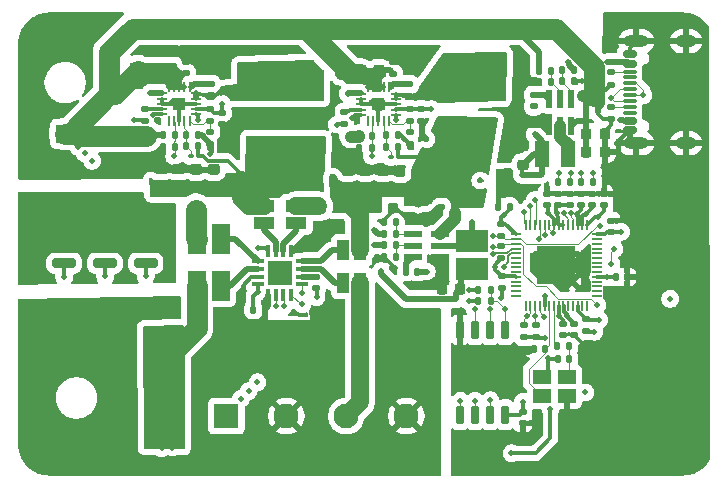
<source format=gbr>
%TF.GenerationSoftware,KiCad,Pcbnew,8.99.0-3334-g98ae574c78*%
%TF.CreationDate,2024-12-09T23:46:28-05:00*%
%TF.ProjectId,SmartPowerBoard,536d6172-7450-46f7-9765-72426f617264,rev?*%
%TF.SameCoordinates,Original*%
%TF.FileFunction,Copper,L1,Top*%
%TF.FilePolarity,Positive*%
%FSLAX46Y46*%
G04 Gerber Fmt 4.6, Leading zero omitted, Abs format (unit mm)*
G04 Created by KiCad (PCBNEW 8.99.0-3334-g98ae574c78) date 2024-12-09 23:46:28*
%MOMM*%
%LPD*%
G01*
G04 APERTURE LIST*
G04 Aperture macros list*
%AMRoundRect*
0 Rectangle with rounded corners*
0 $1 Rounding radius*
0 $2 $3 $4 $5 $6 $7 $8 $9 X,Y pos of 4 corners*
0 Add a 4 corners polygon primitive as box body*
4,1,4,$2,$3,$4,$5,$6,$7,$8,$9,$2,$3,0*
0 Add four circle primitives for the rounded corners*
1,1,$1+$1,$2,$3*
1,1,$1+$1,$4,$5*
1,1,$1+$1,$6,$7*
1,1,$1+$1,$8,$9*
0 Add four rect primitives between the rounded corners*
20,1,$1+$1,$2,$3,$4,$5,0*
20,1,$1+$1,$4,$5,$6,$7,0*
20,1,$1+$1,$6,$7,$8,$9,0*
20,1,$1+$1,$8,$9,$2,$3,0*%
G04 Aperture macros list end*
%TA.AperFunction,SMDPad,CuDef*%
%ADD10RoundRect,0.135000X-0.185000X0.135000X-0.185000X-0.135000X0.185000X-0.135000X0.185000X0.135000X0*%
%TD*%
%TA.AperFunction,SMDPad,CuDef*%
%ADD11RoundRect,0.135000X0.135000X0.185000X-0.135000X0.185000X-0.135000X-0.185000X0.135000X-0.185000X0*%
%TD*%
%TA.AperFunction,SMDPad,CuDef*%
%ADD12R,0.250000X0.850000*%
%TD*%
%TA.AperFunction,SMDPad,CuDef*%
%ADD13R,0.850000X0.250000*%
%TD*%
%TA.AperFunction,SMDPad,CuDef*%
%ADD14R,1.075000X1.026000*%
%TD*%
%TA.AperFunction,SMDPad,CuDef*%
%ADD15RoundRect,0.135000X-0.135000X-0.185000X0.135000X-0.185000X0.135000X0.185000X-0.135000X0.185000X0*%
%TD*%
%TA.AperFunction,SMDPad,CuDef*%
%ADD16RoundRect,0.140000X0.170000X-0.140000X0.170000X0.140000X-0.170000X0.140000X-0.170000X-0.140000X0*%
%TD*%
%TA.AperFunction,SMDPad,CuDef*%
%ADD17RoundRect,0.140000X-0.140000X-0.170000X0.140000X-0.170000X0.140000X0.170000X-0.140000X0.170000X0*%
%TD*%
%TA.AperFunction,SMDPad,CuDef*%
%ADD18RoundRect,0.135000X0.185000X-0.135000X0.185000X0.135000X-0.185000X0.135000X-0.185000X-0.135000X0*%
%TD*%
%TA.AperFunction,SMDPad,CuDef*%
%ADD19RoundRect,0.140000X0.140000X0.170000X-0.140000X0.170000X-0.140000X-0.170000X0.140000X-0.170000X0*%
%TD*%
%TA.AperFunction,SMDPad,CuDef*%
%ADD20R,3.200000X2.850000*%
%TD*%
%TA.AperFunction,SMDPad,CuDef*%
%ADD21RoundRect,0.140000X-0.170000X0.140000X-0.170000X-0.140000X0.170000X-0.140000X0.170000X0.140000X0*%
%TD*%
%TA.AperFunction,SMDPad,CuDef*%
%ADD22RoundRect,0.225000X0.250000X-0.225000X0.250000X0.225000X-0.250000X0.225000X-0.250000X-0.225000X0*%
%TD*%
%TA.AperFunction,SMDPad,CuDef*%
%ADD23RoundRect,0.073750X0.651250X0.221250X-0.651250X0.221250X-0.651250X-0.221250X0.651250X-0.221250X0*%
%TD*%
%TA.AperFunction,SMDPad,CuDef*%
%ADD24RoundRect,0.100000X0.130000X0.100000X-0.130000X0.100000X-0.130000X-0.100000X0.130000X-0.100000X0*%
%TD*%
%TA.AperFunction,ComponentPad*%
%ADD25R,1.520000X1.520000*%
%TD*%
%TA.AperFunction,ComponentPad*%
%ADD26C,1.520000*%
%TD*%
%TA.AperFunction,SMDPad,CuDef*%
%ADD27RoundRect,0.087500X-0.425000X-0.087500X0.425000X-0.087500X0.425000X0.087500X-0.425000X0.087500X0*%
%TD*%
%TA.AperFunction,SMDPad,CuDef*%
%ADD28RoundRect,0.087500X-0.087500X-0.425000X0.087500X-0.425000X0.087500X0.425000X-0.087500X0.425000X0*%
%TD*%
%TA.AperFunction,HeatsinkPad*%
%ADD29R,2.100000X2.100000*%
%TD*%
%TA.AperFunction,ComponentPad*%
%ADD30R,2.100000X2.100000*%
%TD*%
%TA.AperFunction,ComponentPad*%
%ADD31C,2.100000*%
%TD*%
%TA.AperFunction,SMDPad,CuDef*%
%ADD32RoundRect,0.200000X0.800000X-0.200000X0.800000X0.200000X-0.800000X0.200000X-0.800000X-0.200000X0*%
%TD*%
%TA.AperFunction,SMDPad,CuDef*%
%ADD33RoundRect,0.225000X-0.225000X-0.250000X0.225000X-0.250000X0.225000X0.250000X-0.225000X0.250000X0*%
%TD*%
%TA.AperFunction,SMDPad,CuDef*%
%ADD34R,1.550000X2.550000*%
%TD*%
%TA.AperFunction,SMDPad,CuDef*%
%ADD35R,2.400000X1.500000*%
%TD*%
%TA.AperFunction,SMDPad,CuDef*%
%ADD36RoundRect,0.225000X0.225000X0.250000X-0.225000X0.250000X-0.225000X-0.250000X0.225000X-0.250000X0*%
%TD*%
%TA.AperFunction,SMDPad,CuDef*%
%ADD37RoundRect,0.225000X-0.250000X0.225000X-0.250000X-0.225000X0.250000X-0.225000X0.250000X0.225000X0*%
%TD*%
%TA.AperFunction,SMDPad,CuDef*%
%ADD38RoundRect,0.073750X0.221250X-0.651250X0.221250X0.651250X-0.221250X0.651250X-0.221250X-0.651250X0*%
%TD*%
%TA.AperFunction,SMDPad,CuDef*%
%ADD39R,1.500000X1.200000*%
%TD*%
%TA.AperFunction,SMDPad,CuDef*%
%ADD40RoundRect,0.050000X-0.387500X-0.050000X0.387500X-0.050000X0.387500X0.050000X-0.387500X0.050000X0*%
%TD*%
%TA.AperFunction,SMDPad,CuDef*%
%ADD41RoundRect,0.050000X-0.050000X-0.387500X0.050000X-0.387500X0.050000X0.387500X-0.050000X0.387500X0*%
%TD*%
%TA.AperFunction,HeatsinkPad*%
%ADD42C,0.500000*%
%TD*%
%TA.AperFunction,HeatsinkPad*%
%ADD43R,3.200000X3.200000*%
%TD*%
%TA.AperFunction,SMDPad,CuDef*%
%ADD44R,1.750000X1.100000*%
%TD*%
%TA.AperFunction,SMDPad,CuDef*%
%ADD45R,2.800000X1.850000*%
%TD*%
%TA.AperFunction,SMDPad,CuDef*%
%ADD46R,1.160000X2.170000*%
%TD*%
%TA.AperFunction,SMDPad,CuDef*%
%ADD47RoundRect,0.150000X-0.150000X0.650000X-0.150000X-0.650000X0.150000X-0.650000X0.150000X0.650000X0*%
%TD*%
%TA.AperFunction,SMDPad,CuDef*%
%ADD48RoundRect,0.150000X0.425000X-0.150000X0.425000X0.150000X-0.425000X0.150000X-0.425000X-0.150000X0*%
%TD*%
%TA.AperFunction,SMDPad,CuDef*%
%ADD49RoundRect,0.075000X0.500000X-0.075000X0.500000X0.075000X-0.500000X0.075000X-0.500000X-0.075000X0*%
%TD*%
%TA.AperFunction,ComponentPad*%
%ADD50O,2.100000X1.000000*%
%TD*%
%TA.AperFunction,ComponentPad*%
%ADD51O,1.800000X1.000000*%
%TD*%
%TA.AperFunction,SMDPad,CuDef*%
%ADD52R,1.100000X1.750000*%
%TD*%
%TA.AperFunction,ViaPad*%
%ADD53C,0.500000*%
%TD*%
%TA.AperFunction,Conductor*%
%ADD54C,1.000000*%
%TD*%
%TA.AperFunction,Conductor*%
%ADD55C,0.300000*%
%TD*%
%TA.AperFunction,Conductor*%
%ADD56C,0.500000*%
%TD*%
%TA.AperFunction,Conductor*%
%ADD57C,0.125000*%
%TD*%
%TA.AperFunction,Conductor*%
%ADD58C,0.130000*%
%TD*%
%TA.AperFunction,Conductor*%
%ADD59C,1.750000*%
%TD*%
%TA.AperFunction,Conductor*%
%ADD60C,1.500000*%
%TD*%
G04 APERTURE END LIST*
D10*
%TO.P,R10,1*%
%TO.N,Net-(J2-CC1)*%
X183325000Y-78065000D03*
%TO.P,R10,2*%
%TO.N,GND*%
X183325000Y-79085000D03*
%TD*%
D11*
%TO.P,R2,1*%
%TO.N,/Buck Converter 5V/EN*%
X163050000Y-81490000D03*
%TO.P,R2,2*%
%TO.N,GND*%
X162030000Y-81490000D03*
%TD*%
D12*
%TO.P,U5,1,BST*%
%TO.N,Net-(U5-BST)*%
X147665000Y-76320000D03*
%TO.P,U5,2,VIN_1*%
%TO.N,/12V_{IN}*%
X147215000Y-76320000D03*
%TO.P,U5,3,VIN_2*%
X146765000Y-76320000D03*
%TO.P,U5,4,VIN_3*%
X146315000Y-76320000D03*
%TO.P,U5,5,VIN_4*%
X145865000Y-76320000D03*
D13*
%TO.P,U5,6,SW_1*%
%TO.N,/Buck Converter 3.3V/SW*%
X145315000Y-76870000D03*
%TO.P,U5,7,PGND_1*%
%TO.N,GND*%
X145315000Y-77320000D03*
%TO.P,U5,8,PGND_2*%
X145315000Y-77770000D03*
%TO.P,U5,9,PGOOD*%
%TO.N,Net-(U5-PGOOD)*%
X145315000Y-78220000D03*
%TO.P,U5,10,NC_1*%
%TO.N,GND*%
X145315000Y-78670000D03*
D12*
%TO.P,U5,11,SS*%
%TO.N,unconnected-(U5-SS-Pad11)*%
X145865000Y-79220000D03*
%TO.P,U5,12,EN*%
%TO.N,/Buck Converter 3.3V/EN*%
X146315000Y-79220000D03*
%TO.P,U5,13,AGND*%
%TO.N,GND*%
X146765000Y-79220000D03*
%TO.P,U5,14,FB*%
%TO.N,Net-(U5-FB)*%
X147215000Y-79220000D03*
%TO.P,U5,15,MODE*%
%TO.N,/Buck Converter 3.3V/MODE*%
X147665000Y-79220000D03*
D13*
%TO.P,U5,16,NC_2*%
%TO.N,GND*%
X148215000Y-78670000D03*
%TO.P,U5,17,VCC*%
%TO.N,/Buck Converter 3.3V/V_{CC}*%
X148215000Y-78220000D03*
%TO.P,U5,18,PGND_3*%
%TO.N,GND*%
X148215000Y-77770000D03*
%TO.P,U5,19,SW_2*%
%TO.N,/Buck Converter 3.3V/SW*%
X148215000Y-77320000D03*
%TO.P,U5,20,SW_3*%
X148215000Y-76870000D03*
D14*
%TO.P,U5,21,PGND_4*%
%TO.N,GND*%
X146765000Y-77770000D03*
%TD*%
D15*
%TO.P,R20,1*%
%TO.N,/MCU/USB_BOOT*%
X172105000Y-93500000D03*
%TO.P,R20,2*%
%TO.N,/MCU/QSPI_CS*%
X173125000Y-93500000D03*
%TD*%
D16*
%TO.P,C24,1*%
%TO.N,/12V_{IN}*%
X147375000Y-75160000D03*
%TO.P,C24,2*%
%TO.N,GND*%
X147375000Y-74200000D03*
%TD*%
D17*
%TO.P,C32,1*%
%TO.N,/12V_{IN}*%
X181245000Y-78272500D03*
%TO.P,C32,2*%
%TO.N,GND*%
X182205000Y-78272500D03*
%TD*%
D11*
%TO.P,R19,1*%
%TO.N,Net-(C33-Pad1)*%
X179790000Y-98265000D03*
%TO.P,R19,2*%
%TO.N,/MCU/XOUT*%
X178770000Y-98265000D03*
%TD*%
D18*
%TO.P,R26,1*%
%TO.N,/Buck Converter 3.3V/MODE*%
X149415000Y-79240000D03*
%TO.P,R26,2*%
%TO.N,/Buck Converter 3.3V/V_{CC}*%
X149415000Y-78220000D03*
%TD*%
D19*
%TO.P,C45,1*%
%TO.N,/Inner Buck Converter 4V/SW*%
X166930000Y-91975000D03*
%TO.P,C45,2*%
%TO.N,Net-(U8-VBST)*%
X165970000Y-91975000D03*
%TD*%
D20*
%TO.P,L1,1,1*%
%TO.N,/Buck Converter 5V/SW*%
X171450000Y-75300000D03*
%TO.P,L1,2,2*%
%TO.N,/Buck Converter 5V/5V_{OUT}*%
X171450000Y-81000000D03*
%TD*%
D21*
%TO.P,C36,1*%
%TO.N,GND*%
X178875000Y-85365000D03*
%TO.P,C36,2*%
%TO.N,/MCU/3.3V_{CC}*%
X178875000Y-86325000D03*
%TD*%
D22*
%TO.P,C30,1*%
%TO.N,/Buck Converter 3.3V/3.3V_{OUT}*%
X146700000Y-84850000D03*
%TO.P,C30,2*%
%TO.N,GND*%
X146700000Y-83300000D03*
%TD*%
D21*
%TO.P,C37,1*%
%TO.N,GND*%
X179825000Y-85365000D03*
%TO.P,C37,2*%
%TO.N,/MCU/3.3V_{CC}*%
X179825000Y-86325000D03*
%TD*%
D23*
%TO.P,U8,1,GND*%
%TO.N,GND*%
X168835000Y-90725000D03*
%TO.P,U8,2,SW*%
%TO.N,/Inner Buck Converter 4V/SW*%
X168835000Y-89775000D03*
%TO.P,U8,3,VIN*%
%TO.N,/Buck Converter 5V/5V_{OUT}*%
X168835000Y-88825000D03*
%TO.P,U8,4,VFB*%
%TO.N,/Inner Buck Converter 4V/FB*%
X166525000Y-88825000D03*
%TO.P,U8,5,EN*%
%TO.N,/Inner Buck Converter 4V/EN*%
X166525000Y-89775000D03*
%TO.P,U8,6,VBST*%
%TO.N,Net-(U8-VBST)*%
X166525000Y-90725000D03*
%TD*%
D18*
%TO.P,R34,1*%
%TO.N,/MCU/3.3V_{CC}*%
X175975000Y-97525000D03*
%TO.P,R34,2*%
%TO.N,/MCU/CRIT*%
X175975000Y-96505000D03*
%TD*%
D22*
%TO.P,C31,1*%
%TO.N,/Buck Converter 3.3V/3.3V_{OUT}*%
X145200000Y-84850000D03*
%TO.P,C31,2*%
%TO.N,GND*%
X145200000Y-83300000D03*
%TD*%
D21*
%TO.P,C12,1*%
%TO.N,GND*%
X180795000Y-85367500D03*
%TO.P,C12,2*%
%TO.N,/MCU/1.1V*%
X180795000Y-86327500D03*
%TD*%
D22*
%TO.P,C28,1*%
%TO.N,/Buck Converter 3.3V/3.3V_{OUT}*%
X149700000Y-84875000D03*
%TO.P,C28,2*%
%TO.N,GND*%
X149700000Y-83325000D03*
%TD*%
D15*
%TO.P,R1,1*%
%TO.N,/12V_{IN}*%
X162030000Y-80500000D03*
%TO.P,R1,2*%
%TO.N,/Buck Converter 5V/EN*%
X163050000Y-80500000D03*
%TD*%
D16*
%TO.P,C5,1*%
%TO.N,/Buck Converter 5V/SW*%
X166264663Y-77076885D03*
%TO.P,C5,2*%
%TO.N,Net-(U4-BST)*%
X166264663Y-76116885D03*
%TD*%
D24*
%TO.P,C6,1*%
%TO.N,/Buck Converter 5V/5V_{OUT}*%
X165350000Y-82300000D03*
%TO.P,C6,2*%
%TO.N,Net-(U4-FB)*%
X164710000Y-82300000D03*
%TD*%
D15*
%TO.P,R33,1*%
%TO.N,/Inner Buck Converter 4V/4V_{CC}*%
X164065000Y-88775000D03*
%TO.P,R33,2*%
%TO.N,/Inner Buck Converter 4V/FB*%
X165085000Y-88775000D03*
%TD*%
D25*
%TO.P,J6,1,1*%
%TO.N,GND*%
X142375000Y-105675000D03*
D26*
%TO.P,J6,2,2*%
X142375000Y-102675000D03*
%TO.P,J6,3,3*%
X142375000Y-99675000D03*
%TO.P,J6,4,4*%
%TO.N,/Connectors/12V_{OUT}*%
X145375000Y-105675000D03*
%TO.P,J6,5,5*%
X145375000Y-102675000D03*
%TO.P,J6,6,6*%
X145375000Y-99675000D03*
%TD*%
D27*
%TO.P,U1,1,IN-3*%
%TO.N,Net-(U1-IN-3)*%
X153400000Y-91100000D03*
%TO.P,U1,2,IN+3*%
%TO.N,Net-(U1-IN+3)*%
X153400000Y-91750000D03*
%TO.P,U1,3,GND*%
%TO.N,GND*%
X153400000Y-92400000D03*
%TO.P,U1,4,VS*%
%TO.N,/MCU/3.3V_{CC}*%
X153400000Y-93050000D03*
D28*
%TO.P,U1,5,A0*%
%TO.N,GND*%
X154287500Y-93937500D03*
%TO.P,U1,6,SCL*%
%TO.N,/MCU/SCL*%
X154937500Y-93937500D03*
%TO.P,U1,7,SDA*%
%TO.N,/MCU/SDA*%
X155587500Y-93937500D03*
%TO.P,U1,8,WARNING*%
%TO.N,/MCU/WARN*%
X156237500Y-93937500D03*
D27*
%TO.P,U1,9,CRITICAL*%
%TO.N,/MCU/CRIT*%
X157125000Y-93050000D03*
%TO.P,U1,10,PV*%
%TO.N,Net-(U1-PV)*%
X157125000Y-92400000D03*
%TO.P,U1,11,IN-1*%
%TO.N,Net-(U1-IN-1)*%
X157125000Y-91750000D03*
%TO.P,U1,12,IN+1*%
%TO.N,Net-(U1-IN+1)*%
X157125000Y-91100000D03*
D28*
%TO.P,U1,13,TC*%
%TO.N,GND*%
X156237500Y-90212500D03*
%TO.P,U1,14,IN-2*%
%TO.N,Net-(U1-IN-2)*%
X155587500Y-90212500D03*
%TO.P,U1,15,IN+2*%
%TO.N,Net-(U1-IN+2)*%
X154937500Y-90212500D03*
%TO.P,U1,16,VPU*%
%TO.N,/MCU/3.3V_{CC}*%
X154287500Y-90212500D03*
D29*
%TO.P,U1,17,EP*%
%TO.N,unconnected-(U1-EP-Pad17)*%
X155262500Y-92075000D03*
%TD*%
D22*
%TO.P,C2,1*%
%TO.N,/12V_{IN}*%
X163650000Y-74925000D03*
%TO.P,C2,2*%
%TO.N,GND*%
X163650000Y-73375000D03*
%TD*%
D18*
%TO.P,R3,1*%
%TO.N,/Buck Converter 5V/MODE*%
X166275000Y-79260000D03*
%TO.P,R3,2*%
%TO.N,/Buck Converter 5V/V_{CC}*%
X166275000Y-78240000D03*
%TD*%
D30*
%TO.P,J7,1,Pin_1*%
%TO.N,/Connectors/3.3V_{OUT}*%
X150760000Y-104200000D03*
D31*
%TO.P,J7,2,Pin_2*%
%TO.N,GND*%
X155840000Y-104200000D03*
%TO.P,J7,3,Pin_3*%
%TO.N,/Connectors/5V_{OUT}*%
X160920000Y-104200000D03*
%TO.P,J7,4,Pin_4*%
%TO.N,GND*%
X166000000Y-104200000D03*
%TD*%
D19*
%TO.P,C34,1*%
%TO.N,/MCU/XIN*%
X177780000Y-98500000D03*
%TO.P,C34,2*%
%TO.N,GND*%
X176820000Y-98500000D03*
%TD*%
D18*
%TO.P,R11,1*%
%TO.N,GND*%
X183300000Y-76135000D03*
%TO.P,R11,2*%
%TO.N,Net-(J2-CC2)*%
X183300000Y-75115000D03*
%TD*%
D16*
%TO.P,C12,1*%
%TO.N,GND*%
X180220000Y-97337500D03*
%TO.P,C12,2*%
%TO.N,/MCU/1.1V*%
X180220000Y-96377500D03*
%TD*%
D32*
%TO.P,SW1,1,1*%
%TO.N,/MCU/RUN*%
X140475000Y-91275000D03*
%TO.P,SW1,2,2*%
%TO.N,GND*%
X140475000Y-87075000D03*
%TD*%
D15*
%TO.P,R12,1*%
%TO.N,/Inner Buck Converter 3.3V/FB*%
X179165000Y-75875000D03*
%TO.P,R12,2*%
%TO.N,GND*%
X180185000Y-75875000D03*
%TD*%
D33*
%TO.P,C20,1*%
%TO.N,/12V_{IN}*%
X181250000Y-80325000D03*
%TO.P,C20,2*%
%TO.N,GND*%
X182800000Y-80325000D03*
%TD*%
D25*
%TO.P,J1,1,1*%
%TO.N,/12V_{IN}*%
X137110352Y-80300000D03*
D26*
%TO.P,J1,2,2*%
%TO.N,GND*%
X137110352Y-83299999D03*
%TD*%
D34*
%TO.P,R14,1,1*%
%TO.N,/12V_{IN}*%
X148260000Y-89230000D03*
%TO.P,R14,2,2*%
%TO.N,Net-(U1-IN-3)*%
X150310000Y-89230000D03*
%TO.P,R14,3,3*%
%TO.N,Net-(U1-IN+3)*%
X150310000Y-93180000D03*
%TO.P,R14,4,4*%
%TO.N,/Connectors/12V_{OUT}*%
X148260000Y-93180000D03*
%TD*%
D35*
%TO.P,L2,1,1*%
%TO.N,/Buck Converter 3.3V/3.3V_{OUT}*%
X155575000Y-81800000D03*
%TO.P,L2,2,2*%
%TO.N,/Buck Converter 3.3V/SW*%
X155575000Y-75500000D03*
%TD*%
D33*
%TO.P,C19,1*%
%TO.N,/12V_{IN}*%
X181250000Y-81825000D03*
%TO.P,C19,2*%
%TO.N,GND*%
X182800000Y-81825000D03*
%TD*%
D22*
%TO.P,C1,1*%
%TO.N,/12V_{IN}*%
X162150000Y-74925000D03*
%TO.P,C1,2*%
%TO.N,GND*%
X162150000Y-73375000D03*
%TD*%
D11*
%TO.P,R21,1*%
%TO.N,/MCU/QSPI_CS*%
X173125000Y-94475000D03*
%TO.P,R21,2*%
%TO.N,/MCU/3.3V_{CC}*%
X172105000Y-94475000D03*
%TD*%
D18*
%TO.P,R4,1*%
%TO.N,GND*%
X166275000Y-81170000D03*
%TO.P,R4,2*%
%TO.N,/Buck Converter 5V/MODE*%
X166275000Y-80150000D03*
%TD*%
D10*
%TO.P,R37,1*%
%TO.N,/MCU/3.3V_{CC}*%
X174050000Y-87925000D03*
%TO.P,R37,2*%
%TO.N,/MCU/SCL*%
X174050000Y-88945000D03*
%TD*%
D16*
%TO.P,C17,1*%
%TO.N,/Inner Buck Converter 3.3V/SW*%
X176785000Y-77985000D03*
%TO.P,C17,2*%
%TO.N,Net-(U2-VBST)*%
X176785000Y-77025000D03*
%TD*%
D21*
%TO.P,C14,1*%
%TO.N,GND*%
X181750000Y-85370000D03*
%TO.P,C14,2*%
%TO.N,/MCU/3.3V_{CC}*%
X181750000Y-86330000D03*
%TD*%
D36*
%TO.P,C46,1*%
%TO.N,/Inner Buck Converter 4V/4V_{CC}*%
X170525000Y-93425000D03*
%TO.P,C46,2*%
%TO.N,GND*%
X168975000Y-93425000D03*
%TD*%
D37*
%TO.P,C43,1*%
%TO.N,/Buck Converter 5V/5V_{OUT}*%
X167750000Y-85800000D03*
%TO.P,C43,2*%
%TO.N,GND*%
X167750000Y-87350000D03*
%TD*%
D19*
%TO.P,C33,1*%
%TO.N,Net-(C33-Pad1)*%
X179770000Y-99352500D03*
%TO.P,C33,2*%
%TO.N,GND*%
X178810000Y-99352500D03*
%TD*%
D22*
%TO.P,C22,1*%
%TO.N,/12V_{IN}*%
X146100000Y-74900000D03*
%TO.P,C22,2*%
%TO.N,GND*%
X146100000Y-73350000D03*
%TD*%
D18*
%TO.P,R35,1*%
%TO.N,/MCU/3.3V_{CC}*%
X176975000Y-97525000D03*
%TO.P,R35,2*%
%TO.N,/MCU/WARN*%
X176975000Y-96505000D03*
%TD*%
D15*
%TO.P,R31,1*%
%TO.N,/Buck Converter 5V/5V_{OUT}*%
X164065000Y-89750000D03*
%TO.P,R31,2*%
%TO.N,/Inner Buck Converter 4V/EN*%
X165085000Y-89750000D03*
%TD*%
D38*
%TO.P,U2,1,GND*%
%TO.N,GND*%
X178075000Y-79675000D03*
%TO.P,U2,2,SW*%
%TO.N,Net-(U2-SW)*%
X179025000Y-79675000D03*
%TO.P,U2,3,VIN*%
%TO.N,/12V_{IN}*%
X179975000Y-79675000D03*
%TO.P,U2,4,VFB*%
%TO.N,/Inner Buck Converter 3.3V/FB*%
X179975000Y-77365000D03*
%TO.P,U2,5,EN*%
%TO.N,/Inner Buck Converter 3.3V/EN*%
X179025000Y-77365000D03*
%TO.P,U2,6,VBST*%
%TO.N,Net-(U2-VBST)*%
X178075000Y-77365000D03*
%TD*%
D24*
%TO.P,C27,1*%
%TO.N,/Buck Converter 3.3V/3.3V_{OUT}*%
X148420000Y-82225000D03*
%TO.P,C27,2*%
%TO.N,Net-(U5-FB)*%
X147780000Y-82225000D03*
%TD*%
D22*
%TO.P,C7,1*%
%TO.N,/Buck Converter 5V/5V_{OUT}*%
X164025000Y-85000000D03*
%TO.P,C7,2*%
%TO.N,GND*%
X164025000Y-83450000D03*
%TD*%
D21*
%TO.P,C44,1*%
%TO.N,/Buck Converter 5V/5V_{OUT}*%
X168950000Y-85525000D03*
%TO.P,C44,2*%
%TO.N,GND*%
X168950000Y-86485000D03*
%TD*%
D36*
%TO.P,C8,1*%
%TO.N,/Buck Converter 5V/5V_{OUT}*%
X167025000Y-83475000D03*
%TO.P,C8,2*%
%TO.N,GND*%
X165475000Y-83475000D03*
%TD*%
D21*
%TO.P,C15,1*%
%TO.N,GND*%
X183325000Y-87675000D03*
%TO.P,C15,2*%
%TO.N,/MCU/3.3V_{CC}*%
X183325000Y-88635000D03*
%TD*%
D37*
%TO.P,C42,1*%
%TO.N,/Buck Converter 5V/5V_{OUT}*%
X166275000Y-85800000D03*
%TO.P,C42,2*%
%TO.N,GND*%
X166275000Y-87350000D03*
%TD*%
D32*
%TO.P,SW3,1,1*%
%TO.N,/OLED Display/RES#*%
X137025000Y-91275000D03*
%TO.P,SW3,2,2*%
%TO.N,GND*%
X137025000Y-87075000D03*
%TD*%
D15*
%TO.P,R22,1*%
%TO.N,/12V_{IN}*%
X145355000Y-80400000D03*
%TO.P,R22,2*%
%TO.N,/Buck Converter 3.3V/EN*%
X146375000Y-80400000D03*
%TD*%
D11*
%TO.P,R17,1*%
%TO.N,/Inner Buck Converter 3.3V/EN*%
X178265000Y-75930000D03*
%TO.P,R17,2*%
%TO.N,GND*%
X177245000Y-75930000D03*
%TD*%
D22*
%TO.P,C18,1*%
%TO.N,/MCU/3.3V_{CC}*%
X175900000Y-82925000D03*
%TO.P,C18,2*%
%TO.N,GND*%
X175900000Y-81375000D03*
%TD*%
D11*
%TO.P,R28,1*%
%TO.N,/Buck Converter 3.3V/3.3V_{OUT}*%
X148385000Y-81365000D03*
%TO.P,R28,2*%
%TO.N,Net-(U5-FB)*%
X147365000Y-81365000D03*
%TD*%
D39*
%TO.P,Y1,1*%
%TO.N,/MCU/XIN*%
X177500000Y-102510000D03*
%TO.P,Y1,2,GND*%
%TO.N,GND*%
X179600000Y-102510000D03*
%TO.P,Y1,3*%
%TO.N,Net-(C33-Pad1)*%
X179600000Y-100910000D03*
%TO.P,Y1,4,GND__1*%
%TO.N,GND*%
X177500000Y-100910000D03*
%TD*%
D40*
%TO.P,U6,1,IOVDD*%
%TO.N,/MCU/3.3V_{CC}*%
X175262500Y-88825000D03*
%TO.P,U6,2,GPIO0*%
%TO.N,/MCU/SCL*%
X175262500Y-89225000D03*
%TO.P,U6,3,GPIO1*%
%TO.N,/MCU/SDA*%
X175262500Y-89625000D03*
%TO.P,U6,4,GPIO2*%
%TO.N,/Buck Converter 3.3V/EN*%
X175262500Y-90025000D03*
%TO.P,U6,5,GPIO3*%
%TO.N,/Buck Converter 5V/EN*%
X175262500Y-90425000D03*
%TO.P,U6,6,GPIO4*%
%TO.N,unconnected-(U6-GPIO4-Pad6)*%
X175262500Y-90825000D03*
%TO.P,U6,7,GPIO5*%
%TO.N,unconnected-(U6-GPIO5-Pad7)*%
X175262500Y-91225000D03*
%TO.P,U6,8,GPIO6*%
%TO.N,unconnected-(U6-GPIO6-Pad8)*%
X175262500Y-91625000D03*
%TO.P,U6,9,GPIO7*%
%TO.N,unconnected-(U6-GPIO7-Pad9)*%
X175262500Y-92025000D03*
%TO.P,U6,10,IOVDD*%
%TO.N,/MCU/3.3V_{CC}*%
X175262500Y-92425000D03*
%TO.P,U6,11,GPIO8*%
%TO.N,unconnected-(U6-GPIO8-Pad11)*%
X175262500Y-92825000D03*
%TO.P,U6,12,GPIO9*%
%TO.N,unconnected-(U6-GPIO9-Pad12)*%
X175262500Y-93225000D03*
%TO.P,U6,13,GPIO10*%
%TO.N,unconnected-(U6-GPIO10-Pad13)*%
X175262500Y-93625000D03*
%TO.P,U6,14,GPIO11*%
%TO.N,unconnected-(U6-GPIO11-Pad14)*%
X175262500Y-94025000D03*
D41*
%TO.P,U6,15,GPIO12*%
%TO.N,unconnected-(U6-GPIO12-Pad15)*%
X176100000Y-94862500D03*
%TO.P,U6,16,GPIO13*%
%TO.N,/MCU/CRIT*%
X176500000Y-94862500D03*
%TO.P,U6,17,GPIO14*%
%TO.N,/MCU/WARN*%
X176900000Y-94862500D03*
%TO.P,U6,18,GPIO15*%
%TO.N,/MCU/GPIO15*%
X177300000Y-94862500D03*
%TO.P,U6,19,TESTEN*%
%TO.N,GND*%
X177700000Y-94862500D03*
%TO.P,U6,20,XIN*%
%TO.N,/MCU/XIN*%
X178100000Y-94862500D03*
%TO.P,U6,21,XOUT*%
%TO.N,/MCU/XOUT*%
X178500000Y-94862500D03*
%TO.P,U6,22,IOVDD*%
%TO.N,/MCU/3.3V_{CC}*%
X178900000Y-94862500D03*
%TO.P,U6,23,DVDD*%
%TO.N,/MCU/1.1V*%
X179300000Y-94862500D03*
%TO.P,U6,24,SWCLK*%
%TO.N,unconnected-(U6-SWCLK-Pad24)*%
X179700000Y-94862500D03*
%TO.P,U6,25,SWD*%
%TO.N,unconnected-(U6-SWD-Pad25)*%
X180100000Y-94862500D03*
%TO.P,U6,26,RUN*%
%TO.N,/MCU/RUN*%
X180500000Y-94862500D03*
%TO.P,U6,27,GPIO16*%
%TO.N,unconnected-(U6-GPIO16-Pad27)*%
X180900000Y-94862500D03*
%TO.P,U6,28,GPIO17*%
%TO.N,unconnected-(U6-GPIO17-Pad28)*%
X181300000Y-94862500D03*
D40*
%TO.P,U6,29,GPIO18*%
%TO.N,unconnected-(U6-GPIO18-Pad29)*%
X182137500Y-94025000D03*
%TO.P,U6,30,GPIO19*%
%TO.N,unconnected-(U6-GPIO19-Pad30)*%
X182137500Y-93625000D03*
%TO.P,U6,31,GPIO20*%
%TO.N,unconnected-(U6-GPIO20-Pad31)*%
X182137500Y-93225000D03*
%TO.P,U6,32,GPIO21*%
%TO.N,unconnected-(U6-GPIO21-Pad32)*%
X182137500Y-92825000D03*
%TO.P,U6,33,IOVDD*%
%TO.N,/MCU/3.3V_{CC}*%
X182137500Y-92425000D03*
%TO.P,U6,34,GPIO22*%
%TO.N,unconnected-(U6-GPIO22-Pad34)*%
X182137500Y-92025000D03*
%TO.P,U6,35,GPIO23*%
%TO.N,unconnected-(U6-GPIO23-Pad35)*%
X182137500Y-91625000D03*
%TO.P,U6,36,GPIO24*%
%TO.N,unconnected-(U6-GPIO24-Pad36)*%
X182137500Y-91225000D03*
%TO.P,U6,37,GPIO25*%
%TO.N,unconnected-(U6-GPIO25-Pad37)*%
X182137500Y-90825000D03*
%TO.P,U6,38,GPIO26_ADC0*%
%TO.N,unconnected-(U6-GPIO26_ADC0-Pad38)*%
X182137500Y-90425000D03*
%TO.P,U6,39,GPIO27_ADC1*%
%TO.N,unconnected-(U6-GPIO27_ADC1-Pad39)*%
X182137500Y-90025000D03*
%TO.P,U6,40,GPIO28_ADC2*%
%TO.N,unconnected-(U6-GPIO28_ADC2-Pad40)*%
X182137500Y-89625000D03*
%TO.P,U6,41,GPIO29_ADC3*%
%TO.N,unconnected-(U6-GPIO29_ADC3-Pad41)*%
X182137500Y-89225000D03*
%TO.P,U6,42,IOVDD*%
%TO.N,/MCU/3.3V_{CC}*%
X182137500Y-88825000D03*
D41*
%TO.P,U6,43,ADC_AVDD*%
X181300000Y-87987500D03*
%TO.P,U6,44,VREG_IN*%
X180900000Y-87987500D03*
%TO.P,U6,45,VREG_VOUT*%
%TO.N,/MCU/1.1V*%
X180500000Y-87987500D03*
%TO.P,U6,46,USB_DM*%
%TO.N,Net-(U6-USB_DM)*%
X180100000Y-87987500D03*
%TO.P,U6,47,USB_DP*%
%TO.N,Net-(U6-USB_DP)*%
X179700000Y-87987500D03*
%TO.P,U6,48,USB_VDD*%
%TO.N,/MCU/3.3V_{CC}*%
X179300000Y-87987500D03*
%TO.P,U6,49,IOVDD*%
X178900000Y-87987500D03*
%TO.P,U6,50,DVDD*%
%TO.N,/MCU/1.1V*%
X178500000Y-87987500D03*
%TO.P,U6,51,QSPI_SD3*%
%TO.N,/MCU/QSPI_SD3*%
X178100000Y-87987500D03*
%TO.P,U6,52,QSPI_SCLK*%
%TO.N,/MCU/QSPI_SCLK*%
X177700000Y-87987500D03*
%TO.P,U6,53,QSPI_SD0*%
%TO.N,/MCU/QSPI_SD0*%
X177300000Y-87987500D03*
%TO.P,U6,54,QSPI_SD2*%
%TO.N,/MCU/QSPI_SD2*%
X176900000Y-87987500D03*
%TO.P,U6,55,QSPI_SD1*%
%TO.N,/MCU/QSPI_SD1*%
X176500000Y-87987500D03*
%TO.P,U6,56,QSPI_SS*%
%TO.N,/MCU/QSPI_CS*%
X176100000Y-87987500D03*
D42*
%TO.P,U6,57,GND*%
%TO.N,GND*%
X177350000Y-90075000D03*
X177350000Y-92775000D03*
D43*
X178700000Y-91425000D03*
D42*
X180050000Y-90075000D03*
X180050000Y-92775000D03*
%TD*%
D15*
%TO.P,R16,1*%
%TO.N,/12V_{IN}*%
X177245000Y-74955000D03*
%TO.P,R16,2*%
%TO.N,/Inner Buck Converter 3.3V/EN*%
X178265000Y-74955000D03*
%TD*%
D16*
%TO.P,C40,1*%
%TO.N,GND*%
X174075000Y-93335000D03*
%TO.P,C40,2*%
%TO.N,/MCU/3.3V_{CC}*%
X174075000Y-92375000D03*
%TD*%
D18*
%TO.P,R39,1*%
%TO.N,/MCU/3.3V_{CC}*%
X181170000Y-97035000D03*
%TO.P,R39,2*%
%TO.N,/MCU/RUN*%
X181170000Y-96015000D03*
%TD*%
D11*
%TO.P,R40,1*%
%TO.N,/MCU/USB_P*%
X179895000Y-84390000D03*
%TO.P,R40,2*%
%TO.N,Net-(U6-USB_DP)*%
X178875000Y-84390000D03*
%TD*%
D44*
%TO.P,R13,1,1*%
%TO.N,/Connectors/3.3V_{OUT}*%
X156687500Y-86425000D03*
%TO.P,R13,2,2*%
%TO.N,Net-(U1-IN-2)*%
X156687500Y-87825000D03*
%TO.P,R13,3,3*%
%TO.N,Net-(U1-IN+2)*%
X153937500Y-87825000D03*
%TO.P,R13,4,4*%
%TO.N,/Buck Converter 3.3V/3.3V_{OUT}*%
X153937500Y-86425000D03*
%TD*%
D16*
%TO.P,C26,1*%
%TO.N,GND*%
X150395000Y-79480000D03*
%TO.P,C26,2*%
%TO.N,/Buck Converter 3.3V/V_{CC}*%
X150395000Y-78520000D03*
%TD*%
D22*
%TO.P,C29,1*%
%TO.N,/Buck Converter 3.3V/3.3V_{OUT}*%
X148200000Y-84875000D03*
%TO.P,C29,2*%
%TO.N,GND*%
X148200000Y-83325000D03*
%TD*%
D15*
%TO.P,R29,1*%
%TO.N,Net-(U5-FB)*%
X147365000Y-80400000D03*
%TO.P,R29,2*%
%TO.N,GND*%
X148385000Y-80400000D03*
%TD*%
D17*
%TO.P,C13,1*%
%TO.N,GND*%
X173795000Y-86475000D03*
%TO.P,C13,2*%
%TO.N,/MCU/3.3V_{CC}*%
X174755000Y-86475000D03*
%TD*%
D45*
%TO.P,L4,1,1*%
%TO.N,/Inner Buck Converter 4V/SW*%
X171550000Y-89425000D03*
%TO.P,L4,2,2*%
%TO.N,/Inner Buck Converter 4V/4V_{CC}*%
X171550000Y-91725000D03*
%TD*%
D15*
%TO.P,R7,1*%
%TO.N,Net-(U4-FB)*%
X164305000Y-80450000D03*
%TO.P,R7,2*%
%TO.N,GND*%
X165325000Y-80450000D03*
%TD*%
D18*
%TO.P,R38,1*%
%TO.N,/MCU/3.3V_{CC}*%
X174050000Y-90845000D03*
%TO.P,R38,2*%
%TO.N,/MCU/SDA*%
X174050000Y-89825000D03*
%TD*%
D11*
%TO.P,R36,1*%
%TO.N,/Inner Buck Converter 4V/FB*%
X165085000Y-87800000D03*
%TO.P,R36,2*%
%TO.N,GND*%
X164065000Y-87800000D03*
%TD*%
D10*
%TO.P,R27,1*%
%TO.N,Net-(U5-PGOOD)*%
X143850000Y-78200000D03*
%TO.P,R27,2*%
%TO.N,/Buck Converter 3.3V/V_{CC}*%
X143850000Y-79220000D03*
%TD*%
%TO.P,R5,1*%
%TO.N,Net-(U4-PGOOD)*%
X160740000Y-78500000D03*
%TO.P,R5,2*%
%TO.N,/Buck Converter 5V/V_{CC}*%
X160740000Y-79520000D03*
%TD*%
D46*
%TO.P,L3,1*%
%TO.N,Net-(U2-SW)*%
X179675000Y-82000000D03*
%TO.P,L3,2*%
%TO.N,/MCU/3.3V_{CC}*%
X177469000Y-82000000D03*
%TD*%
D16*
%TO.P,C35,1*%
%TO.N,GND*%
X175850000Y-104825000D03*
%TO.P,C35,2*%
%TO.N,/MCU/3.3V_{CC}*%
X175850000Y-103865000D03*
%TD*%
D21*
%TO.P,R8,1*%
%TO.N,Net-(U1-PV)*%
X158387500Y-92415000D03*
%TO.P,R8,2*%
%TO.N,/MCU/3.3V_{CC}*%
X158387500Y-93375000D03*
%TD*%
D11*
%TO.P,R9,1*%
%TO.N,/MCU/3.3V_{CC}*%
X180185000Y-74900000D03*
%TO.P,R9,2*%
%TO.N,/Inner Buck Converter 3.3V/FB*%
X179165000Y-74900000D03*
%TD*%
D32*
%TO.P,SW2,1,1*%
%TO.N,/MCU/USB_BOOT*%
X143925000Y-91275000D03*
%TO.P,SW2,2,2*%
%TO.N,GND*%
X143925000Y-87075000D03*
%TD*%
D11*
%TO.P,R24,1*%
%TO.N,/Buck Converter 3.3V/EN*%
X146375000Y-81390000D03*
%TO.P,R24,2*%
%TO.N,GND*%
X145355000Y-81390000D03*
%TD*%
D12*
%TO.P,U4,1,BST*%
%TO.N,Net-(U4-BST)*%
X164534663Y-76356885D03*
%TO.P,U4,2,VIN_1*%
%TO.N,/12V_{IN}*%
X164084663Y-76356885D03*
%TO.P,U4,3,VIN_2*%
X163634663Y-76356885D03*
%TO.P,U4,4,VIN_3*%
X163184663Y-76356885D03*
%TO.P,U4,5,VIN_4*%
X162734663Y-76356885D03*
D13*
%TO.P,U4,6,SW_1*%
%TO.N,/Buck Converter 5V/SW*%
X162184663Y-76906885D03*
%TO.P,U4,7,PGND_1*%
%TO.N,GND*%
X162184663Y-77356885D03*
%TO.P,U4,8,PGND_2*%
X162184663Y-77806885D03*
%TO.P,U4,9,PGOOD*%
%TO.N,Net-(U4-PGOOD)*%
X162184663Y-78256885D03*
%TO.P,U4,10,NC_1*%
%TO.N,GND*%
X162184663Y-78706885D03*
D12*
%TO.P,U4,11,SS*%
%TO.N,unconnected-(U4-SS-Pad11)*%
X162734663Y-79256885D03*
%TO.P,U4,12,EN*%
%TO.N,/Buck Converter 5V/EN*%
X163184663Y-79256885D03*
%TO.P,U4,13,AGND*%
%TO.N,GND*%
X163634663Y-79256885D03*
%TO.P,U4,14,FB*%
%TO.N,Net-(U4-FB)*%
X164084663Y-79256885D03*
%TO.P,U4,15,MODE*%
%TO.N,/Buck Converter 5V/MODE*%
X164534663Y-79256885D03*
D13*
%TO.P,U4,16,NC_2*%
%TO.N,GND*%
X165084663Y-78706885D03*
%TO.P,U4,17,VCC*%
%TO.N,/Buck Converter 5V/V_{CC}*%
X165084663Y-78256885D03*
%TO.P,U4,18,PGND_3*%
%TO.N,GND*%
X165084663Y-77806885D03*
%TO.P,U4,19,SW_2*%
%TO.N,/Buck Converter 5V/SW*%
X165084663Y-77356885D03*
%TO.P,U4,20,SW_3*%
X165084663Y-76906885D03*
D14*
%TO.P,U4,21,PGND_4*%
%TO.N,GND*%
X163634663Y-77806885D03*
%TD*%
D47*
%TO.P,U7,1,~{CS}*%
%TO.N,/MCU/QSPI_CS*%
X174350000Y-96900000D03*
%TO.P,U7,2,DO(IO1)*%
%TO.N,/MCU/QSPI_SD1*%
X173080000Y-96900000D03*
%TO.P,U7,3,IO2*%
%TO.N,/MCU/QSPI_SD2*%
X171810000Y-96900000D03*
%TO.P,U7,4,GND*%
%TO.N,GND*%
X170540000Y-96900000D03*
%TO.P,U7,5,DI(IO0)*%
%TO.N,/MCU/QSPI_SD0*%
X170540000Y-104100000D03*
%TO.P,U7,6,CLK*%
%TO.N,/MCU/QSPI_SCLK*%
X171810000Y-104100000D03*
%TO.P,U7,7,IO3*%
%TO.N,/MCU/QSPI_SD3*%
X173080000Y-104100000D03*
%TO.P,U7,8,VCC*%
%TO.N,/MCU/3.3V_{CC}*%
X174350000Y-104100000D03*
%TD*%
D48*
%TO.P,J2,A1,GND*%
%TO.N,GND*%
X184900000Y-79990000D03*
%TO.P,J2,A4,VBUS*%
%TO.N,/Buck Converter 5V/5V_{OUT}*%
X184900000Y-79190000D03*
D49*
%TO.P,J2,A5,CC1*%
%TO.N,Net-(J2-CC1)*%
X184900000Y-78040000D03*
%TO.P,J2,A6,D+*%
%TO.N,/MCU/USB_M*%
X184900000Y-77040000D03*
%TO.P,J2,A7,D-*%
%TO.N,/MCU/USB_P*%
X184900000Y-76540000D03*
%TO.P,J2,A8,SBU1*%
%TO.N,unconnected-(J2-SBU1-PadA8)*%
X184900000Y-75540000D03*
D48*
%TO.P,J2,A9,VBUS*%
%TO.N,/Buck Converter 5V/5V_{OUT}*%
X184900000Y-74390000D03*
%TO.P,J2,A12,GND*%
%TO.N,GND*%
X184900000Y-73590000D03*
%TO.P,J2,B1,GND*%
X184900000Y-73590000D03*
%TO.P,J2,B4,VBUS*%
%TO.N,/Buck Converter 5V/5V_{OUT}*%
X184900000Y-74390000D03*
D49*
%TO.P,J2,B5,CC2*%
%TO.N,Net-(J2-CC2)*%
X184900000Y-75040000D03*
%TO.P,J2,B6,D+*%
%TO.N,/MCU/USB_M*%
X184900000Y-76040000D03*
%TO.P,J2,B7,D-*%
%TO.N,/MCU/USB_P*%
X184900000Y-77540000D03*
%TO.P,J2,B8,SBU2*%
%TO.N,unconnected-(J2-SBU2-PadB8)*%
X184900000Y-78540000D03*
D48*
%TO.P,J2,B9,VBUS*%
%TO.N,/Buck Converter 5V/5V_{OUT}*%
X184900000Y-79190000D03*
%TO.P,J2,B12,GND*%
%TO.N,GND*%
X184900000Y-79990000D03*
D50*
%TO.P,J2,S1,SHIELD*%
X185475000Y-81110000D03*
D51*
X189655000Y-81110000D03*
D50*
X185475000Y-72470000D03*
D51*
X189655000Y-72470000D03*
%TD*%
D16*
%TO.P,C38,1*%
%TO.N,GND*%
X179250000Y-97335000D03*
%TO.P,C38,2*%
%TO.N,/MCU/3.3V_{CC}*%
X179250000Y-96375000D03*
%TD*%
D19*
%TO.P,C21,1*%
%TO.N,GND*%
X153992500Y-95200000D03*
%TO.P,C21,2*%
%TO.N,/MCU/3.3V_{CC}*%
X153032500Y-95200000D03*
%TD*%
D11*
%TO.P,R6,1*%
%TO.N,/Buck Converter 5V/5V_{OUT}*%
X165325000Y-81440000D03*
%TO.P,R6,2*%
%TO.N,Net-(U4-FB)*%
X164305000Y-81440000D03*
%TD*%
D21*
%TO.P,C11,1*%
%TO.N,GND*%
X177925000Y-85365000D03*
%TO.P,C11,2*%
%TO.N,/MCU/1.1V*%
X177925000Y-86325000D03*
%TD*%
D22*
%TO.P,C23,1*%
%TO.N,/12V_{IN}*%
X144600000Y-74900000D03*
%TO.P,C23,2*%
%TO.N,GND*%
X144600000Y-73350000D03*
%TD*%
D18*
%TO.P,R25,1*%
%TO.N,GND*%
X149415000Y-81150000D03*
%TO.P,R25,2*%
%TO.N,/Buck Converter 3.3V/MODE*%
X149415000Y-80130000D03*
%TD*%
D16*
%TO.P,C4,1*%
%TO.N,GND*%
X167255000Y-79210000D03*
%TO.P,C4,2*%
%TO.N,/Buck Converter 5V/V_{CC}*%
X167255000Y-78250000D03*
%TD*%
%TO.P,C25,1*%
%TO.N,/Buck Converter 3.3V/SW*%
X149425000Y-77030000D03*
%TO.P,C25,2*%
%TO.N,Net-(U5-BST)*%
X149425000Y-76070000D03*
%TD*%
D22*
%TO.P,C9,1*%
%TO.N,/Buck Converter 5V/5V_{OUT}*%
X162525000Y-85000000D03*
%TO.P,C9,2*%
%TO.N,GND*%
X162525000Y-83450000D03*
%TD*%
D16*
%TO.P,C3,1*%
%TO.N,/12V_{IN}*%
X164875000Y-75205000D03*
%TO.P,C3,2*%
%TO.N,GND*%
X164875000Y-74245000D03*
%TD*%
D19*
%TO.P,C39,1*%
%TO.N,GND*%
X184675000Y-92425000D03*
%TO.P,C39,2*%
%TO.N,/MCU/3.3V_{CC}*%
X183715000Y-92425000D03*
%TD*%
D11*
%TO.P,R32,1*%
%TO.N,/Inner Buck Converter 4V/EN*%
X165085000Y-90725000D03*
%TO.P,R32,2*%
%TO.N,GND*%
X164065000Y-90725000D03*
%TD*%
D22*
%TO.P,C10,1*%
%TO.N,/Buck Converter 5V/5V_{OUT}*%
X161025000Y-85000000D03*
%TO.P,C10,2*%
%TO.N,GND*%
X161025000Y-83450000D03*
%TD*%
D11*
%TO.P,R41,1*%
%TO.N,/MCU/USB_M*%
X181810000Y-84375000D03*
%TO.P,R41,2*%
%TO.N,Net-(U6-USB_DM)*%
X180790000Y-84375000D03*
%TD*%
D52*
%TO.P,R15,1,1*%
%TO.N,/Connectors/5V_{OUT}*%
X162062500Y-92925000D03*
%TO.P,R15,2,2*%
%TO.N,Net-(U1-IN-1)*%
X160662500Y-92925000D03*
%TO.P,R15,3,3*%
%TO.N,Net-(U1-IN+1)*%
X160662500Y-90175000D03*
%TO.P,R15,4,4*%
%TO.N,/Buck Converter 5V/5V_{OUT}*%
X162062500Y-90175000D03*
%TD*%
D21*
%TO.P,C16,1*%
%TO.N,GND*%
X182725000Y-85395000D03*
%TO.P,C16,2*%
%TO.N,/MCU/3.3V_{CC}*%
X182725000Y-86355000D03*
%TD*%
D53*
%TO.N,GND*%
X190700000Y-95550000D03*
X189130000Y-95710000D03*
X142850000Y-86050000D03*
X158425000Y-104150000D03*
X160775000Y-81850000D03*
X189100000Y-98490000D03*
X163850000Y-104175000D03*
X157200000Y-106175000D03*
X181850000Y-98450000D03*
X144410000Y-82160000D03*
X176050000Y-98900000D03*
X137225000Y-72775000D03*
X138425000Y-72775000D03*
X166300000Y-74250000D03*
X168950000Y-92100000D03*
X178000000Y-99300000D03*
X156500000Y-95400000D03*
X165400000Y-101250000D03*
X165825000Y-80725000D03*
X136775000Y-82175000D03*
X187550000Y-105700000D03*
X154400000Y-106175000D03*
X190700000Y-97700000D03*
X189300000Y-77750000D03*
X174000000Y-94200000D03*
X134425000Y-78325000D03*
X190750000Y-88500000D03*
X190700000Y-91400000D03*
X165120000Y-79140000D03*
X149400000Y-82050000D03*
X190700000Y-96600000D03*
X163925000Y-101325000D03*
X175825000Y-79725000D03*
X190700000Y-92450000D03*
X174150000Y-84250000D03*
X158250000Y-102675000D03*
X188700000Y-92130000D03*
X175850000Y-105600000D03*
X167750000Y-101200000D03*
X146765000Y-77770000D03*
X180800000Y-105900000D03*
X161400000Y-78950000D03*
X190250000Y-104500000D03*
X180900000Y-75850000D03*
X148320000Y-79130000D03*
X155700000Y-96750000D03*
X164840000Y-86870000D03*
X157450000Y-89900000D03*
X136125000Y-72775000D03*
X184025000Y-82425000D03*
X190750000Y-87450000D03*
X189300000Y-75600000D03*
X189450000Y-85000000D03*
X190750000Y-89600000D03*
X134475000Y-82175000D03*
X172250000Y-84250000D03*
X177710000Y-94060000D03*
X165175000Y-106000000D03*
X170400000Y-106650000D03*
X155675000Y-106175000D03*
X167700000Y-80750000D03*
X163634663Y-77806885D03*
X144570000Y-78710000D03*
X150520000Y-81150000D03*
X134425000Y-76025000D03*
X163800000Y-105825000D03*
X152130000Y-93650000D03*
X188750000Y-87960000D03*
X163900000Y-102800000D03*
X166450000Y-101300000D03*
X175650000Y-75700000D03*
X189300000Y-76650000D03*
X178000000Y-99300000D03*
X148350000Y-74225000D03*
X190700000Y-93550000D03*
X165000000Y-91680000D03*
X142800000Y-82400000D03*
X135575000Y-82175000D03*
X134425000Y-77225000D03*
X168050000Y-106550000D03*
%TO.N,/OLED Display/RES#*%
X188350000Y-94275000D03*
X137025000Y-92425000D03*
%TO.N,/Buck Converter 5V/SW*%
X169125000Y-76350000D03*
X161050000Y-76900000D03*
X168250000Y-76650000D03*
X167150000Y-77075000D03*
%TO.N,/MCU/1.1V*%
X177975000Y-87000000D03*
X180450000Y-87075000D03*
X179575000Y-95725000D03*
%TO.N,/Buck Converter 3.3V/SW*%
X152400000Y-76400000D03*
X150275000Y-76850000D03*
X144300000Y-76850000D03*
X151575000Y-76550000D03*
%TO.N,/MCU/USB_P*%
X183300000Y-77300000D03*
X179900000Y-83600000D03*
%TO.N,/MCU/USB_M*%
X181800000Y-83600000D03*
X186075000Y-77025000D03*
%TO.N,/Buck Converter 5V/EN*%
X163075000Y-82175000D03*
X174225000Y-91575000D03*
%TO.N,/Buck Converter 5V/V_{CC}*%
X168100000Y-78225000D03*
X160125000Y-79525000D03*
%TO.N,/MCU/QSPI_CS*%
X174350000Y-95175000D03*
X176000000Y-86950000D03*
%TO.N,/Buck Converter 3.3V/EN*%
X146350000Y-82225000D03*
X173325000Y-90500000D03*
%TO.N,/MCU/CRIT*%
X176225000Y-95750000D03*
X157200000Y-93800000D03*
%TO.N,/MCU/WARN*%
X176925000Y-95750000D03*
X157175000Y-94750000D03*
%TO.N,/MCU/SDA*%
X173350000Y-89850000D03*
X182180000Y-94800000D03*
X155600000Y-94925000D03*
X183600000Y-90050000D03*
X183350000Y-91300000D03*
%TO.N,/MCU/SCL*%
X154950000Y-94925000D03*
X173350000Y-88950000D03*
X182360000Y-88080000D03*
%TO.N,Net-(U6-USB_DP)*%
X179325000Y-87025000D03*
X178900000Y-83625000D03*
%TO.N,Net-(U6-USB_DM)*%
X180825000Y-83625000D03*
X179900000Y-87050000D03*
%TO.N,/MCU/QSPI_SD1*%
X173070000Y-95175000D03*
X176500155Y-86456031D03*
%TO.N,/MCU/QSPI_SD3*%
X173100000Y-102875000D03*
X178400000Y-88700000D03*
%TO.N,/MCU/QSPI_SCLK*%
X171800000Y-102900000D03*
X177775000Y-88900000D03*
%TO.N,/MCU/QSPI_SD2*%
X171795000Y-95175000D03*
X176875000Y-85925000D03*
%TO.N,/MCU/QSPI_SD0*%
X170575000Y-102925000D03*
X177250000Y-89200000D03*
%TO.N,/Connectors/12V_{OUT}*%
X145750000Y-101150000D03*
X145275000Y-106925000D03*
X146500000Y-100950000D03*
X145825000Y-104200000D03*
X145000000Y-97300000D03*
X144925000Y-104250000D03*
X144850000Y-101200000D03*
X146175000Y-106875000D03*
X146500000Y-104100000D03*
X146750000Y-106600000D03*
X147350000Y-97700000D03*
X146425000Y-98625000D03*
X145900000Y-97250000D03*
X146875000Y-98175000D03*
%TO.N,/Connectors/5V_{OUT}*%
X161660000Y-103460000D03*
X162072500Y-102000000D03*
X162072500Y-100850000D03*
X162072500Y-103000000D03*
%TO.N,/Connectors/3.3V_{OUT}*%
X158550000Y-86450000D03*
X153387500Y-101337500D03*
X151987500Y-102737500D03*
X158975000Y-86875000D03*
X152637500Y-102087500D03*
%TO.N,/Inner Buck Converter 4V/SW*%
X171575000Y-87800000D03*
X167725000Y-91975000D03*
%TO.N,/Inner Buck Converter 4V/4V_{CC}*%
X163250000Y-88450000D03*
X170200000Y-94300000D03*
X163850000Y-91950000D03*
X181150000Y-102200000D03*
%TO.N,/MCU/USB_BOOT*%
X171300000Y-93500000D03*
X143925000Y-92350000D03*
%TO.N,/MCU/RUN*%
X174900000Y-107350000D03*
X182325000Y-96050000D03*
X140500000Y-92375000D03*
X178200000Y-103650000D03*
%TO.N,/Buck Converter 5V/5V_{OUT}*%
X184050000Y-79150000D03*
X169725000Y-84100000D03*
X161250000Y-86350000D03*
X183000000Y-74250000D03*
X168675000Y-84075000D03*
X168125000Y-84075000D03*
X163300000Y-89750000D03*
X163350000Y-86350000D03*
X170100000Y-86975000D03*
%TO.N,/12V_{IN}*%
X147875000Y-87350000D03*
X138700000Y-80490000D03*
X160550000Y-75250000D03*
X160975000Y-74925000D03*
X143975000Y-80025000D03*
X148450000Y-87325000D03*
X142775000Y-75500000D03*
X138230176Y-81419824D03*
X148200000Y-86725000D03*
X182100000Y-77100000D03*
X143275000Y-75000000D03*
X140100000Y-80490000D03*
X139350000Y-80490000D03*
X161325000Y-80550000D03*
X143975000Y-80775000D03*
X180950000Y-77075000D03*
X181525000Y-77075000D03*
X138780176Y-81969824D03*
X142387500Y-75887500D03*
X139405176Y-82594824D03*
X144525000Y-80375000D03*
%TO.N,/Buck Converter 3.3V/3.3V_{OUT}*%
X153425000Y-84150000D03*
X154575000Y-84150000D03*
X152000000Y-84250000D03*
X155625000Y-84175000D03*
%TO.N,/Buck Converter 3.3V/V_{CC}*%
X142980000Y-79160000D03*
X150400000Y-77775000D03*
%TO.N,/MCU/3.3V_{CC}*%
X176850000Y-80325000D03*
X176575000Y-83775000D03*
X177750000Y-97600000D03*
X178725000Y-87000000D03*
X178900000Y-95700000D03*
X171300000Y-94475000D03*
X182975000Y-92425000D03*
X158400000Y-94125000D03*
X182250000Y-87325000D03*
X153400000Y-93675000D03*
X181925000Y-97075000D03*
X175775000Y-83775000D03*
X175875000Y-103000000D03*
X181250000Y-87075000D03*
X173500000Y-91575000D03*
X184175000Y-88600000D03*
X174225000Y-87200000D03*
X153450000Y-89975000D03*
X179650000Y-74200000D03*
X177400000Y-83775000D03*
%TO.N,/MCU/GPIO15*%
X177690000Y-95820000D03*
%TD*%
D54*
%TO.N,Net-(U2-SW)*%
X179675000Y-82000000D02*
X179675000Y-81200000D01*
X179675000Y-81200000D02*
X179486000Y-81011000D01*
X179468072Y-81011000D02*
X179025000Y-80567928D01*
X179486000Y-81011000D02*
X179468072Y-81011000D01*
X179025000Y-80567928D02*
X179025000Y-79675000D01*
D55*
%TO.N,GND*%
X165365000Y-86870000D02*
X164840000Y-86870000D01*
X166275000Y-81170000D02*
X166270000Y-81170000D01*
X157137500Y-90212500D02*
X157450000Y-89900000D01*
X168950000Y-92100000D02*
X168950000Y-93105000D01*
X150395000Y-81025000D02*
X150520000Y-81150000D01*
X182205000Y-78272500D02*
X182205000Y-78630000D01*
X180900000Y-75850000D02*
X180210000Y-75850000D01*
X182205000Y-78272500D02*
X182660000Y-77817500D01*
X161643115Y-78706885D02*
X161400000Y-78950000D01*
X175650000Y-75700000D02*
X177015000Y-75700000D01*
X146765000Y-77770000D02*
X147977337Y-77770000D01*
X149675000Y-83300000D02*
X149700000Y-83325000D01*
X164065000Y-90745000D02*
X165000000Y-91680000D01*
X177710000Y-94060000D02*
X177710000Y-94852500D01*
X165845000Y-87350000D02*
X165365000Y-86870000D01*
X178810000Y-99352500D02*
X178052500Y-99352500D01*
X145315000Y-78670000D02*
X144610000Y-78670000D01*
X180220000Y-97337500D02*
X181332500Y-98450000D01*
X175850000Y-105600000D02*
X175850000Y-104825000D01*
X167750000Y-87350000D02*
X166275000Y-87350000D01*
X182660000Y-79085000D02*
X183325000Y-79085000D01*
X163634663Y-77806885D02*
X163634663Y-79256885D01*
X177710000Y-94852500D02*
X177700000Y-94862500D01*
X145200000Y-83300000D02*
X149675000Y-83300000D01*
X165550000Y-80450000D02*
X165825000Y-80725000D01*
X164065000Y-90725000D02*
X164065000Y-90745000D01*
X178000000Y-100410000D02*
X177500000Y-100910000D01*
X166275000Y-87350000D02*
X165845000Y-87350000D01*
D56*
X148385000Y-80400000D02*
X148661222Y-80400000D01*
D55*
X178052500Y-99352500D02*
X178000000Y-99300000D01*
X184025000Y-80865000D02*
X184025000Y-82425000D01*
X183325000Y-79600000D02*
X183325000Y-79085000D01*
X184900000Y-79990000D02*
X184025000Y-80865000D01*
X182660000Y-77817500D02*
X182660000Y-76775000D01*
X184900000Y-80060000D02*
X184900000Y-79990000D01*
X168615000Y-86485000D02*
X167750000Y-87350000D01*
X148003337Y-77796000D02*
X148215000Y-77796000D01*
X163634663Y-77806885D02*
X165084663Y-77806885D01*
X178700000Y-91425000D02*
X178180000Y-91945000D01*
X168950000Y-93105000D02*
X169270000Y-93425000D01*
D56*
X149411222Y-81150000D02*
X149415000Y-81150000D01*
D55*
X175825000Y-79725000D02*
X175825000Y-81300000D01*
X164065000Y-87800000D02*
X164065000Y-87645000D01*
X152130000Y-93157501D02*
X152130000Y-93650000D01*
X150395000Y-79480000D02*
X150395000Y-81025000D01*
X165325000Y-80450000D02*
X165550000Y-80450000D01*
X145315000Y-77770000D02*
X145315000Y-77345000D01*
X175875000Y-79675000D02*
X175825000Y-79725000D01*
X148320000Y-79130000D02*
X148320000Y-78775000D01*
X162184663Y-77806885D02*
X162184663Y-77381885D01*
X180210000Y-75850000D02*
X180185000Y-75875000D01*
X147977337Y-77770000D02*
X148003337Y-77796000D01*
D56*
X148661222Y-80400000D02*
X149411222Y-81150000D01*
D55*
X182205000Y-78630000D02*
X182660000Y-79085000D01*
X165120000Y-78742222D02*
X165084663Y-78706885D01*
X181775000Y-85395000D02*
X181750000Y-85370000D01*
X146730000Y-77770000D02*
X146600000Y-77770000D01*
X146765000Y-77770000D02*
X146960000Y-77770000D01*
X178000000Y-99300000D02*
X178000000Y-100410000D01*
X156237500Y-90212500D02*
X157137500Y-90212500D01*
X178180000Y-92010000D02*
X178115000Y-92010000D01*
X182800000Y-81725000D02*
X182700000Y-81825000D01*
X165120000Y-79140000D02*
X165120000Y-78742222D01*
X153400000Y-92400000D02*
X152887501Y-92400000D01*
X144410000Y-82510000D02*
X145200000Y-83300000D01*
X149400000Y-83025000D02*
X149700000Y-83325000D01*
X180217500Y-97335000D02*
X180220000Y-97337500D01*
X181332500Y-98450000D02*
X181850000Y-98450000D01*
X175825000Y-81300000D02*
X175900000Y-81375000D01*
X176050000Y-98900000D02*
X176420000Y-98900000D01*
X174075000Y-94125000D02*
X174000000Y-94200000D01*
X178115000Y-92010000D02*
X177700000Y-92425000D01*
X182660000Y-76775000D02*
X183300000Y-76135000D01*
X152887501Y-92400000D02*
X152130000Y-93157501D01*
D56*
X154287500Y-93937500D02*
X154287500Y-94905000D01*
D55*
X144610000Y-78670000D02*
X144570000Y-78710000D01*
X166270000Y-81170000D02*
X165825000Y-80725000D01*
X182800000Y-80325000D02*
X182800000Y-80125000D01*
X146765000Y-77770000D02*
X145315000Y-77770000D01*
X168950000Y-86485000D02*
X168615000Y-86485000D01*
X178075000Y-79675000D02*
X175875000Y-79675000D01*
X146960000Y-77770000D02*
X146985000Y-77795000D01*
X146765000Y-77770000D02*
X146765000Y-79220000D01*
X182800000Y-80125000D02*
X183325000Y-79600000D01*
X148320000Y-78775000D02*
X148215000Y-78670000D01*
X184900000Y-73045000D02*
X185475000Y-72470000D01*
D56*
X154287500Y-94905000D02*
X153992500Y-95200000D01*
D55*
X162184663Y-77806885D02*
X163634663Y-77806885D01*
X178180000Y-91945000D02*
X178180000Y-92010000D01*
X184900000Y-73590000D02*
X184900000Y-73045000D01*
X177015000Y-75700000D02*
X177245000Y-75930000D01*
X174075000Y-93335000D02*
X174075000Y-94125000D01*
X182800000Y-80325000D02*
X182800000Y-81825000D01*
X146750000Y-77770000D02*
X146740000Y-77780000D01*
X176420000Y-98900000D02*
X176820000Y-98500000D01*
X182725000Y-85395000D02*
X181775000Y-85395000D01*
X144410000Y-82160000D02*
X144410000Y-82510000D01*
X146740000Y-77780000D02*
X146730000Y-77770000D01*
X162184663Y-78706885D02*
X161643115Y-78706885D01*
X164065000Y-87645000D02*
X164840000Y-86870000D01*
%TO.N,/OLED Display/RES#*%
X137025000Y-91275000D02*
X137025000Y-92425000D01*
D56*
%TO.N,/Buck Converter 5V/SW*%
X161078115Y-76871885D02*
X162184663Y-76871885D01*
D55*
X165084663Y-76906885D02*
X165084663Y-77356885D01*
D56*
X161050000Y-76900000D02*
X161078115Y-76871885D01*
%TO.N,Net-(U4-BST)*%
X166264663Y-76116885D02*
X164899663Y-76116885D01*
X164899663Y-76116885D02*
X164659663Y-76356885D01*
D55*
%TO.N,/MCU/1.1V*%
X179350000Y-94902500D02*
X179310000Y-94862500D01*
X180220000Y-96377500D02*
X180220000Y-96370000D01*
X180490000Y-87265000D02*
X180490000Y-87987500D01*
X180795000Y-86730000D02*
X180450000Y-87075000D01*
X180450000Y-87075000D02*
X180450000Y-87225000D01*
X180450000Y-87225000D02*
X180490000Y-87265000D01*
X178464999Y-87489999D02*
X177975000Y-87000000D01*
X179350000Y-95375650D02*
X179350000Y-94902500D01*
X177975000Y-86375000D02*
X177925000Y-86325000D01*
X179575000Y-95600650D02*
X179350000Y-95375650D01*
X177975000Y-87000000D02*
X177975000Y-86375000D01*
X180795000Y-86327500D02*
X180795000Y-86730000D01*
X180220000Y-96370000D02*
X179575000Y-95725000D01*
X179575000Y-95725000D02*
X179575000Y-95600650D01*
X178464999Y-87489999D02*
X178465000Y-87987500D01*
D56*
%TO.N,Net-(U5-BST)*%
X148040000Y-76070000D02*
X147790000Y-76320000D01*
X149425000Y-76070000D02*
X148040000Y-76070000D01*
%TO.N,/Buck Converter 3.3V/SW*%
X144315000Y-76835000D02*
X145315000Y-76835000D01*
X144300000Y-76850000D02*
X144315000Y-76835000D01*
X148215000Y-76870000D02*
X148215000Y-77285000D01*
D57*
%TO.N,/MCU/XIN*%
X177780000Y-98500000D02*
X177780000Y-98870000D01*
X177780000Y-98500000D02*
X178100000Y-98180000D01*
X176400000Y-101410000D02*
X177500000Y-102510000D01*
X177780000Y-98870000D02*
X176400000Y-100250000D01*
X176400000Y-100250000D02*
X176400000Y-101410000D01*
X178100000Y-98180000D02*
X178100000Y-94862500D01*
%TO.N,Net-(J2-CC2)*%
X184900000Y-75040000D02*
X183375000Y-75040000D01*
X183375000Y-75040000D02*
X183300000Y-75115000D01*
%TO.N,/MCU/USB_P*%
X184910000Y-77550000D02*
X184900000Y-77540000D01*
X179895000Y-84390000D02*
X179895000Y-83605000D01*
X184900000Y-76540000D02*
X184060000Y-76540000D01*
X179895000Y-83605000D02*
X179900000Y-83600000D01*
X184900000Y-77540000D02*
X183540000Y-77540000D01*
X184060000Y-76540000D02*
X183300000Y-77300000D01*
X183540000Y-77540000D02*
X183300000Y-77300000D01*
%TO.N,Net-(J2-CC1)*%
X184875000Y-78065000D02*
X184900000Y-78040000D01*
X183325000Y-78065000D02*
X184875000Y-78065000D01*
X184785000Y-78155000D02*
X184900000Y-78040000D01*
%TO.N,/MCU/USB_M*%
X181800000Y-84365000D02*
X181810000Y-84375000D01*
X185474999Y-76040000D02*
X184900000Y-76040000D01*
X186075000Y-77025000D02*
X186075000Y-76640001D01*
X181800000Y-83600000D02*
X181800000Y-84365000D01*
X184915000Y-77025000D02*
X184900000Y-77040000D01*
X186075000Y-76640001D02*
X185474999Y-76040000D01*
X186075000Y-77025000D02*
X184915000Y-77025000D01*
D58*
%TO.N,/Buck Converter 5V/EN*%
X174225000Y-91575000D02*
X174643970Y-91156030D01*
D57*
X163050000Y-81490000D02*
X163000000Y-81525000D01*
X163050000Y-80500000D02*
X163050000Y-79391548D01*
X163050000Y-81490000D02*
X163050000Y-80500000D01*
D58*
X174858970Y-90425000D02*
X175262500Y-90425000D01*
D57*
X163050000Y-79391548D02*
X163184663Y-79256885D01*
D58*
X163075000Y-82175000D02*
X163075000Y-81515000D01*
X174643970Y-90640000D02*
X174858970Y-90425000D01*
X174643970Y-91156030D02*
X174643970Y-90640000D01*
X163075000Y-81515000D02*
X163050000Y-81490000D01*
D57*
%TO.N,/Buck Converter 5V/MODE*%
X164820000Y-79510000D02*
X164566885Y-79256885D01*
X166275000Y-80150000D02*
X166275000Y-79260000D01*
X164566885Y-79256885D02*
X164534663Y-79256885D01*
X164537778Y-79260000D02*
X164534663Y-79256885D01*
X165940000Y-79260000D02*
X165690000Y-79510000D01*
X165690000Y-79510000D02*
X164820000Y-79510000D01*
X166275000Y-79260000D02*
X165940000Y-79260000D01*
D55*
%TO.N,/Buck Converter 5V/V_{CC}*%
X160140000Y-79510000D02*
X160125000Y-79525000D01*
X167280000Y-78225000D02*
X167255000Y-78250000D01*
X160740000Y-79520000D02*
X160130000Y-79520000D01*
X167255000Y-78250000D02*
X166285000Y-78250000D01*
X166285000Y-78250000D02*
X166275000Y-78240000D01*
X166275000Y-78240000D02*
X165101548Y-78240000D01*
X168100000Y-78225000D02*
X167280000Y-78225000D01*
X165101548Y-78240000D02*
X165084663Y-78256885D01*
X160130000Y-79520000D02*
X160125000Y-79525000D01*
%TO.N,Net-(U4-PGOOD)*%
X160989663Y-78490000D02*
X161222778Y-78256885D01*
X161222778Y-78256885D02*
X162184663Y-78256885D01*
D57*
%TO.N,/MCU/XOUT*%
X178770000Y-98265000D02*
X178500000Y-97995000D01*
X178500000Y-97995000D02*
X178500000Y-94862500D01*
%TO.N,/MCU/QSPI_CS*%
X176000000Y-87887500D02*
X176100000Y-87987500D01*
X174350000Y-96900000D02*
X174350000Y-95175000D01*
X173650000Y-94475000D02*
X174350000Y-95175000D01*
X176000000Y-86950000D02*
X176000000Y-87887500D01*
X173125000Y-93500000D02*
X173125000Y-94475000D01*
X173125000Y-94475000D02*
X173650000Y-94475000D01*
%TO.N,/Buck Converter 3.3V/EN*%
X146350000Y-81425000D02*
X146375000Y-80400000D01*
D58*
X174544558Y-90400000D02*
X174919558Y-90025000D01*
X173325000Y-90500000D02*
X173425000Y-90400000D01*
D57*
X146375000Y-81390000D02*
X146375000Y-82200000D01*
X146375000Y-79280000D02*
X146315000Y-79220000D01*
D58*
X173425000Y-90400000D02*
X174544558Y-90400000D01*
D57*
X146375000Y-81390000D02*
X146350000Y-81425000D01*
D58*
X174919558Y-90025000D02*
X175262500Y-90025000D01*
D57*
X146375000Y-80400000D02*
X146375000Y-79280000D01*
X146375000Y-82200000D02*
X146350000Y-82225000D01*
%TO.N,/Buck Converter 3.3V/MODE*%
X149340000Y-79240000D02*
X149320000Y-79220000D01*
X149415000Y-79240000D02*
X149340000Y-79240000D01*
X148810000Y-79490000D02*
X147935000Y-79490000D01*
X149415000Y-80130000D02*
X149415000Y-79240000D01*
X147935000Y-79490000D02*
X147665000Y-79220000D01*
X149060000Y-79240000D02*
X148810000Y-79490000D01*
X149415000Y-79240000D02*
X149060000Y-79240000D01*
D55*
%TO.N,Net-(U5-PGOOD)*%
X145310000Y-78215000D02*
X145315000Y-78220000D01*
X143870000Y-78220000D02*
X143850000Y-78200000D01*
X145315000Y-78220000D02*
X143870000Y-78220000D01*
D57*
%TO.N,/MCU/CRIT*%
X176225000Y-95750000D02*
X176500000Y-95475000D01*
X175975000Y-96000000D02*
X176225000Y-95750000D01*
X175975000Y-96505000D02*
X175975000Y-96000000D01*
X157200000Y-93125000D02*
X157125000Y-93050000D01*
X176500000Y-95475000D02*
X176500000Y-94862500D01*
X157200000Y-93800000D02*
X157200000Y-93125000D01*
%TO.N,/MCU/WARN*%
X176925000Y-94887500D02*
X176900000Y-94862500D01*
X157175000Y-94750000D02*
X157050000Y-94750000D01*
X176925000Y-96455000D02*
X176975000Y-96505000D01*
X157050000Y-94750000D02*
X156237500Y-93937500D01*
X176925000Y-95750000D02*
X176925000Y-94887500D01*
X176925000Y-95750000D02*
X176925000Y-96455000D01*
%TO.N,/MCU/SDA*%
X182180000Y-94800000D02*
X181642500Y-94262500D01*
X183600000Y-90050000D02*
X183350000Y-90300000D01*
X175900000Y-89825000D02*
X175700000Y-89625000D01*
X174250000Y-89625000D02*
X175262500Y-89625000D01*
X181642500Y-94262500D02*
X178862500Y-94262500D01*
X174025000Y-89850000D02*
X174050000Y-89825000D01*
X155600000Y-94925000D02*
X155600000Y-93950000D01*
X175900000Y-92150000D02*
X175900000Y-89825000D01*
X174050000Y-89825000D02*
X174250000Y-89625000D01*
X155600000Y-93950000D02*
X155587500Y-93937500D01*
X183350000Y-90300000D02*
X183350000Y-91300000D01*
X177787500Y-93187500D02*
X176937500Y-93187500D01*
X175700000Y-89625000D02*
X175262500Y-89625000D01*
X178862500Y-94262500D02*
X177787500Y-93187500D01*
X173350000Y-89850000D02*
X174025000Y-89850000D01*
X176937500Y-93187500D02*
X175900000Y-92150000D01*
%TO.N,/MCU/SCL*%
X154950000Y-94925000D02*
X154950000Y-93950000D01*
X174050000Y-88945000D02*
X174330000Y-89225000D01*
X182360000Y-88080000D02*
X182143094Y-88080000D01*
X180560594Y-89662500D02*
X176112500Y-89662500D01*
X176112500Y-89662500D02*
X175675000Y-89225000D01*
X174045000Y-88950000D02*
X174050000Y-88945000D01*
X174330000Y-89225000D02*
X175262500Y-89225000D01*
X175675000Y-89225000D02*
X175262500Y-89225000D01*
X173350000Y-88950000D02*
X174045000Y-88950000D01*
X154950000Y-93950000D02*
X154937500Y-93937500D01*
X182143094Y-88080000D02*
X180560594Y-89662500D01*
%TO.N,Net-(U6-USB_DP)*%
X179700000Y-87987500D02*
X179700000Y-87504074D01*
X179700000Y-87504074D02*
X179325000Y-87129074D01*
X179325000Y-87129074D02*
X179325000Y-87025000D01*
X178875000Y-84390000D02*
X178875000Y-83650000D01*
X178875000Y-83650000D02*
X178900000Y-83625000D01*
%TO.N,Net-(U6-USB_DM)*%
X180790000Y-84375000D02*
X180790000Y-83660000D01*
X180790000Y-83660000D02*
X180825000Y-83625000D01*
X179900000Y-87350000D02*
X179900000Y-87050000D01*
X180100000Y-87987500D02*
X180100000Y-87550000D01*
X180100000Y-87550000D02*
X179900000Y-87350000D01*
%TO.N,/MCU/QSPI_SD1*%
X176500000Y-86456186D02*
X176500000Y-87987500D01*
X173070000Y-96910000D02*
X173080000Y-96900000D01*
X173125000Y-95175000D02*
X173150000Y-95150000D01*
X176500155Y-86456031D02*
X176500000Y-86456186D01*
X173080000Y-96900000D02*
X173080000Y-95185000D01*
X173070000Y-95175000D02*
X173125000Y-95175000D01*
X173080000Y-95185000D02*
X173070000Y-95175000D01*
%TO.N,/MCU/QSPI_SD3*%
X173080000Y-104100000D02*
X173080000Y-102895000D01*
X173080000Y-102895000D02*
X173100000Y-102875000D01*
X178100000Y-88400000D02*
X178100000Y-87987500D01*
X178400000Y-88700000D02*
X178100000Y-88400000D01*
X178142499Y-88029999D02*
X178100000Y-87987500D01*
%TO.N,/MCU/QSPI_SCLK*%
X171810000Y-104100000D02*
X171810000Y-102910000D01*
X177775000Y-88062500D02*
X177700000Y-87987500D01*
X177775000Y-88900000D02*
X177775000Y-88062500D01*
X171810000Y-102910000D02*
X171800000Y-102900000D01*
%TO.N,/MCU/QSPI_SD2*%
X171795000Y-96915000D02*
X171810000Y-96900000D01*
X171810000Y-95190000D02*
X171795000Y-95175000D01*
X177000000Y-86050000D02*
X177000000Y-87887500D01*
X171810000Y-96900000D02*
X171810000Y-95190000D01*
X177000000Y-87887500D02*
X176900000Y-87987500D01*
X176875000Y-85925000D02*
X177000000Y-86050000D01*
%TO.N,/MCU/QSPI_SD0*%
X177300000Y-89150000D02*
X177250000Y-89200000D01*
X177300000Y-87987500D02*
X177300000Y-89150000D01*
X170540000Y-102960000D02*
X170575000Y-102925000D01*
X170540000Y-104100000D02*
X170540000Y-102960000D01*
%TO.N,Net-(U4-FB)*%
X164305000Y-81440000D02*
X164305000Y-80450000D01*
X164305000Y-80450000D02*
X164084663Y-80229663D01*
X164084663Y-80229663D02*
X164084663Y-79256885D01*
X164710000Y-81845000D02*
X164305000Y-81440000D01*
X164710000Y-82300000D02*
X164710000Y-81845000D01*
%TO.N,Net-(U5-FB)*%
X147215000Y-80390000D02*
X147235000Y-80410000D01*
X147215000Y-79840000D02*
X147215000Y-79220000D01*
X147365000Y-80400000D02*
X147365000Y-79990000D01*
X147365000Y-79990000D02*
X147215000Y-79840000D01*
X147780000Y-82225000D02*
X147780000Y-81780000D01*
X147365000Y-81365000D02*
X147365000Y-80400000D01*
X147780000Y-81780000D02*
X147365000Y-81365000D01*
D59*
%TO.N,/Connectors/12V_{OUT}*%
X148260000Y-96790000D02*
X147350000Y-97700000D01*
X146875000Y-98175000D02*
X146425000Y-98625000D01*
X146425000Y-98625000D02*
X145375000Y-99675000D01*
X147350000Y-97700000D02*
X146875000Y-98175000D01*
X148260000Y-93180000D02*
X148260000Y-96790000D01*
D60*
%TO.N,/Connectors/5V_{OUT}*%
X161660000Y-103460000D02*
X160920000Y-104200000D01*
X162072500Y-92925000D02*
X162072500Y-100850000D01*
X162072500Y-103000000D02*
X162072500Y-103047500D01*
X162072500Y-102000000D02*
X162072500Y-103000000D01*
X162072500Y-100850000D02*
X162072500Y-102000000D01*
X162072500Y-103047500D02*
X161660000Y-103460000D01*
%TO.N,/Connectors/3.3V_{OUT}*%
X158550000Y-86450000D02*
X158515000Y-86415000D01*
X158515000Y-86415000D02*
X156687500Y-86415000D01*
D56*
%TO.N,Net-(U8-VBST)*%
X165970000Y-91975000D02*
X165970000Y-91280000D01*
X165970000Y-91280000D02*
X166525000Y-90725000D01*
%TO.N,/Inner Buck Converter 4V/SW*%
X171200000Y-89775000D02*
X168835000Y-89775000D01*
X171575000Y-87800000D02*
X171575000Y-89400000D01*
X167725000Y-91975000D02*
X166930000Y-91975000D01*
X171575000Y-89400000D02*
X171550000Y-89425000D01*
X171550000Y-89425000D02*
X171200000Y-89775000D01*
%TO.N,/Inner Buck Converter 4V/4V_{CC}*%
X170200000Y-93750000D02*
X170525000Y-93425000D01*
X163850000Y-91950000D02*
X163850000Y-92150000D01*
X164065000Y-88775000D02*
X163575000Y-88775000D01*
X163850000Y-92150000D02*
X166000000Y-94300000D01*
X170649000Y-93301000D02*
X170649000Y-92626000D01*
X163575000Y-88775000D02*
X163250000Y-88450000D01*
X170525000Y-93425000D02*
X170649000Y-93301000D01*
X170200000Y-94300000D02*
X170200000Y-93750000D01*
X170649000Y-92626000D02*
X171550000Y-91725000D01*
X166000000Y-94300000D02*
X170200000Y-94300000D01*
X171550000Y-91725000D02*
X171550000Y-92105000D01*
%TO.N,Net-(U1-PV)*%
X157125000Y-92400000D02*
X158372500Y-92400000D01*
X158372500Y-92400000D02*
X158387500Y-92415000D01*
%TO.N,Net-(U2-VBST)*%
X177735000Y-77025000D02*
X178075000Y-77365000D01*
X176785000Y-77025000D02*
X177735000Y-77025000D01*
D55*
%TO.N,/MCU/USB_BOOT*%
X143925000Y-91275000D02*
X143925000Y-92350000D01*
X171300000Y-93500000D02*
X172105000Y-93500000D01*
%TO.N,/MCU/RUN*%
X176950000Y-107350000D02*
X174900000Y-107350000D01*
X140475000Y-91275000D02*
X140475000Y-92350000D01*
X140475000Y-92350000D02*
X140500000Y-92375000D01*
X180500000Y-94862500D02*
X180500000Y-95345000D01*
X182325000Y-96050000D02*
X181205000Y-96050000D01*
X181205000Y-96050000D02*
X181170000Y-96015000D01*
X180500000Y-95345000D02*
X181170000Y-96015000D01*
X178200000Y-106100000D02*
X176950000Y-107350000D01*
X178200000Y-103650000D02*
X178200000Y-106100000D01*
%TO.N,/Buck Converter 5V/5V_{OUT}*%
X168125000Y-82725000D02*
X168125000Y-84075000D01*
X167700000Y-82300000D02*
X168125000Y-82725000D01*
X165325000Y-81440000D02*
X165325000Y-82275000D01*
D60*
X162072500Y-87172500D02*
X162072500Y-90175000D01*
D56*
X184399594Y-79190000D02*
X184900000Y-79190000D01*
D54*
X170100000Y-87560000D02*
X168835000Y-88825000D01*
D56*
X163300000Y-89750000D02*
X164065000Y-89750000D01*
D60*
X161250000Y-86350000D02*
X162072500Y-87172500D01*
D55*
X165325000Y-82275000D02*
X165350000Y-82300000D01*
D56*
X184760000Y-74250000D02*
X184900000Y-74390000D01*
D54*
X170100000Y-86975000D02*
X170100000Y-87560000D01*
D56*
X183000000Y-74250000D02*
X184760000Y-74250000D01*
X184359594Y-79150000D02*
X184399594Y-79190000D01*
X184050000Y-79150000D02*
X184359594Y-79150000D01*
D55*
X165350000Y-82300000D02*
X167700000Y-82300000D01*
D56*
%TO.N,Net-(U1-IN+1)*%
X159712500Y-90175000D02*
X158787500Y-91100000D01*
X158787500Y-91100000D02*
X157125000Y-91100000D01*
X160662500Y-90175000D02*
X159712500Y-90175000D01*
%TO.N,Net-(U1-IN-1)*%
X158743488Y-91750000D02*
X157125000Y-91750000D01*
X160662500Y-92925000D02*
X159918488Y-92925000D01*
X159918488Y-92925000D02*
X158743488Y-91750000D01*
%TO.N,Net-(U1-IN-2)*%
X156687500Y-87825000D02*
X156687500Y-88500000D01*
X156687500Y-88500000D02*
X155587500Y-89600000D01*
X155587500Y-89600000D02*
X155587500Y-90212500D01*
%TO.N,Net-(U1-IN+2)*%
X153937500Y-88450000D02*
X154937500Y-89450000D01*
X154937500Y-89450000D02*
X154937500Y-90212500D01*
X153937500Y-87825000D02*
X153937500Y-88450000D01*
%TO.N,Net-(U1-IN-3)*%
X151530000Y-89230000D02*
X153400000Y-91100000D01*
X150310000Y-89230000D02*
X151530000Y-89230000D01*
%TO.N,Net-(U1-IN+3)*%
X151057500Y-93180000D02*
X152487500Y-91750000D01*
X150310000Y-93180000D02*
X151057500Y-93180000D01*
X152487500Y-91750000D02*
X153400000Y-91750000D01*
%TO.N,/12V_{IN}*%
X164595000Y-74925000D02*
X164875000Y-75205000D01*
D59*
X139350000Y-80490000D02*
X140100000Y-80490000D01*
D56*
X175300000Y-71400000D02*
X177245000Y-73345000D01*
D59*
X138700000Y-80490000D02*
X139350000Y-80490000D01*
D56*
X163650000Y-74925000D02*
X164595000Y-74925000D01*
D59*
X157350000Y-71400000D02*
X157400000Y-71450000D01*
D56*
X145865000Y-76320000D02*
X147180000Y-76320000D01*
X181245000Y-79242500D02*
X181245000Y-80320000D01*
D59*
X141300000Y-76975000D02*
X142387500Y-75887500D01*
D54*
X162150000Y-74925000D02*
X160975000Y-74925000D01*
D56*
X181245000Y-80320000D02*
X181250000Y-80325000D01*
D59*
X157400000Y-71450000D02*
X157500000Y-71450000D01*
D56*
X180407500Y-79242500D02*
X179975000Y-79675000D01*
X177245000Y-73345000D02*
X177245000Y-74955000D01*
D59*
X140850000Y-76975000D02*
X140850000Y-73375000D01*
X142775000Y-75500000D02*
X143275000Y-75000000D01*
D54*
X180950000Y-77075000D02*
X181900000Y-77075000D01*
D56*
X145355000Y-80400000D02*
X144550000Y-80400000D01*
D59*
X142825000Y-71400000D02*
X157350000Y-71400000D01*
D56*
X181250000Y-80325000D02*
X181250000Y-81825000D01*
D59*
X138075000Y-80300000D02*
X138265000Y-80490000D01*
X148200000Y-86725000D02*
X148200000Y-89170000D01*
D56*
X162734663Y-76356885D02*
X164049663Y-76356885D01*
D59*
X138075000Y-80300000D02*
X137110352Y-80300000D01*
X148200000Y-89170000D02*
X148260000Y-89230000D01*
X178653123Y-71400000D02*
X181900000Y-74646877D01*
D54*
X160975000Y-74925000D02*
X160875000Y-74925000D01*
X161325000Y-80550000D02*
X161980000Y-80550000D01*
D59*
X175300000Y-71400000D02*
X178653123Y-71400000D01*
D54*
X160875000Y-74925000D02*
X160550000Y-75250000D01*
D59*
X142387500Y-75887500D02*
X142775000Y-75500000D01*
D56*
X181250000Y-81725000D02*
X181150000Y-81825000D01*
D59*
X157500000Y-71450000D02*
X160975000Y-74925000D01*
X140100000Y-80490000D02*
X143975000Y-80490000D01*
X137110352Y-80300000D02*
X137525000Y-80300000D01*
D54*
X161980000Y-80550000D02*
X162030000Y-80500000D01*
D56*
X181245000Y-78272500D02*
X181245000Y-79242500D01*
X181245000Y-79242500D02*
X180407500Y-79242500D01*
D59*
X157350000Y-71400000D02*
X175300000Y-71400000D01*
X140850000Y-76975000D02*
X141300000Y-76975000D01*
X138265000Y-80490000D02*
X138700000Y-80490000D01*
X181900000Y-74646877D02*
X181900000Y-77075000D01*
D56*
X144550000Y-80400000D02*
X144525000Y-80375000D01*
D59*
X137525000Y-80300000D02*
X140850000Y-76975000D01*
X140850000Y-73375000D02*
X142825000Y-71400000D01*
D54*
X181900000Y-77075000D02*
X181900000Y-77100000D01*
D57*
%TO.N,Net-(C33-Pad1)*%
X179770000Y-100740000D02*
X179600000Y-100910000D01*
X179770000Y-99352500D02*
X179770000Y-100740000D01*
X179790000Y-99332500D02*
X179770000Y-99352500D01*
X179790000Y-98265000D02*
X179790000Y-99332500D01*
D55*
%TO.N,/Buck Converter 3.3V/3.3V_{OUT}*%
X149209379Y-82634379D02*
X149229758Y-82614000D01*
X150864000Y-82614000D02*
X152000000Y-83750000D01*
D60*
X152000000Y-84250000D02*
X152000000Y-85750000D01*
D55*
X149171768Y-82601000D02*
X149176000Y-82601000D01*
X152000000Y-83750000D02*
X152000000Y-84250000D01*
X148800000Y-82225000D02*
X148849000Y-82274000D01*
X148849000Y-82274000D02*
X148849000Y-82278232D01*
X149229758Y-82614000D02*
X150864000Y-82614000D01*
X149176000Y-82601000D02*
X149209379Y-82634379D01*
X148385000Y-82190000D02*
X148420000Y-82225000D01*
X148849000Y-82278232D02*
X149171768Y-82601000D01*
D60*
X152000000Y-85750000D02*
X152665000Y-86415000D01*
D55*
X148385000Y-81365000D02*
X148385000Y-82190000D01*
X148420000Y-82225000D02*
X148800000Y-82225000D01*
D60*
X152665000Y-86415000D02*
X153937500Y-86415000D01*
D55*
%TO.N,/Buck Converter 3.3V/V_{CC}*%
X142980000Y-79160000D02*
X143790000Y-79160000D01*
X150400000Y-78515000D02*
X150395000Y-78520000D01*
X150395000Y-78520000D02*
X149715000Y-78520000D01*
X149415000Y-78220000D02*
X148215000Y-78220000D01*
X143790000Y-79160000D02*
X143850000Y-79220000D01*
X149715000Y-78520000D02*
X149415000Y-78220000D01*
X150400000Y-77775000D02*
X150400000Y-78515000D01*
%TO.N,/MCU/3.3V_{CC}*%
X182990000Y-88635000D02*
X182800000Y-88825000D01*
X174350000Y-104100000D02*
X175615000Y-104100000D01*
X174050000Y-87375000D02*
X174050000Y-87925000D01*
X181925000Y-97075000D02*
X181210000Y-97075000D01*
X174075000Y-92375000D02*
X175212500Y-92375000D01*
X178875000Y-86425000D02*
X178700000Y-86600000D01*
X175875000Y-103000000D02*
X175875000Y-103840000D01*
X178875000Y-86325000D02*
X179825000Y-86325000D01*
X153032500Y-95200000D02*
X153032500Y-94042500D01*
X174362500Y-87925000D02*
X175262500Y-88825000D01*
X175615000Y-104100000D02*
X175850000Y-103865000D01*
X182137500Y-92425000D02*
X182975000Y-92425000D01*
X181750000Y-86575000D02*
X181250000Y-87075000D01*
X183325000Y-88635000D02*
X182990000Y-88635000D01*
X181750000Y-86330000D02*
X181750000Y-86575000D01*
X182800000Y-88825000D02*
X182137500Y-88825000D01*
X178725000Y-87000000D02*
X178725000Y-87170172D01*
D56*
X177469000Y-80944000D02*
X177469000Y-82000000D01*
D55*
X178725000Y-87170172D02*
X178874999Y-87320170D01*
X177750000Y-97600000D02*
X177050000Y-97600000D01*
X175775000Y-83775000D02*
X175775000Y-82880000D01*
D56*
X179731889Y-74285781D02*
X179648054Y-74201946D01*
D55*
X153400000Y-93675000D02*
X153400000Y-93050000D01*
X183360000Y-88600000D02*
X183325000Y-88635000D01*
X154050000Y-89975000D02*
X154287500Y-90212500D01*
D56*
X180185000Y-74900000D02*
X180185000Y-74896222D01*
D55*
X175975000Y-97525000D02*
X176975000Y-97525000D01*
X181210000Y-97075000D02*
X181170000Y-97035000D01*
D56*
X179731889Y-74443111D02*
X179731889Y-74285781D01*
X180185000Y-74896222D02*
X179731889Y-74443111D01*
D55*
X181100000Y-87075000D02*
X180900000Y-87275000D01*
X171300000Y-94475000D02*
X172105000Y-94475000D01*
X153032500Y-94042500D02*
X153400000Y-93675000D01*
X180900000Y-87275000D02*
X180900000Y-87987500D01*
D56*
X177469000Y-82000000D02*
X177469000Y-83706000D01*
D55*
X153450000Y-89975000D02*
X154050000Y-89975000D01*
X174755000Y-86475000D02*
X174755000Y-86670000D01*
X184175000Y-88600000D02*
X183360000Y-88600000D01*
X182725000Y-86355000D02*
X182725000Y-86850000D01*
X158400000Y-94125000D02*
X158400000Y-93387500D01*
D56*
X176850000Y-80325000D02*
X177469000Y-80944000D01*
D55*
X173500000Y-91575000D02*
X173500000Y-91800000D01*
D56*
X175775000Y-83775000D02*
X177400000Y-83775000D01*
D55*
X179250000Y-96050000D02*
X178900000Y-95700000D01*
X174050000Y-90845000D02*
X173500000Y-91395000D01*
X182250000Y-87325000D02*
X181962500Y-87325000D01*
D56*
X176825000Y-82000000D02*
X175900000Y-82925000D01*
D55*
X178875000Y-86325000D02*
X178875000Y-86425000D01*
X178874999Y-87962499D02*
X178900000Y-87987500D01*
X178900000Y-95700000D02*
X178900000Y-94862500D01*
X173500000Y-91395000D02*
X173500000Y-91575000D01*
X181962500Y-87325000D02*
X181300000Y-87987500D01*
X174225000Y-87200000D02*
X174050000Y-87375000D01*
X181250000Y-87075000D02*
X181100000Y-87075000D01*
D56*
X177469000Y-82000000D02*
X176825000Y-82000000D01*
D55*
X179825000Y-86325000D02*
X179825000Y-86375000D01*
X178874999Y-87320170D02*
X178874999Y-87962499D01*
X183715000Y-92425000D02*
X182975000Y-92425000D01*
X179250000Y-96375000D02*
X179250000Y-96050000D01*
X175775000Y-82880000D02*
X175800000Y-82855000D01*
X158400000Y-93387500D02*
X158387500Y-93375000D01*
X182725000Y-86850000D02*
X182250000Y-87325000D01*
X173500000Y-91800000D02*
X174075000Y-92375000D01*
X174755000Y-86670000D02*
X174225000Y-87200000D01*
X177050000Y-97600000D02*
X176975000Y-97525000D01*
X178900000Y-87987500D02*
X179300000Y-87987500D01*
X175212500Y-92375000D02*
X175262500Y-92425000D01*
X175875000Y-103840000D02*
X175850000Y-103865000D01*
X174050000Y-87925000D02*
X174362500Y-87925000D01*
X178700000Y-86600000D02*
X178700000Y-87000000D01*
D56*
X177469000Y-83706000D02*
X177400000Y-83775000D01*
D57*
%TO.N,/Inner Buck Converter 3.3V/FB*%
X179165000Y-74900000D02*
X179165000Y-75875000D01*
X179975000Y-76700000D02*
X179975000Y-77365000D01*
X179165000Y-75890000D02*
X179975000Y-76700000D01*
X179165000Y-75875000D02*
X179165000Y-75890000D01*
%TO.N,/Inner Buck Converter 3.3V/EN*%
X179025000Y-76690000D02*
X179025000Y-77365000D01*
X178265000Y-74955000D02*
X178265000Y-75930000D01*
X178265000Y-75930000D02*
X179025000Y-76690000D01*
%TO.N,/Inner Buck Converter 4V/EN*%
X165085000Y-89750000D02*
X166500000Y-89750000D01*
X165085000Y-89750000D02*
X165085000Y-90725000D01*
X166500000Y-89750000D02*
X166525000Y-89775000D01*
%TO.N,/Inner Buck Converter 4V/FB*%
X165085000Y-88775000D02*
X165085000Y-87800000D01*
X166525000Y-88825000D02*
X165135000Y-88825000D01*
X165135000Y-88825000D02*
X165085000Y-88775000D01*
%TO.N,/MCU/GPIO15*%
X177300000Y-95430000D02*
X177300000Y-94862500D01*
X177690000Y-95820000D02*
X177300000Y-95430000D01*
%TD*%
%TA.AperFunction,Conductor*%
%TO.N,/Connectors/12V_{OUT}*%
G36*
X147166862Y-96545505D02*
G01*
X147213356Y-96597659D01*
X147225298Y-96650459D01*
X147249704Y-106900705D01*
X147230179Y-106967791D01*
X147177484Y-107013671D01*
X147125704Y-107025000D01*
X143873113Y-107025000D01*
X143806074Y-107005315D01*
X143760319Y-106952511D01*
X143749116Y-106901890D01*
X143675883Y-96698140D01*
X143695086Y-96630964D01*
X143747560Y-96584831D01*
X143798130Y-96573265D01*
X147099554Y-96526766D01*
X147166862Y-96545505D01*
G37*
%TD.AperFunction*%
%TD*%
%TA.AperFunction,Conductor*%
%TO.N,/12V_{IN}*%
G36*
X144261833Y-74296972D02*
G01*
X144273353Y-74297608D01*
X144301655Y-74300500D01*
X144669976Y-74300499D01*
X144670856Y-74300503D01*
X146443952Y-74315810D01*
X146510816Y-74336072D01*
X146556114Y-74389269D01*
X146566496Y-74430071D01*
X146567355Y-74440983D01*
X146567357Y-74440997D01*
X146612504Y-74596390D01*
X146612505Y-74596393D01*
X146694881Y-74735684D01*
X146694887Y-74735692D01*
X146809307Y-74850112D01*
X146809311Y-74850115D01*
X146809313Y-74850117D01*
X146948605Y-74932494D01*
X146989587Y-74944400D01*
X147104002Y-74977642D01*
X147104005Y-74977642D01*
X147104007Y-74977643D01*
X147140310Y-74980500D01*
X147140318Y-74980500D01*
X147314986Y-74980500D01*
X147324245Y-74983218D01*
X147333812Y-74981937D01*
X147357225Y-74992903D01*
X147382025Y-75000185D01*
X147388344Y-75007477D01*
X147397086Y-75011572D01*
X147410853Y-75033454D01*
X147427780Y-75052989D01*
X147430145Y-75064117D01*
X147434293Y-75070711D01*
X147438980Y-75105692D01*
X147436974Y-75314340D01*
X147416646Y-75381187D01*
X147363405Y-75426432D01*
X147356314Y-75429330D01*
X147297670Y-75451203D01*
X147297664Y-75451206D01*
X147182455Y-75537452D01*
X147182452Y-75537455D01*
X147096206Y-75652664D01*
X147096202Y-75652671D01*
X147045908Y-75787517D01*
X147039501Y-75847116D01*
X147039500Y-75847135D01*
X147039500Y-76427981D01*
X147019815Y-76495020D01*
X146967011Y-76540775D01*
X146913553Y-76551966D01*
X146273305Y-76541910D01*
X146206583Y-76521175D01*
X146175987Y-76492238D01*
X146097546Y-76387454D01*
X146069729Y-76366630D01*
X145982335Y-76301206D01*
X145982328Y-76301202D01*
X145847482Y-76250908D01*
X145847483Y-76250908D01*
X145811313Y-76247020D01*
X145755677Y-76226833D01*
X145670500Y-76169919D01*
X145670488Y-76169912D01*
X145533917Y-76113343D01*
X145533907Y-76113340D01*
X145388920Y-76084500D01*
X145388918Y-76084500D01*
X144388917Y-76084500D01*
X144241082Y-76084500D01*
X144241080Y-76084500D01*
X144096092Y-76113340D01*
X144096082Y-76113343D01*
X143959511Y-76169912D01*
X143959498Y-76169919D01*
X143836587Y-76252046D01*
X143717046Y-76371585D01*
X143681029Y-76425492D01*
X143681025Y-76425498D01*
X143668491Y-76444255D01*
X143614877Y-76489059D01*
X143563444Y-76499346D01*
X142768409Y-76486859D01*
X142701687Y-76466124D01*
X142656767Y-76412608D01*
X142646413Y-76366630D01*
X142638738Y-76113343D01*
X142587161Y-74411340D01*
X142604806Y-74343739D01*
X142656200Y-74296406D01*
X142712170Y-74283593D01*
X144261833Y-74296972D01*
G37*
%TD.AperFunction*%
%TD*%
%TA.AperFunction,Conductor*%
%TO.N,/Buck Converter 3.3V/SW*%
G36*
X158190394Y-74090675D02*
G01*
X158213761Y-74109012D01*
X158976662Y-74871912D01*
X159010147Y-74933235D01*
X159012968Y-74957822D01*
X159048197Y-77423794D01*
X159029472Y-77491108D01*
X158977327Y-77537612D01*
X158923783Y-77549564D01*
X151190342Y-77522908D01*
X151123370Y-77502993D01*
X151077798Y-77450031D01*
X151076222Y-77446395D01*
X151065084Y-77419505D01*
X151065083Y-77419503D01*
X151065082Y-77419501D01*
X150982954Y-77296588D01*
X150982948Y-77296580D01*
X150878419Y-77192051D01*
X150878415Y-77192048D01*
X150755501Y-77109919D01*
X150755488Y-77109912D01*
X150618917Y-77053343D01*
X150618907Y-77053340D01*
X150473920Y-77024500D01*
X150473918Y-77024500D01*
X150326082Y-77024500D01*
X150326080Y-77024500D01*
X150181092Y-77053340D01*
X150181082Y-77053343D01*
X150044511Y-77109912D01*
X150044498Y-77109919D01*
X149921584Y-77192048D01*
X149921580Y-77192051D01*
X149817051Y-77296580D01*
X149817048Y-77296584D01*
X149751696Y-77394391D01*
X149698084Y-77439196D01*
X149648594Y-77449500D01*
X149180924Y-77449500D01*
X149113885Y-77429815D01*
X149081658Y-77399812D01*
X149031262Y-77332493D01*
X148997546Y-77287454D01*
X148997544Y-77287453D01*
X148997544Y-77287452D01*
X148882335Y-77201206D01*
X148882328Y-77201202D01*
X148747482Y-77150908D01*
X148747483Y-77150908D01*
X148687883Y-77144501D01*
X148687881Y-77144500D01*
X148687873Y-77144500D01*
X148687865Y-77144500D01*
X148353769Y-77144500D01*
X148324329Y-77135855D01*
X148294344Y-77129333D01*
X148291112Y-77126101D01*
X148286730Y-77124815D01*
X148266641Y-77101631D01*
X148244938Y-77079929D01*
X148243966Y-77075463D01*
X148240975Y-77072011D01*
X148236607Y-77041639D01*
X148230085Y-77011656D01*
X148231416Y-77005534D01*
X148231031Y-77002853D01*
X148237586Y-76977169D01*
X148253967Y-76933247D01*
X148282468Y-76888900D01*
X148314549Y-76856819D01*
X148375872Y-76823334D01*
X148402230Y-76820500D01*
X149042934Y-76820500D01*
X149077528Y-76825423D01*
X149154007Y-76847643D01*
X149190310Y-76850500D01*
X149190318Y-76850500D01*
X149659682Y-76850500D01*
X149659690Y-76850500D01*
X149695993Y-76847643D01*
X149695995Y-76847642D01*
X149695997Y-76847642D01*
X149779664Y-76823334D01*
X149851395Y-76802494D01*
X149990687Y-76720117D01*
X150105117Y-76605687D01*
X150187494Y-76466395D01*
X150228474Y-76325341D01*
X150266079Y-76266459D01*
X150329551Y-76237252D01*
X150332495Y-76236857D01*
X151625000Y-76080000D01*
X151667117Y-74357868D01*
X151688435Y-74291332D01*
X151742342Y-74246882D01*
X151787862Y-74236944D01*
X158122870Y-74072735D01*
X158190394Y-74090675D01*
G37*
%TD.AperFunction*%
%TD*%
%TA.AperFunction,Conductor*%
%TO.N,/12V_{IN}*%
G36*
X181887133Y-76585751D02*
G01*
X181953906Y-76606316D01*
X181998962Y-76659717D01*
X182009500Y-76709740D01*
X182009500Y-77358538D01*
X182002991Y-77380703D01*
X182000976Y-77403718D01*
X181993333Y-77413595D01*
X181989815Y-77425577D01*
X181972358Y-77440703D01*
X181958219Y-77458977D01*
X181942273Y-77466771D01*
X181937011Y-77471332D01*
X181926976Y-77475396D01*
X181923565Y-77476606D01*
X181808605Y-77510006D01*
X181777298Y-77528520D01*
X181765985Y-77532536D01*
X181742598Y-77533834D01*
X181719903Y-77539592D01*
X181707020Y-77535809D01*
X181696223Y-77536409D01*
X181682429Y-77528588D01*
X181661389Y-77522411D01*
X181641191Y-77510466D01*
X181641190Y-77510465D01*
X181495001Y-77467993D01*
X181495000Y-77467994D01*
X181495000Y-77774145D01*
X181477734Y-77837263D01*
X181472507Y-77846100D01*
X181472504Y-77846108D01*
X181427357Y-78001502D01*
X181427356Y-78001508D01*
X181424500Y-78037802D01*
X181424500Y-78507197D01*
X181427356Y-78543491D01*
X181427357Y-78543497D01*
X181472503Y-78698889D01*
X181472505Y-78698893D01*
X181472506Y-78698895D01*
X181477732Y-78707733D01*
X181495000Y-78770852D01*
X181495000Y-79077003D01*
X181608270Y-79044097D01*
X181678140Y-79044296D01*
X181730546Y-79075492D01*
X181839803Y-79184749D01*
X181873288Y-79246072D01*
X181868304Y-79315764D01*
X181826432Y-79371697D01*
X181760968Y-79396114D01*
X181713119Y-79390136D01*
X181622608Y-79360144D01*
X181523322Y-79350000D01*
X181500000Y-79350000D01*
X181500000Y-80201000D01*
X181480315Y-80268039D01*
X181427511Y-80313794D01*
X181376000Y-80325000D01*
X181124000Y-80325000D01*
X181056961Y-80305315D01*
X181011206Y-80252511D01*
X181000000Y-80201000D01*
X181000000Y-79349999D01*
X180976693Y-79350000D01*
X180976674Y-79350001D01*
X180877392Y-79360144D01*
X180731853Y-79408371D01*
X180704894Y-79409298D01*
X180678308Y-79413809D01*
X180670505Y-79410481D01*
X180662024Y-79410773D01*
X180638842Y-79396977D01*
X180614040Y-79386399D01*
X180609274Y-79379380D01*
X180601983Y-79375041D01*
X180589942Y-79350907D01*
X180574792Y-79328594D01*
X180572722Y-79316392D01*
X180570790Y-79312520D01*
X180568889Y-79293797D01*
X180567683Y-79246072D01*
X180563648Y-79086390D01*
X180581632Y-79018878D01*
X180633264Y-78971804D01*
X180702149Y-78960117D01*
X180750730Y-78976529D01*
X180848806Y-79034532D01*
X180995000Y-79077004D01*
X180995000Y-77467994D01*
X180994998Y-77467993D01*
X180929094Y-77487141D01*
X180859225Y-77486942D01*
X180800555Y-77449000D01*
X180771711Y-77385362D01*
X180770499Y-77368072D01*
X180770499Y-76724499D01*
X180790184Y-76657461D01*
X180842988Y-76611706D01*
X180894499Y-76600500D01*
X180973919Y-76600500D01*
X180990009Y-76597299D01*
X181087342Y-76577937D01*
X181113147Y-76575567D01*
X181887133Y-76585751D01*
G37*
%TD.AperFunction*%
%TD*%
%TA.AperFunction,Conductor*%
%TO.N,/Buck Converter 3.3V/3.3V_{OUT}*%
G36*
X159049319Y-80499592D02*
G01*
X159116295Y-80519494D01*
X159161878Y-80572446D01*
X159172900Y-80625662D01*
X159126288Y-83415545D01*
X159105486Y-83482247D01*
X159099596Y-83490353D01*
X159057461Y-83543674D01*
X159057460Y-83543675D01*
X159003674Y-83677118D01*
X159003672Y-83677123D01*
X158987102Y-83744729D01*
X158987042Y-83744970D01*
X158987041Y-83744982D01*
X158987040Y-83744986D01*
X158980507Y-83811756D01*
X158973029Y-83888181D01*
X159027479Y-85090420D01*
X159010848Y-85158281D01*
X158960168Y-85206378D01*
X158891530Y-85219441D01*
X158865288Y-85213961D01*
X158807828Y-85195291D01*
X158613422Y-85164500D01*
X158613417Y-85164500D01*
X156589083Y-85164500D01*
X156589078Y-85164500D01*
X156394673Y-85195290D01*
X156207470Y-85256117D01*
X156071760Y-85325265D01*
X156032095Y-85345476D01*
X156032092Y-85345477D01*
X156032090Y-85345479D01*
X156024737Y-85350821D01*
X155958930Y-85374298D01*
X155951857Y-85374500D01*
X155764630Y-85374500D01*
X155764623Y-85374501D01*
X155705016Y-85380908D01*
X155570171Y-85431202D01*
X155570164Y-85431206D01*
X155454955Y-85517452D01*
X155454952Y-85517455D01*
X155368705Y-85632665D01*
X155364456Y-85640449D01*
X155361351Y-85638753D01*
X155329495Y-85681178D01*
X155263994Y-85705497D01*
X155254554Y-85705798D01*
X149123871Y-85667312D01*
X149056956Y-85647207D01*
X149051785Y-85643647D01*
X148920919Y-85548567D01*
X148859853Y-85517452D01*
X148728009Y-85450273D01*
X148728006Y-85450272D01*
X148522098Y-85383370D01*
X148415175Y-85366435D01*
X148308254Y-85349500D01*
X148091746Y-85349500D01*
X148020465Y-85360790D01*
X147877901Y-85383370D01*
X147671993Y-85450272D01*
X147671990Y-85450273D01*
X147479077Y-85548569D01*
X147364076Y-85632122D01*
X147298270Y-85655602D01*
X147290413Y-85655802D01*
X144421495Y-85637791D01*
X144354580Y-85617686D01*
X144309157Y-85564595D01*
X144298453Y-85520469D01*
X144275267Y-85090420D01*
X144223505Y-84130374D01*
X144239552Y-84062373D01*
X144289816Y-84013841D01*
X144358339Y-84000189D01*
X144423365Y-84025750D01*
X144435006Y-84036018D01*
X144496955Y-84097967D01*
X144496959Y-84097970D01*
X144641294Y-84186998D01*
X144641297Y-84186999D01*
X144641303Y-84187003D01*
X144802292Y-84240349D01*
X144901655Y-84250500D01*
X145498344Y-84250499D01*
X145498352Y-84250498D01*
X145498355Y-84250498D01*
X145552760Y-84244940D01*
X145597708Y-84240349D01*
X145758697Y-84187003D01*
X145786359Y-84169941D01*
X145884903Y-84109158D01*
X145952295Y-84090717D01*
X146015097Y-84109158D01*
X146141294Y-84186998D01*
X146141297Y-84186999D01*
X146141303Y-84187003D01*
X146302292Y-84240349D01*
X146401655Y-84250500D01*
X146998344Y-84250499D01*
X146998352Y-84250498D01*
X146998355Y-84250498D01*
X147052760Y-84244940D01*
X147097708Y-84240349D01*
X147258697Y-84187003D01*
X147364637Y-84121657D01*
X147432029Y-84103217D01*
X147494831Y-84121658D01*
X147641294Y-84211998D01*
X147641297Y-84211999D01*
X147641303Y-84212003D01*
X147802292Y-84265349D01*
X147901655Y-84275500D01*
X148498344Y-84275499D01*
X148498352Y-84275498D01*
X148498355Y-84275498D01*
X148552760Y-84269940D01*
X148597708Y-84265349D01*
X148758697Y-84212003D01*
X148799236Y-84186998D01*
X148884903Y-84134158D01*
X148952295Y-84115717D01*
X149015097Y-84134158D01*
X149141294Y-84211998D01*
X149141297Y-84211999D01*
X149141303Y-84212003D01*
X149302292Y-84265349D01*
X149401655Y-84275500D01*
X149998344Y-84275499D01*
X149998352Y-84275498D01*
X149998355Y-84275498D01*
X150052760Y-84269940D01*
X150097708Y-84265349D01*
X150258697Y-84212003D01*
X150403044Y-84122968D01*
X150522968Y-84003044D01*
X150612003Y-83858697D01*
X150665349Y-83697708D01*
X150665349Y-83697698D01*
X150665709Y-83696021D01*
X150666222Y-83695072D01*
X150667479Y-83691281D01*
X150668154Y-83691504D01*
X150698981Y-83634582D01*
X150760188Y-83600885D01*
X150785161Y-83597973D01*
X152375000Y-83575000D01*
X152432570Y-80600125D01*
X152453548Y-80533480D01*
X152507228Y-80488755D01*
X152556944Y-80478526D01*
X159049319Y-80499592D01*
G37*
%TD.AperFunction*%
%TD*%
%TA.AperFunction,Conductor*%
%TO.N,/12V_{IN}*%
G36*
X164153203Y-74749685D02*
G01*
X164198958Y-74802489D01*
X164209712Y-74843420D01*
X164253860Y-75358972D01*
X164239967Y-75427447D01*
X164191259Y-75477540D01*
X164173652Y-75485731D01*
X164167333Y-75488088D01*
X164167328Y-75488090D01*
X164052118Y-75574337D01*
X164052115Y-75574340D01*
X163965869Y-75689549D01*
X163965865Y-75689556D01*
X163915571Y-75824402D01*
X163909164Y-75884001D01*
X163909163Y-75884020D01*
X163909163Y-76651810D01*
X163908284Y-76654801D01*
X163909017Y-76657833D01*
X163898502Y-76688115D01*
X163889478Y-76718849D01*
X163887122Y-76720889D01*
X163886099Y-76723838D01*
X163860877Y-76743631D01*
X163836674Y-76764604D01*
X163832850Y-76765626D01*
X163831135Y-76766973D01*
X163812243Y-76771137D01*
X163796827Y-76775260D01*
X163794306Y-76775498D01*
X163792369Y-76775602D01*
X163786285Y-76776255D01*
X163785460Y-76776334D01*
X163785156Y-76776275D01*
X163773796Y-76776884D01*
X163495528Y-76776884D01*
X163482296Y-76776175D01*
X163476957Y-76775602D01*
X163433021Y-76773246D01*
X163422916Y-76772705D01*
X163422915Y-76772705D01*
X163396407Y-76772705D01*
X163396405Y-76772705D01*
X163355901Y-76774876D01*
X163342374Y-76775601D01*
X163342361Y-76775602D01*
X163342339Y-76775604D01*
X163337040Y-76776174D01*
X163323791Y-76776884D01*
X163291032Y-76776884D01*
X163287335Y-76776829D01*
X163283515Y-76776715D01*
X163221922Y-76774876D01*
X163155500Y-76753199D01*
X163111342Y-76699053D01*
X163104946Y-76679447D01*
X163103753Y-76674399D01*
X163053460Y-76539556D01*
X163053456Y-76539549D01*
X162967210Y-76424340D01*
X162967207Y-76424337D01*
X162851998Y-76338091D01*
X162851991Y-76338087D01*
X162717145Y-76287793D01*
X162717146Y-76287793D01*
X162680976Y-76283905D01*
X162625340Y-76263718D01*
X162540163Y-76206804D01*
X162540151Y-76206797D01*
X162403580Y-76150228D01*
X162403570Y-76150225D01*
X162258583Y-76121385D01*
X162258581Y-76121385D01*
X161016480Y-76121385D01*
X161006730Y-76118522D01*
X160996646Y-76119789D01*
X160973766Y-76108842D01*
X160949441Y-76101700D01*
X160941109Y-76093218D01*
X160933619Y-76089635D01*
X160910985Y-76062553D01*
X160898225Y-76041897D01*
X160895969Y-76038095D01*
X160893331Y-76033463D01*
X160893326Y-76033455D01*
X160886950Y-76022258D01*
X160885961Y-76020407D01*
X160885292Y-76019345D01*
X160884484Y-76018305D01*
X160876887Y-76007362D01*
X160873094Y-76001218D01*
X160872849Y-76000819D01*
X160872842Y-76000809D01*
X160872837Y-76000801D01*
X160846584Y-75969388D01*
X160843810Y-75965945D01*
X160797028Y-75905725D01*
X160797023Y-75905719D01*
X160787830Y-75899090D01*
X160780569Y-75890401D01*
X160715338Y-75846816D01*
X160713535Y-75845516D01*
X160713535Y-75845515D01*
X160680322Y-75821567D01*
X160680323Y-75821567D01*
X160680321Y-75821566D01*
X160678285Y-75820501D01*
X160678284Y-75820501D01*
X160673436Y-75817965D01*
X160673431Y-75817963D01*
X160667547Y-75814885D01*
X160660935Y-75810467D01*
X160639474Y-75800198D01*
X160637513Y-75799173D01*
X160637512Y-75799172D01*
X160618402Y-75789178D01*
X160482728Y-75741316D01*
X160417588Y-75728358D01*
X160394330Y-75721302D01*
X160326813Y-75693336D01*
X160305374Y-75681877D01*
X160244611Y-75641276D01*
X160225821Y-75625856D01*
X160160730Y-75560766D01*
X160150418Y-75549067D01*
X160136274Y-75530826D01*
X160123858Y-75516955D01*
X160113029Y-75504856D01*
X160061913Y-75455270D01*
X159986451Y-75408283D01*
X159939948Y-75356140D01*
X159928088Y-75298249D01*
X159945403Y-74849222D01*
X159967656Y-74782991D01*
X160022184Y-74739304D01*
X160069311Y-74730000D01*
X164086164Y-74730000D01*
X164153203Y-74749685D01*
G37*
%TD.AperFunction*%
%TD*%
%TA.AperFunction,Conductor*%
%TO.N,/Buck Converter 5V/SW*%
G36*
X174459012Y-73410078D02*
G01*
X174505107Y-73462585D01*
X174516604Y-73518110D01*
X174413088Y-77423465D01*
X174391634Y-77489959D01*
X174337637Y-77534299D01*
X174293495Y-77544102D01*
X168734080Y-77739856D01*
X168725917Y-77739875D01*
X168723797Y-77739810D01*
X168657392Y-77718080D01*
X168639920Y-77703553D01*
X168578416Y-77642049D01*
X168578415Y-77642048D01*
X168578414Y-77642047D01*
X168455501Y-77559919D01*
X168455488Y-77559912D01*
X168318917Y-77503343D01*
X168318907Y-77503340D01*
X168173920Y-77474500D01*
X168173918Y-77474500D01*
X168026082Y-77474500D01*
X168026080Y-77474500D01*
X167881093Y-77503340D01*
X167881089Y-77503341D01*
X167806804Y-77534110D01*
X167737334Y-77541577D01*
X167696235Y-77526282D01*
X167681393Y-77517505D01*
X167681390Y-77517504D01*
X167525997Y-77472357D01*
X167525991Y-77472356D01*
X167489697Y-77469500D01*
X167489690Y-77469500D01*
X167020310Y-77469500D01*
X167020302Y-77469500D01*
X166984008Y-77472356D01*
X166984002Y-77472357D01*
X166828610Y-77517504D01*
X166821444Y-77520605D01*
X166820111Y-77517526D01*
X166767190Y-77530943D01*
X166722587Y-77517842D01*
X166721554Y-77520230D01*
X166714388Y-77517129D01*
X166560208Y-77472335D01*
X166560202Y-77472334D01*
X166524188Y-77469500D01*
X166037946Y-77469500D01*
X165970907Y-77449815D01*
X165938679Y-77419811D01*
X165867209Y-77324339D01*
X165844372Y-77307243D01*
X165751998Y-77238091D01*
X165751991Y-77238087D01*
X165617145Y-77187793D01*
X165617146Y-77187793D01*
X165557546Y-77181386D01*
X165557544Y-77181385D01*
X165557536Y-77181385D01*
X165557528Y-77181385D01*
X165286627Y-77181385D01*
X165262434Y-77179002D01*
X165203603Y-77167299D01*
X165141693Y-77134913D01*
X165107119Y-77074197D01*
X165110860Y-77004428D01*
X165111573Y-77002459D01*
X165123632Y-76970128D01*
X165152131Y-76925785D01*
X165174212Y-76903704D01*
X165235535Y-76870219D01*
X165261893Y-76867385D01*
X165882597Y-76867385D01*
X165917191Y-76872308D01*
X165993670Y-76894528D01*
X166029973Y-76897385D01*
X166029981Y-76897385D01*
X166499345Y-76897385D01*
X166499353Y-76897385D01*
X166535656Y-76894528D01*
X166535658Y-76894527D01*
X166535660Y-76894527D01*
X166619327Y-76870219D01*
X166691058Y-76849379D01*
X166830350Y-76767002D01*
X166944780Y-76652572D01*
X167027157Y-76513280D01*
X167055081Y-76417164D01*
X167071895Y-76381633D01*
X169063346Y-73478434D01*
X169117499Y-73434288D01*
X169164796Y-73424581D01*
X174391848Y-73390827D01*
X174459012Y-73410078D01*
G37*
%TD.AperFunction*%
%TD*%
%TA.AperFunction,Conductor*%
%TO.N,/Buck Converter 5V/5V_{OUT}*%
G36*
X173627754Y-78907232D02*
G01*
X173694397Y-78928217D01*
X173739116Y-78981901D01*
X173747826Y-79050535D01*
X173017724Y-83677835D01*
X172987831Y-83740987D01*
X172928542Y-83777953D01*
X172858678Y-83776997D01*
X172807558Y-83746190D01*
X172728419Y-83667051D01*
X172728415Y-83667048D01*
X172605501Y-83584919D01*
X172605488Y-83584912D01*
X172468917Y-83528343D01*
X172468907Y-83528340D01*
X172323920Y-83499500D01*
X172323918Y-83499500D01*
X172176082Y-83499500D01*
X172176080Y-83499500D01*
X172031092Y-83528340D01*
X172031082Y-83528343D01*
X171894511Y-83584912D01*
X171894498Y-83584919D01*
X171771584Y-83667048D01*
X171771580Y-83667051D01*
X171667051Y-83771580D01*
X171667048Y-83771584D01*
X171584919Y-83894498D01*
X171584912Y-83894511D01*
X171528343Y-84031082D01*
X171528340Y-84031092D01*
X171499500Y-84176079D01*
X171499500Y-84176082D01*
X171499500Y-84323918D01*
X171499500Y-84323920D01*
X171499499Y-84323920D01*
X171528340Y-84468907D01*
X171528343Y-84468917D01*
X171584912Y-84605488D01*
X171584919Y-84605501D01*
X171667048Y-84728415D01*
X171667051Y-84728419D01*
X171771580Y-84832948D01*
X171771584Y-84832951D01*
X171894498Y-84915080D01*
X171894511Y-84915087D01*
X172002804Y-84959943D01*
X172031087Y-84971658D01*
X172031091Y-84971658D01*
X172031092Y-84971659D01*
X172176079Y-85000500D01*
X172176082Y-85000500D01*
X172323920Y-85000500D01*
X172421462Y-84981096D01*
X172468913Y-84971658D01*
X172605495Y-84915084D01*
X172612559Y-84910363D01*
X172679235Y-84889484D01*
X172746616Y-84907966D01*
X172793308Y-84959943D01*
X172804487Y-85028913D01*
X172803938Y-85032790D01*
X172581011Y-86445677D01*
X172551118Y-86508829D01*
X172491829Y-86545795D01*
X172461243Y-86550321D01*
X169887217Y-86606735D01*
X169819762Y-86588524D01*
X169772861Y-86536736D01*
X169760500Y-86482765D01*
X169760500Y-86280317D01*
X169760499Y-86280302D01*
X169757643Y-86244008D01*
X169757642Y-86244002D01*
X169712495Y-86088609D01*
X169712494Y-86088606D01*
X169712494Y-86088605D01*
X169630117Y-85949313D01*
X169630115Y-85949311D01*
X169630112Y-85949307D01*
X169515692Y-85834887D01*
X169515684Y-85834881D01*
X169376393Y-85752505D01*
X169376390Y-85752504D01*
X169220997Y-85707357D01*
X169220991Y-85707356D01*
X169184697Y-85704500D01*
X169184690Y-85704500D01*
X168715310Y-85704500D01*
X168715302Y-85704500D01*
X168679008Y-85707356D01*
X168679002Y-85707357D01*
X168523609Y-85752504D01*
X168523606Y-85752505D01*
X168384318Y-85834879D01*
X168384308Y-85834887D01*
X168326916Y-85892277D01*
X168308128Y-85907696D01*
X168200331Y-85979722D01*
X168200328Y-85979725D01*
X167816871Y-86363181D01*
X167755548Y-86396666D01*
X167729190Y-86399500D01*
X167451663Y-86399500D01*
X167451644Y-86399501D01*
X167352292Y-86409650D01*
X167352289Y-86409651D01*
X167191305Y-86462996D01*
X167191300Y-86462998D01*
X167077597Y-86533132D01*
X167010204Y-86551572D01*
X166947403Y-86533132D01*
X166833699Y-86462998D01*
X166833694Y-86462996D01*
X166672709Y-86409651D01*
X166573346Y-86399500D01*
X165976662Y-86399500D01*
X165976642Y-86399502D01*
X165896600Y-86407678D01*
X165827908Y-86394908D01*
X165777024Y-86347027D01*
X165760000Y-86284320D01*
X165760000Y-85660000D01*
X163940000Y-85660000D01*
X163923060Y-86817431D01*
X163914242Y-86845911D01*
X163907905Y-86875044D01*
X163903331Y-86881153D01*
X163902396Y-86884175D01*
X163886754Y-86903298D01*
X163821188Y-86968863D01*
X163768103Y-87000257D01*
X163691024Y-87022651D01*
X163656499Y-87027575D01*
X159849571Y-87029764D01*
X159782521Y-87010118D01*
X159736735Y-86957340D01*
X159725500Y-86905764D01*
X159725500Y-86898524D01*
X159731569Y-86860205D01*
X159731719Y-86859744D01*
X159769709Y-86742826D01*
X159786504Y-86636784D01*
X159800500Y-86548421D01*
X159800500Y-86351577D01*
X159779580Y-86219500D01*
X159769709Y-86157173D01*
X159708883Y-85969974D01*
X159708881Y-85969971D01*
X159708881Y-85969969D01*
X159619520Y-85794589D01*
X159583664Y-85745238D01*
X159560183Y-85679432D01*
X159560116Y-85678135D01*
X159478011Y-83865311D01*
X159494642Y-83797453D01*
X159545322Y-83749356D01*
X159606481Y-83735789D01*
X159950107Y-83748546D01*
X160016369Y-83770705D01*
X160060134Y-83825170D01*
X160063212Y-83833457D01*
X160112996Y-83983694D01*
X160113001Y-83983705D01*
X160202029Y-84128040D01*
X160202032Y-84128044D01*
X160321955Y-84247967D01*
X160321959Y-84247970D01*
X160466294Y-84336998D01*
X160466297Y-84336999D01*
X160466303Y-84337003D01*
X160627292Y-84390349D01*
X160726655Y-84400500D01*
X161323344Y-84400499D01*
X161323352Y-84400498D01*
X161323355Y-84400498D01*
X161377760Y-84394940D01*
X161422708Y-84390349D01*
X161583697Y-84337003D01*
X161646984Y-84297967D01*
X161709903Y-84259158D01*
X161777295Y-84240717D01*
X161840097Y-84259158D01*
X161966294Y-84336998D01*
X161966297Y-84336999D01*
X161966303Y-84337003D01*
X162127292Y-84390349D01*
X162226655Y-84400500D01*
X162823344Y-84400499D01*
X162823352Y-84400498D01*
X162823355Y-84400498D01*
X162877760Y-84394940D01*
X162922708Y-84390349D01*
X163083697Y-84337003D01*
X163146984Y-84297967D01*
X163209903Y-84259158D01*
X163277295Y-84240717D01*
X163340097Y-84259158D01*
X163466294Y-84336998D01*
X163466297Y-84336999D01*
X163466303Y-84337003D01*
X163627292Y-84390349D01*
X163726655Y-84400500D01*
X164323344Y-84400499D01*
X164323352Y-84400498D01*
X164323355Y-84400498D01*
X164377760Y-84394940D01*
X164422708Y-84390349D01*
X164583697Y-84337003D01*
X164657337Y-84291580D01*
X164724725Y-84273141D01*
X164791388Y-84294062D01*
X164795622Y-84297145D01*
X164796955Y-84297967D01*
X164796956Y-84297968D01*
X164830329Y-84318553D01*
X164941294Y-84386998D01*
X164941297Y-84386999D01*
X164941303Y-84387003D01*
X165102292Y-84440349D01*
X165201655Y-84450500D01*
X165748344Y-84450499D01*
X165748352Y-84450498D01*
X165748355Y-84450498D01*
X165802760Y-84444940D01*
X165847708Y-84440349D01*
X166008697Y-84387003D01*
X166153044Y-84297968D01*
X166272968Y-84178044D01*
X166362003Y-84033697D01*
X166415349Y-83872708D01*
X166425500Y-83773345D01*
X166425499Y-83252519D01*
X166438569Y-83197109D01*
X166458418Y-83157372D01*
X167279792Y-81513031D01*
X167327358Y-81461855D01*
X167395043Y-81444519D01*
X167438173Y-81453883D01*
X167457420Y-81461855D01*
X167481087Y-81471658D01*
X167481091Y-81471658D01*
X167481092Y-81471659D01*
X167626079Y-81500500D01*
X167626082Y-81500500D01*
X167773920Y-81500500D01*
X167871462Y-81481096D01*
X167918913Y-81471658D01*
X168055495Y-81415084D01*
X168178416Y-81332951D01*
X168282951Y-81228416D01*
X168365084Y-81105495D01*
X168421658Y-80968913D01*
X168450500Y-80823918D01*
X168450500Y-80676082D01*
X168450500Y-80676079D01*
X168421659Y-80531092D01*
X168421658Y-80531091D01*
X168421658Y-80531087D01*
X168388675Y-80451459D01*
X168365087Y-80394511D01*
X168365080Y-80394498D01*
X168282951Y-80271584D01*
X168282948Y-80271580D01*
X168178419Y-80167051D01*
X168178411Y-80167045D01*
X168099643Y-80114414D01*
X168054837Y-80060802D01*
X168046130Y-79991477D01*
X168057600Y-79955909D01*
X168594990Y-78880085D01*
X168642556Y-78828911D01*
X168708327Y-78811523D01*
X173627754Y-78907232D01*
G37*
%TD.AperFunction*%
%TD*%
%TA.AperFunction,Conductor*%
%TO.N,GND*%
G36*
X163528203Y-92890016D02*
G01*
X163534668Y-92896035D01*
X165417049Y-94778416D01*
X165472031Y-94833398D01*
X165521585Y-94882952D01*
X165644498Y-94965080D01*
X165644511Y-94965087D01*
X165726192Y-94998920D01*
X165781087Y-95021658D01*
X165781091Y-95021658D01*
X165781092Y-95021659D01*
X165926079Y-95050500D01*
X168792822Y-95050500D01*
X168859861Y-95070185D01*
X168905616Y-95122989D01*
X168916821Y-95174127D01*
X168958842Y-109125127D01*
X168939360Y-109192225D01*
X168886694Y-109238139D01*
X168834843Y-109249500D01*
X135828481Y-109249500D01*
X135821528Y-109249305D01*
X135529703Y-109232916D01*
X135515885Y-109231359D01*
X135231172Y-109182984D01*
X135217615Y-109179890D01*
X134940100Y-109099939D01*
X134926975Y-109095346D01*
X134660165Y-108984830D01*
X134647637Y-108978797D01*
X134394874Y-108839100D01*
X134383100Y-108831702D01*
X134147569Y-108664584D01*
X134136697Y-108655914D01*
X133921357Y-108463475D01*
X133911524Y-108453642D01*
X133719085Y-108238302D01*
X133710415Y-108227430D01*
X133543297Y-107991899D01*
X133535899Y-107980125D01*
X133396202Y-107727362D01*
X133390172Y-107714841D01*
X133279653Y-107448024D01*
X133275060Y-107434899D01*
X133218931Y-107240070D01*
X133195108Y-107157382D01*
X133192015Y-107143827D01*
X133186108Y-107109059D01*
X133143638Y-106859103D01*
X133142084Y-106845306D01*
X133125695Y-106553472D01*
X133125500Y-106546519D01*
X133125500Y-102560258D01*
X136304500Y-102560258D01*
X136304500Y-102789741D01*
X136329446Y-102979215D01*
X136334452Y-103017238D01*
X136380636Y-103189602D01*
X136393842Y-103238887D01*
X136481650Y-103450876D01*
X136481657Y-103450890D01*
X136596392Y-103649617D01*
X136736081Y-103831661D01*
X136736089Y-103831670D01*
X136898330Y-103993911D01*
X136898338Y-103993918D01*
X137080382Y-104133607D01*
X137080385Y-104133608D01*
X137080388Y-104133611D01*
X137279112Y-104248344D01*
X137279117Y-104248346D01*
X137279123Y-104248349D01*
X137342608Y-104274645D01*
X137491113Y-104336158D01*
X137712762Y-104395548D01*
X137940266Y-104425500D01*
X137940273Y-104425500D01*
X138169727Y-104425500D01*
X138169734Y-104425500D01*
X138397238Y-104395548D01*
X138618887Y-104336158D01*
X138830888Y-104248344D01*
X139029612Y-104133611D01*
X139211661Y-103993919D01*
X139211665Y-103993914D01*
X139211670Y-103993911D01*
X139373911Y-103831670D01*
X139373914Y-103831665D01*
X139373919Y-103831661D01*
X139513611Y-103649612D01*
X139628344Y-103450888D01*
X139716158Y-103238887D01*
X139775548Y-103017238D01*
X139805500Y-102789734D01*
X139805500Y-102560266D01*
X139775548Y-102332762D01*
X139716158Y-102111113D01*
X139628344Y-101899112D01*
X139513611Y-101700388D01*
X139513608Y-101700385D01*
X139513607Y-101700382D01*
X139373918Y-101518338D01*
X139373911Y-101518330D01*
X139211670Y-101356089D01*
X139211661Y-101356081D01*
X139029617Y-101216392D01*
X138830890Y-101101657D01*
X138830876Y-101101650D01*
X138618887Y-101013842D01*
X138397238Y-100954452D01*
X138359215Y-100949446D01*
X138169741Y-100924500D01*
X138169734Y-100924500D01*
X137940266Y-100924500D01*
X137940258Y-100924500D01*
X137723715Y-100953009D01*
X137712762Y-100954452D01*
X137619076Y-100979554D01*
X137491112Y-101013842D01*
X137279123Y-101101650D01*
X137279109Y-101101657D01*
X137080382Y-101216392D01*
X136898338Y-101356081D01*
X136736081Y-101518338D01*
X136596392Y-101700382D01*
X136481657Y-101899109D01*
X136481650Y-101899123D01*
X136393842Y-102111112D01*
X136334453Y-102332759D01*
X136334451Y-102332770D01*
X136304500Y-102560258D01*
X133125500Y-102560258D01*
X133125500Y-94398579D01*
X133145185Y-94331540D01*
X133197989Y-94285785D01*
X133247239Y-94274600D01*
X146758248Y-94028723D01*
X146825630Y-94047183D01*
X146872338Y-94099146D01*
X146884500Y-94152701D01*
X146884500Y-95901977D01*
X146864815Y-95969016D01*
X146812011Y-96014771D01*
X146762246Y-96025965D01*
X143791011Y-96067814D01*
X143790999Y-96067815D01*
X143685437Y-96080487D01*
X143685430Y-96080488D01*
X143685426Y-96080489D01*
X143634856Y-96092055D01*
X143634853Y-96092055D01*
X143634853Y-96092056D01*
X143534268Y-96126533D01*
X143413796Y-96205184D01*
X143413788Y-96205190D01*
X143361321Y-96251317D01*
X143267884Y-96360725D01*
X143209058Y-96492015D01*
X143209051Y-96492036D01*
X143189852Y-96559196D01*
X143189850Y-96559203D01*
X143189847Y-96559226D01*
X143170396Y-96701765D01*
X143170395Y-96701770D01*
X143243629Y-106905520D01*
X143243630Y-106905534D01*
X143255555Y-107011106D01*
X143255557Y-107011113D01*
X143255558Y-107011120D01*
X143266761Y-107061741D01*
X143294246Y-107143827D01*
X143300501Y-107162507D01*
X143300502Y-107162509D01*
X143378283Y-107283537D01*
X143378292Y-107283548D01*
X143424036Y-107336340D01*
X143424039Y-107336343D01*
X143424043Y-107336347D01*
X143532777Y-107430567D01*
X143532780Y-107430568D01*
X143532781Y-107430569D01*
X143571001Y-107448024D01*
X143663654Y-107490338D01*
X143730693Y-107510023D01*
X143730697Y-107510024D01*
X143873113Y-107530500D01*
X144792716Y-107530500D01*
X144859755Y-107550185D01*
X144861607Y-107551398D01*
X144919505Y-107590084D01*
X144919507Y-107590085D01*
X144919511Y-107590087D01*
X145056082Y-107646656D01*
X145056087Y-107646658D01*
X145056091Y-107646658D01*
X145056092Y-107646659D01*
X145201079Y-107675500D01*
X145201082Y-107675500D01*
X145348920Y-107675500D01*
X145446462Y-107656096D01*
X145493913Y-107646658D01*
X145630495Y-107590084D01*
X145688393Y-107551398D01*
X145706439Y-107545747D01*
X145722349Y-107535523D01*
X145753308Y-107531071D01*
X145755070Y-107530520D01*
X145757284Y-107530500D01*
X145771702Y-107530500D01*
X145819155Y-107539939D01*
X145819504Y-107540083D01*
X145819505Y-107540084D01*
X145956087Y-107596658D01*
X145956091Y-107596658D01*
X145956092Y-107596659D01*
X146101079Y-107625500D01*
X146101082Y-107625500D01*
X146248920Y-107625500D01*
X146346462Y-107606096D01*
X146393913Y-107596658D01*
X146530495Y-107540084D01*
X146530495Y-107540083D01*
X146530845Y-107539939D01*
X146578298Y-107530500D01*
X147125703Y-107530500D01*
X147125704Y-107530500D01*
X147233747Y-107518819D01*
X147285527Y-107507490D01*
X147388568Y-107472990D01*
X147509422Y-107394915D01*
X147559547Y-107351271D01*
X147561758Y-107349451D01*
X147562117Y-107349035D01*
X147562119Y-107349034D01*
X147656082Y-107240073D01*
X147715540Y-107109053D01*
X147735065Y-107041967D01*
X147735065Y-107041966D01*
X147735112Y-107041628D01*
X147736275Y-107033479D01*
X147736286Y-107033327D01*
X147739427Y-107011106D01*
X147755203Y-106899501D01*
X147746161Y-103102135D01*
X149209500Y-103102135D01*
X149209500Y-105297870D01*
X149209501Y-105297876D01*
X149215908Y-105357483D01*
X149266202Y-105492328D01*
X149266206Y-105492335D01*
X149352452Y-105607544D01*
X149352455Y-105607547D01*
X149467664Y-105693793D01*
X149467671Y-105693797D01*
X149602517Y-105744091D01*
X149602516Y-105744091D01*
X149609444Y-105744835D01*
X149662127Y-105750500D01*
X151857872Y-105750499D01*
X151917483Y-105744091D01*
X152052331Y-105693796D01*
X152167546Y-105607546D01*
X152253796Y-105492331D01*
X152294702Y-105382656D01*
X152300220Y-105367862D01*
X152300220Y-105367861D01*
X152304091Y-105357483D01*
X152310500Y-105297873D01*
X152310499Y-104078006D01*
X154290000Y-104078006D01*
X154290000Y-104321993D01*
X154328165Y-104562959D01*
X154403560Y-104794998D01*
X154514323Y-105012380D01*
X154581543Y-105104901D01*
X154581544Y-105104902D01*
X155200689Y-104485756D01*
X155219668Y-104531574D01*
X155296274Y-104646224D01*
X155393776Y-104743726D01*
X155508426Y-104820332D01*
X155554242Y-104839309D01*
X154935096Y-105458454D01*
X154935097Y-105458456D01*
X155027619Y-105525676D01*
X155245001Y-105636439D01*
X155477040Y-105711834D01*
X155718007Y-105750000D01*
X155961993Y-105750000D01*
X156202959Y-105711834D01*
X156434998Y-105636439D01*
X156652377Y-105525678D01*
X156744901Y-105458454D01*
X156744902Y-105458454D01*
X156125757Y-104839309D01*
X156171574Y-104820332D01*
X156286224Y-104743726D01*
X156383726Y-104646224D01*
X156460332Y-104531574D01*
X156479309Y-104485757D01*
X157098454Y-105104902D01*
X157098454Y-105104901D01*
X157165678Y-105012377D01*
X157276439Y-104794998D01*
X157351834Y-104562959D01*
X157390000Y-104321993D01*
X157390000Y-104078006D01*
X157351834Y-103837040D01*
X157276439Y-103605001D01*
X157165676Y-103387619D01*
X157098456Y-103295097D01*
X157098454Y-103295096D01*
X156479309Y-103914241D01*
X156460332Y-103868426D01*
X156383726Y-103753776D01*
X156286224Y-103656274D01*
X156171574Y-103579668D01*
X156125756Y-103560689D01*
X156744902Y-102941544D01*
X156744901Y-102941543D01*
X156652380Y-102874323D01*
X156434998Y-102763560D01*
X156202959Y-102688165D01*
X155961993Y-102650000D01*
X155718007Y-102650000D01*
X155477040Y-102688165D01*
X155245001Y-102763560D01*
X155027626Y-102874319D01*
X154935097Y-102941544D01*
X155554243Y-103560689D01*
X155508426Y-103579668D01*
X155393776Y-103656274D01*
X155296274Y-103753776D01*
X155219668Y-103868426D01*
X155200690Y-103914243D01*
X154581544Y-103295097D01*
X154514319Y-103387626D01*
X154403560Y-103605001D01*
X154328165Y-103837040D01*
X154290000Y-104078006D01*
X152310499Y-104078006D01*
X152310499Y-103490575D01*
X152330184Y-103423537D01*
X152365606Y-103387475D01*
X152465916Y-103320451D01*
X152570451Y-103215916D01*
X152652584Y-103092995D01*
X152709158Y-102956413D01*
X152717534Y-102914306D01*
X152733742Y-102883654D01*
X152749808Y-102852941D01*
X152750060Y-102852797D01*
X152750196Y-102852541D01*
X152780412Y-102835513D01*
X152810524Y-102818366D01*
X152811039Y-102818253D01*
X152811066Y-102818239D01*
X152811098Y-102818240D01*
X152814813Y-102817432D01*
X152856413Y-102809158D01*
X152992995Y-102752584D01*
X153115916Y-102670451D01*
X153220451Y-102565916D01*
X153302584Y-102442995D01*
X153359158Y-102306413D01*
X153384017Y-102181442D01*
X153416402Y-102119531D01*
X153477118Y-102084957D01*
X153481442Y-102084017D01*
X153539782Y-102072412D01*
X153606413Y-102059158D01*
X153723884Y-102010500D01*
X153742988Y-102002587D01*
X153742988Y-102002586D01*
X153742995Y-102002584D01*
X153865916Y-101920451D01*
X153970451Y-101815916D01*
X154052584Y-101692995D01*
X154109158Y-101556413D01*
X154135812Y-101422419D01*
X154138000Y-101411420D01*
X154138000Y-101263579D01*
X154109159Y-101118592D01*
X154109158Y-101118591D01*
X154109158Y-101118587D01*
X154109156Y-101118582D01*
X154052587Y-100982011D01*
X154052580Y-100981998D01*
X153970451Y-100859084D01*
X153970448Y-100859080D01*
X153865919Y-100754551D01*
X153865915Y-100754548D01*
X153743001Y-100672419D01*
X153742988Y-100672412D01*
X153606417Y-100615843D01*
X153606407Y-100615840D01*
X153461420Y-100587000D01*
X153461418Y-100587000D01*
X153313582Y-100587000D01*
X153313580Y-100587000D01*
X153168592Y-100615840D01*
X153168582Y-100615843D01*
X153032011Y-100672412D01*
X153031998Y-100672419D01*
X152909084Y-100754548D01*
X152909080Y-100754551D01*
X152804551Y-100859080D01*
X152804548Y-100859084D01*
X152722419Y-100981998D01*
X152722412Y-100982011D01*
X152665843Y-101118582D01*
X152665840Y-101118591D01*
X152640982Y-101243558D01*
X152608596Y-101305468D01*
X152547880Y-101340042D01*
X152543558Y-101340982D01*
X152418591Y-101365840D01*
X152418582Y-101365843D01*
X152282011Y-101422412D01*
X152281998Y-101422419D01*
X152159084Y-101504548D01*
X152159080Y-101504551D01*
X152054551Y-101609080D01*
X152054548Y-101609084D01*
X151972419Y-101731998D01*
X151972412Y-101732011D01*
X151915842Y-101868584D01*
X151915840Y-101868592D01*
X151907574Y-101910149D01*
X151875189Y-101972060D01*
X151814473Y-102006634D01*
X151810149Y-102007574D01*
X151768592Y-102015840D01*
X151768584Y-102015842D01*
X151632011Y-102072412D01*
X151631998Y-102072419D01*
X151509084Y-102154548D01*
X151509080Y-102154551D01*
X151404551Y-102259080D01*
X151404548Y-102259084D01*
X151322419Y-102381998D01*
X151322412Y-102382011D01*
X151265843Y-102518582D01*
X151265840Y-102518591D01*
X151259654Y-102549693D01*
X151227268Y-102611603D01*
X151166552Y-102646177D01*
X151138037Y-102649500D01*
X149662129Y-102649500D01*
X149662123Y-102649501D01*
X149602516Y-102655908D01*
X149467671Y-102706202D01*
X149467664Y-102706206D01*
X149352455Y-102792452D01*
X149352452Y-102792455D01*
X149266206Y-102907664D01*
X149266202Y-102907671D01*
X149215908Y-103042517D01*
X149209501Y-103102116D01*
X149209500Y-103102135D01*
X147746161Y-103102135D01*
X147737131Y-99309773D01*
X147756656Y-99242690D01*
X147773445Y-99221805D01*
X148399172Y-98596079D01*
X148399172Y-98596078D01*
X149309172Y-97686078D01*
X149321054Y-97669724D01*
X149436433Y-97510919D01*
X149534726Y-97318009D01*
X149601630Y-97112097D01*
X149635500Y-96898254D01*
X149635500Y-95079499D01*
X149655185Y-95012460D01*
X149707989Y-94966705D01*
X149759500Y-94955499D01*
X151132871Y-94955499D01*
X151132872Y-94955499D01*
X151192483Y-94949091D01*
X151327331Y-94898796D01*
X151442546Y-94812546D01*
X151528796Y-94697331D01*
X151579091Y-94562483D01*
X151585500Y-94502873D01*
X151585499Y-93764728D01*
X151605183Y-93697690D01*
X151621813Y-93677053D01*
X152178469Y-93120397D01*
X152239790Y-93086914D01*
X152309482Y-93091898D01*
X152365415Y-93133770D01*
X152389087Y-93191894D01*
X152402135Y-93290997D01*
X152402136Y-93291002D01*
X152461382Y-93434036D01*
X152511700Y-93499612D01*
X152520329Y-93521933D01*
X152532905Y-93542291D01*
X152532697Y-93553925D01*
X152536894Y-93564781D01*
X152532085Y-93588224D01*
X152531659Y-93612149D01*
X152523817Y-93628540D01*
X152522856Y-93633226D01*
X152516427Y-93643987D01*
X152466366Y-93718911D01*
X152466365Y-93718913D01*
X152456034Y-93734373D01*
X152406999Y-93852755D01*
X152406997Y-93852761D01*
X152382000Y-93978428D01*
X152382000Y-94601037D01*
X152364732Y-94664157D01*
X152300007Y-94773602D01*
X152300004Y-94773609D01*
X152254857Y-94929002D01*
X152254856Y-94929008D01*
X152252000Y-94965302D01*
X152252000Y-95434697D01*
X152254856Y-95470991D01*
X152254857Y-95470997D01*
X152300004Y-95626390D01*
X152300005Y-95626393D01*
X152300006Y-95626395D01*
X152315986Y-95653416D01*
X152382381Y-95765684D01*
X152382387Y-95765692D01*
X152496807Y-95880112D01*
X152496811Y-95880115D01*
X152496813Y-95880117D01*
X152636105Y-95962494D01*
X152658554Y-95969016D01*
X152791502Y-96007642D01*
X152791505Y-96007642D01*
X152791507Y-96007643D01*
X152827810Y-96010500D01*
X152827818Y-96010500D01*
X153237182Y-96010500D01*
X153237190Y-96010500D01*
X153273493Y-96007643D01*
X153273495Y-96007642D01*
X153273497Y-96007642D01*
X153314475Y-95995736D01*
X153428895Y-95962494D01*
X153568187Y-95880117D01*
X153682617Y-95765687D01*
X153764994Y-95626395D01*
X153810143Y-95470993D01*
X153813000Y-95434690D01*
X153813000Y-94965310D01*
X153810143Y-94929007D01*
X153797896Y-94886854D01*
X153772321Y-94798824D01*
X153764994Y-94773605D01*
X153726165Y-94707948D01*
X153700268Y-94664157D01*
X153695918Y-94648257D01*
X153688023Y-94635972D01*
X153683000Y-94601037D01*
X153683000Y-94452966D01*
X153702685Y-94385927D01*
X153750805Y-94344229D01*
X153750124Y-94342954D01*
X153755481Y-94340089D01*
X153755495Y-94340084D01*
X153878416Y-94257951D01*
X153982951Y-94153416D01*
X154019213Y-94099146D01*
X154034898Y-94075672D01*
X154088510Y-94030867D01*
X154157835Y-94022160D01*
X154220862Y-94052314D01*
X154257582Y-94111757D01*
X154262000Y-94144563D01*
X154262000Y-94401047D01*
X154277135Y-94516000D01*
X154278004Y-94519243D01*
X154277936Y-94522082D01*
X154278196Y-94524056D01*
X154277888Y-94524096D01*
X154276337Y-94589093D01*
X154272789Y-94598781D01*
X154253388Y-94645620D01*
X154228342Y-94706087D01*
X154228341Y-94706090D01*
X154228341Y-94706091D01*
X154228340Y-94706092D01*
X154199500Y-94851079D01*
X154199500Y-94851082D01*
X154199500Y-94998918D01*
X154199500Y-94998920D01*
X154199499Y-94998920D01*
X154228340Y-95143907D01*
X154228343Y-95143917D01*
X154284913Y-95280490D01*
X154287235Y-95284833D01*
X154301880Y-95343292D01*
X154301880Y-96039985D01*
X154301880Y-96039986D01*
X157811296Y-96039771D01*
X157796146Y-95211163D01*
X157814601Y-95143777D01*
X157816984Y-95140065D01*
X157840084Y-95105495D01*
X157896658Y-94968913D01*
X157911299Y-94895308D01*
X157943683Y-94833398D01*
X158004399Y-94798824D01*
X158074169Y-94802563D01*
X158080358Y-94804934D01*
X158181087Y-94846658D01*
X158181091Y-94846658D01*
X158181092Y-94846659D01*
X158326079Y-94875500D01*
X158326082Y-94875500D01*
X158473920Y-94875500D01*
X158571462Y-94856096D01*
X158618913Y-94846658D01*
X158755495Y-94790084D01*
X158878416Y-94707951D01*
X158982951Y-94603416D01*
X159065084Y-94480495D01*
X159121658Y-94343913D01*
X159141574Y-94243793D01*
X159150500Y-94198920D01*
X159150500Y-94051079D01*
X159121660Y-93906095D01*
X159120088Y-93900913D01*
X159119463Y-93831046D01*
X159132017Y-93801791D01*
X159141827Y-93785204D01*
X159149994Y-93771395D01*
X159195143Y-93615993D01*
X159198000Y-93579690D01*
X159198000Y-93565242D01*
X159202072Y-93551373D01*
X159201273Y-93536940D01*
X159211719Y-93518518D01*
X159217685Y-93498203D01*
X159228607Y-93488738D01*
X159235739Y-93476163D01*
X159254487Y-93466313D01*
X159270489Y-93452448D01*
X159284796Y-93450390D01*
X159297593Y-93443668D01*
X159318686Y-93445517D01*
X159339647Y-93442504D01*
X159354089Y-93448622D01*
X159367195Y-93449772D01*
X159386305Y-93462271D01*
X159397896Y-93467182D01*
X159404116Y-93471996D01*
X159440072Y-93507952D01*
X159513280Y-93556867D01*
X159556892Y-93586007D01*
X159601696Y-93639618D01*
X159612000Y-93689107D01*
X159612000Y-93847869D01*
X159612001Y-93847876D01*
X159618408Y-93907483D01*
X159668702Y-94042328D01*
X159668706Y-94042335D01*
X159754952Y-94157544D01*
X159754955Y-94157547D01*
X159870164Y-94243793D01*
X159870171Y-94243797D01*
X159915118Y-94260561D01*
X160005017Y-94294091D01*
X160064627Y-94300500D01*
X160698000Y-94300499D01*
X160765039Y-94320183D01*
X160810794Y-94372987D01*
X160822000Y-94424499D01*
X160822000Y-102478162D01*
X160813355Y-102507599D01*
X160806832Y-102537590D01*
X160803076Y-102542606D01*
X160802315Y-102545201D01*
X160785681Y-102565844D01*
X160712457Y-102639067D01*
X160651133Y-102672551D01*
X160644176Y-102673858D01*
X160556926Y-102687678D01*
X160324812Y-102763097D01*
X160107357Y-102873896D01*
X159909923Y-103017339D01*
X159909918Y-103017343D01*
X159737343Y-103189918D01*
X159737339Y-103189923D01*
X159593896Y-103387357D01*
X159483097Y-103604812D01*
X159407678Y-103836927D01*
X159369500Y-104077973D01*
X159369500Y-104322026D01*
X159406170Y-104553553D01*
X159407679Y-104563076D01*
X159483096Y-104795185D01*
X159593762Y-105012380D01*
X159593896Y-105012642D01*
X159737339Y-105210076D01*
X159737343Y-105210081D01*
X159909918Y-105382656D01*
X159909923Y-105382660D01*
X160060879Y-105492335D01*
X160107361Y-105526106D01*
X160324815Y-105636904D01*
X160556924Y-105712321D01*
X160797973Y-105750500D01*
X160797974Y-105750500D01*
X161042026Y-105750500D01*
X161042027Y-105750500D01*
X161283076Y-105712321D01*
X161515185Y-105636904D01*
X161732639Y-105526106D01*
X161930083Y-105382655D01*
X162102655Y-105210083D01*
X162246106Y-105012639D01*
X162356904Y-104795185D01*
X162432321Y-104563076D01*
X162446140Y-104475824D01*
X162476069Y-104412690D01*
X162480912Y-104407561D01*
X162613828Y-104274646D01*
X162810468Y-104078006D01*
X164450000Y-104078006D01*
X164450000Y-104321993D01*
X164488165Y-104562959D01*
X164563560Y-104794998D01*
X164674323Y-105012380D01*
X164741543Y-105104901D01*
X164741544Y-105104902D01*
X165360690Y-104485756D01*
X165379668Y-104531574D01*
X165456274Y-104646224D01*
X165553776Y-104743726D01*
X165668426Y-104820332D01*
X165714242Y-104839309D01*
X165095096Y-105458454D01*
X165095097Y-105458456D01*
X165187619Y-105525676D01*
X165405001Y-105636439D01*
X165637040Y-105711834D01*
X165878007Y-105750000D01*
X166121993Y-105750000D01*
X166362959Y-105711834D01*
X166594998Y-105636439D01*
X166812377Y-105525678D01*
X166904901Y-105458454D01*
X166904902Y-105458454D01*
X166285757Y-104839309D01*
X166331574Y-104820332D01*
X166446224Y-104743726D01*
X166543726Y-104646224D01*
X166620332Y-104531574D01*
X166639309Y-104485757D01*
X167258454Y-105104902D01*
X167258454Y-105104901D01*
X167325678Y-105012377D01*
X167436439Y-104794998D01*
X167511834Y-104562959D01*
X167550000Y-104321993D01*
X167550000Y-104078006D01*
X167511834Y-103837040D01*
X167436439Y-103605001D01*
X167325676Y-103387619D01*
X167258456Y-103295097D01*
X167258454Y-103295096D01*
X166639309Y-103914241D01*
X166620332Y-103868426D01*
X166543726Y-103753776D01*
X166446224Y-103656274D01*
X166331574Y-103579668D01*
X166285756Y-103560689D01*
X166904902Y-102941544D01*
X166904901Y-102941543D01*
X166812380Y-102874323D01*
X166594998Y-102763560D01*
X166362959Y-102688165D01*
X166121993Y-102650000D01*
X165878007Y-102650000D01*
X165637040Y-102688165D01*
X165405001Y-102763560D01*
X165187626Y-102874319D01*
X165095097Y-102941544D01*
X165714243Y-103560689D01*
X165668426Y-103579668D01*
X165553776Y-103656274D01*
X165456274Y-103753776D01*
X165379668Y-103868426D01*
X165360690Y-103914243D01*
X164741544Y-103295097D01*
X164674319Y-103387626D01*
X164563560Y-103605001D01*
X164488165Y-103837040D01*
X164450000Y-104078006D01*
X162810468Y-104078006D01*
X163026328Y-103862146D01*
X163142024Y-103702905D01*
X163231384Y-103527526D01*
X163292209Y-103340326D01*
X163297222Y-103308673D01*
X163323000Y-103145922D01*
X163323000Y-92983729D01*
X163342685Y-92916690D01*
X163395489Y-92870935D01*
X163464647Y-92860991D01*
X163528203Y-92890016D01*
G37*
%TD.AperFunction*%
%TA.AperFunction,Conductor*%
G36*
X167890719Y-90501401D02*
G01*
X167892146Y-90501196D01*
X167921950Y-90509372D01*
X168033841Y-90555719D01*
X168146113Y-90570500D01*
X169523886Y-90570499D01*
X169527945Y-90570499D01*
X169527945Y-90571699D01*
X169591056Y-90585810D01*
X169640176Y-90635500D01*
X169654634Y-90703857D01*
X169654296Y-90707513D01*
X169649500Y-90752127D01*
X169649500Y-90752134D01*
X169649500Y-90752135D01*
X169649500Y-92697870D01*
X169649501Y-92697876D01*
X169655909Y-92757484D01*
X169657692Y-92765029D01*
X169654430Y-92765799D01*
X169658152Y-92820492D01*
X169654712Y-92832935D01*
X169650163Y-92846578D01*
X169637997Y-92866303D01*
X169584651Y-93027292D01*
X169582326Y-93050041D01*
X169577994Y-93063037D01*
X169565553Y-93080934D01*
X169557319Y-93101114D01*
X169546006Y-93109056D01*
X169538116Y-93120409D01*
X169517974Y-93128739D01*
X169500137Y-93141264D01*
X169479269Y-93144747D01*
X169473551Y-93147113D01*
X169469496Y-93146379D01*
X169460892Y-93147816D01*
X168910724Y-93150177D01*
X168911553Y-93425126D01*
X168892071Y-93492225D01*
X168839405Y-93538139D01*
X168787554Y-93549500D01*
X166362229Y-93549500D01*
X166295190Y-93529815D01*
X166274548Y-93513181D01*
X165758548Y-92997181D01*
X165725063Y-92935858D01*
X165730047Y-92866166D01*
X165771919Y-92810233D01*
X165837383Y-92785816D01*
X165846229Y-92785500D01*
X166174682Y-92785500D01*
X166174690Y-92785500D01*
X166210993Y-92782643D01*
X166210995Y-92782642D01*
X166210997Y-92782642D01*
X166251975Y-92770736D01*
X166366395Y-92737494D01*
X166386879Y-92725379D01*
X166454601Y-92708196D01*
X166513119Y-92725379D01*
X166533605Y-92737494D01*
X166533607Y-92737494D01*
X166533608Y-92737495D01*
X166689002Y-92782642D01*
X166689005Y-92782642D01*
X166689007Y-92782643D01*
X166725310Y-92785500D01*
X166725318Y-92785500D01*
X167134682Y-92785500D01*
X167134690Y-92785500D01*
X167170993Y-92782643D01*
X167170995Y-92782642D01*
X167170997Y-92782642D01*
X167204895Y-92772793D01*
X167326395Y-92737494D01*
X167326400Y-92737490D01*
X167330539Y-92735701D01*
X167379790Y-92725500D01*
X167798920Y-92725500D01*
X167899487Y-92705495D01*
X167943913Y-92696658D01*
X168080495Y-92640084D01*
X168203416Y-92557951D01*
X168307951Y-92453416D01*
X168390084Y-92330495D01*
X168446658Y-92193913D01*
X168475500Y-92048918D01*
X168475500Y-91901082D01*
X168475500Y-91901079D01*
X168446659Y-91756092D01*
X168446658Y-91756091D01*
X168446658Y-91756087D01*
X168421931Y-91696390D01*
X168390087Y-91619511D01*
X168390080Y-91619498D01*
X168307951Y-91496584D01*
X168307948Y-91496580D01*
X168203419Y-91392051D01*
X168203415Y-91392048D01*
X168080501Y-91309919D01*
X168080488Y-91309912D01*
X167943917Y-91253343D01*
X167943907Y-91253340D01*
X167834772Y-91231631D01*
X167772861Y-91199245D01*
X167738287Y-91138529D01*
X167736025Y-91093832D01*
X167750500Y-90983887D01*
X167750499Y-90623932D01*
X167759743Y-90592448D01*
X167767857Y-90560661D01*
X167769536Y-90559097D01*
X167770183Y-90556895D01*
X167794979Y-90535409D01*
X167818994Y-90513050D01*
X167821253Y-90512642D01*
X167822987Y-90511140D01*
X167855453Y-90506471D01*
X167887754Y-90500644D01*
X167890719Y-90501401D01*
G37*
%TD.AperFunction*%
%TA.AperFunction,Conductor*%
G36*
X164661044Y-91496548D02*
G01*
X164692860Y-91497071D01*
X164849791Y-91542664D01*
X164849794Y-91542664D01*
X164849796Y-91542665D01*
X164885819Y-91545500D01*
X165073255Y-91545499D01*
X165140294Y-91565183D01*
X165186049Y-91617987D01*
X165195993Y-91687145D01*
X165192391Y-91703817D01*
X165192356Y-91704008D01*
X165189500Y-91740302D01*
X165189500Y-92128771D01*
X165169815Y-92195810D01*
X165117011Y-92241565D01*
X165047853Y-92251509D01*
X164984297Y-92222484D01*
X164977819Y-92216452D01*
X164617921Y-91856554D01*
X164610622Y-91844460D01*
X164602301Y-91837465D01*
X164593444Y-91815996D01*
X164587161Y-91805584D01*
X164585249Y-91799415D01*
X164571658Y-91731087D01*
X164541516Y-91658319D01*
X164539824Y-91652858D01*
X164539383Y-91623414D01*
X164536235Y-91594130D01*
X164538866Y-91588872D01*
X164538779Y-91582996D01*
X164554324Y-91557991D01*
X164567510Y-91531651D01*
X164572566Y-91528650D01*
X164575670Y-91523659D01*
X164602271Y-91511026D01*
X164627599Y-91495999D01*
X164633704Y-91496099D01*
X164638784Y-91493687D01*
X164661044Y-91496548D01*
G37*
%TD.AperFunction*%
%TA.AperFunction,Conductor*%
G36*
X163666981Y-90517767D02*
G01*
X163675607Y-90522869D01*
X163695010Y-90528506D01*
X163829791Y-90567664D01*
X163829794Y-90567664D01*
X163829796Y-90567665D01*
X163865819Y-90570500D01*
X164190500Y-90570499D01*
X164257539Y-90590183D01*
X164303294Y-90642987D01*
X164314500Y-90694499D01*
X164314500Y-90974169D01*
X164314501Y-90974191D01*
X164317334Y-91010201D01*
X164351321Y-91127185D01*
X164351121Y-91197054D01*
X164313178Y-91255724D01*
X164249540Y-91284567D01*
X164184792Y-91276340D01*
X164068917Y-91228343D01*
X164068907Y-91228340D01*
X163923920Y-91199500D01*
X163923918Y-91199500D01*
X163776082Y-91199500D01*
X163776080Y-91199500D01*
X163631092Y-91228340D01*
X163631082Y-91228343D01*
X163494511Y-91284912D01*
X163494498Y-91284919D01*
X163371584Y-91367048D01*
X163371580Y-91367051D01*
X163267051Y-91471580D01*
X163267048Y-91471584D01*
X163184919Y-91594498D01*
X163184916Y-91594505D01*
X163164175Y-91644577D01*
X163148934Y-91663488D01*
X163137295Y-91684805D01*
X163127404Y-91690205D01*
X163120333Y-91698980D01*
X163097287Y-91706650D01*
X163075971Y-91718289D01*
X163064731Y-91717485D01*
X163054038Y-91721044D01*
X163030502Y-91715036D01*
X163006280Y-91713304D01*
X162990975Y-91704947D01*
X162986339Y-91703764D01*
X162975303Y-91696390D01*
X162970047Y-91692455D01*
X162970046Y-91692454D01*
X162912354Y-91649265D01*
X162870484Y-91593333D01*
X162865500Y-91523641D01*
X162898985Y-91462318D01*
X162912350Y-91450736D01*
X162970046Y-91407546D01*
X163056296Y-91292331D01*
X163106591Y-91157483D01*
X163113000Y-91097873D01*
X163112999Y-90910643D01*
X163132683Y-90843604D01*
X163136676Y-90837765D01*
X163142024Y-90830405D01*
X163231384Y-90655025D01*
X163253753Y-90586180D01*
X163267703Y-90565778D01*
X163277971Y-90543297D01*
X163287079Y-90537443D01*
X163293191Y-90528506D01*
X163315956Y-90518885D01*
X163336749Y-90505523D01*
X163353159Y-90503163D01*
X163357550Y-90501308D01*
X163371684Y-90500500D01*
X163373918Y-90500500D01*
X163603861Y-90500500D01*
X163666981Y-90517767D01*
G37*
%TD.AperFunction*%
%TA.AperFunction,Conductor*%
G36*
X159558974Y-87458101D02*
G01*
X159640383Y-87495223D01*
X159697371Y-87511920D01*
X159697808Y-87512053D01*
X159698187Y-87512301D01*
X159703169Y-87514259D01*
X159707433Y-87514869D01*
X159707434Y-87514870D01*
X159849862Y-87535264D01*
X159849862Y-87535263D01*
X159849863Y-87535264D01*
X159850606Y-87535263D01*
X160614917Y-87534823D01*
X160644395Y-87543460D01*
X160674414Y-87549991D01*
X160679386Y-87553713D01*
X160681966Y-87554469D01*
X160702668Y-87571142D01*
X160785681Y-87654155D01*
X160819166Y-87715478D01*
X160822000Y-87741836D01*
X160822000Y-88675500D01*
X160802315Y-88742539D01*
X160749511Y-88788294D01*
X160698000Y-88799500D01*
X160064629Y-88799500D01*
X160064623Y-88799501D01*
X160005016Y-88805908D01*
X159870171Y-88856202D01*
X159870164Y-88856206D01*
X159754955Y-88942452D01*
X159754952Y-88942455D01*
X159668706Y-89057664D01*
X159668702Y-89057671D01*
X159618408Y-89192517D01*
X159612001Y-89252116D01*
X159612000Y-89252135D01*
X159612000Y-89328023D01*
X159592315Y-89395062D01*
X159539511Y-89440817D01*
X159529601Y-89444836D01*
X159521067Y-89447874D01*
X159493588Y-89453341D01*
X159422104Y-89482951D01*
X159419227Y-89484142D01*
X159419212Y-89484148D01*
X159357006Y-89509915D01*
X159357005Y-89509916D01*
X159281779Y-89560180D01*
X159274872Y-89564795D01*
X159234085Y-89592047D01*
X159234081Y-89592050D01*
X158512951Y-90313181D01*
X158451628Y-90346666D01*
X158425270Y-90349500D01*
X157051080Y-90349500D01*
X156906092Y-90378340D01*
X156906086Y-90378342D01*
X156817440Y-90415061D01*
X156769987Y-90424500D01*
X156661452Y-90424500D01*
X156559274Y-90437953D01*
X156546501Y-90439635D01*
X156546500Y-90439635D01*
X156546497Y-90439636D01*
X156500393Y-90458733D01*
X156430923Y-90466202D01*
X156368444Y-90434926D01*
X156332793Y-90374837D01*
X156331324Y-90319979D01*
X156338000Y-90286419D01*
X156338000Y-89962230D01*
X156357685Y-89895191D01*
X156374319Y-89874549D01*
X157270450Y-88978418D01*
X157270452Y-88978416D01*
X157302396Y-88930608D01*
X157356008Y-88885803D01*
X157405498Y-88875499D01*
X157610371Y-88875499D01*
X157610372Y-88875499D01*
X157669983Y-88869091D01*
X157804831Y-88818796D01*
X157920046Y-88732546D01*
X158006296Y-88617331D01*
X158056591Y-88482483D01*
X158063000Y-88422873D01*
X158062999Y-87789499D01*
X158065549Y-87780813D01*
X158064261Y-87771853D01*
X158075238Y-87747816D01*
X158082683Y-87722461D01*
X158089525Y-87716532D01*
X158093286Y-87708297D01*
X158115517Y-87694010D01*
X158135487Y-87676706D01*
X158146002Y-87674418D01*
X158152064Y-87670523D01*
X158186999Y-87665500D01*
X158224964Y-87665500D01*
X158253906Y-87668925D01*
X158257172Y-87669709D01*
X158451578Y-87700500D01*
X158451583Y-87700500D01*
X158648421Y-87700500D01*
X158756421Y-87683393D01*
X158842826Y-87669709D01*
X158936602Y-87639238D01*
X158960207Y-87631569D01*
X158998525Y-87625500D01*
X159048920Y-87625500D01*
X159146768Y-87606036D01*
X159193913Y-87596658D01*
X159330495Y-87540084D01*
X159438640Y-87467823D01*
X159505316Y-87446946D01*
X159558974Y-87458101D01*
G37*
%TD.AperFunction*%
%TA.AperFunction,Conductor*%
G36*
X169121819Y-86308363D02*
G01*
X169131905Y-86307097D01*
X169154781Y-86318042D01*
X169179106Y-86325185D01*
X169185760Y-86332864D01*
X169194932Y-86337253D01*
X169208260Y-86358831D01*
X169224861Y-86377989D01*
X169226307Y-86388047D01*
X169231650Y-86396697D01*
X169231196Y-86422052D01*
X169234805Y-86447147D01*
X169230549Y-86458252D01*
X169230401Y-86466556D01*
X169215169Y-86498389D01*
X169214012Y-86500121D01*
X169213369Y-86501084D01*
X169213364Y-86501093D01*
X169137950Y-86683160D01*
X169137947Y-86683170D01*
X169099500Y-86876456D01*
X169099500Y-87094217D01*
X169079815Y-87161256D01*
X169063181Y-87181898D01*
X168251897Y-87993181D01*
X168190574Y-88026666D01*
X168164222Y-88029500D01*
X168146113Y-88029500D01*
X168033848Y-88044279D01*
X168033837Y-88044282D01*
X167894149Y-88102142D01*
X167774185Y-88194194D01*
X167768443Y-88199937D01*
X167766161Y-88197655D01*
X167721945Y-88229939D01*
X167652199Y-88234092D01*
X167591279Y-88199878D01*
X167589857Y-88198237D01*
X167585814Y-88194194D01*
X167585811Y-88194192D01*
X167585810Y-88194190D01*
X167465853Y-88102144D01*
X167465852Y-88102143D01*
X167465850Y-88102142D01*
X167326162Y-88044282D01*
X167326160Y-88044281D01*
X167326159Y-88044281D01*
X167312125Y-88042433D01*
X167213894Y-88029500D01*
X167213887Y-88029500D01*
X165979499Y-88029500D01*
X165912460Y-88009815D01*
X165866705Y-87957011D01*
X165855499Y-87905500D01*
X165855499Y-87550831D01*
X165855498Y-87550806D01*
X165854920Y-87543460D01*
X165852665Y-87514796D01*
X165807869Y-87360607D01*
X165726135Y-87222402D01*
X165726133Y-87222400D01*
X165726130Y-87222396D01*
X165612603Y-87108869D01*
X165606435Y-87104085D01*
X165607548Y-87102649D01*
X165566597Y-87058789D01*
X165554094Y-86990048D01*
X165580740Y-86925459D01*
X165638076Y-86885529D01*
X165707898Y-86882936D01*
X165717171Y-86885678D01*
X165735517Y-86891893D01*
X165735521Y-86891893D01*
X165735522Y-86891894D01*
X165804201Y-86904662D01*
X165804204Y-86904662D01*
X165804209Y-86904663D01*
X165947967Y-86910561D01*
X165996124Y-86905641D01*
X166008724Y-86905000D01*
X166540492Y-86905000D01*
X166543282Y-86905450D01*
X166544752Y-86905073D01*
X166579491Y-86911292D01*
X166604855Y-86919697D01*
X166630943Y-86931863D01*
X166682018Y-86963367D01*
X166682026Y-86963371D01*
X166804979Y-87018153D01*
X166804982Y-87018154D01*
X166804987Y-87018156D01*
X166867788Y-87036596D01*
X167000844Y-87056985D01*
X167143614Y-87039150D01*
X167211007Y-87020710D01*
X167211014Y-87020708D01*
X167342975Y-86963370D01*
X167394059Y-86931859D01*
X167420149Y-86919694D01*
X167445499Y-86911294D01*
X167484502Y-86905000D01*
X167729192Y-86905000D01*
X167739338Y-86904455D01*
X167783230Y-86902103D01*
X167783238Y-86902102D01*
X167783240Y-86902102D01*
X167783241Y-86902102D01*
X167790234Y-86901349D01*
X167809588Y-86899269D01*
X167809598Y-86899267D01*
X167809601Y-86899267D01*
X167819200Y-86897711D01*
X167863000Y-86890614D01*
X167997809Y-86840332D01*
X168059132Y-86806847D01*
X168132017Y-86752285D01*
X168167316Y-86733851D01*
X168308697Y-86687003D01*
X168453044Y-86597968D01*
X168572968Y-86478044D01*
X168643064Y-86364402D01*
X168695012Y-86317678D01*
X168748602Y-86305500D01*
X169112067Y-86305500D01*
X169121819Y-86308363D01*
G37*
%TD.AperFunction*%
%TA.AperFunction,Conductor*%
G36*
X164260385Y-87354631D02*
G01*
X164310629Y-87403183D01*
X164326647Y-87471192D01*
X164321907Y-87499058D01*
X164317335Y-87514794D01*
X164317334Y-87514797D01*
X164314500Y-87550811D01*
X164314500Y-87830500D01*
X164294815Y-87897539D01*
X164242011Y-87943294D01*
X164190500Y-87954500D01*
X163867231Y-87954500D01*
X163844656Y-87947871D01*
X163821234Y-87945653D01*
X163808483Y-87937249D01*
X163800192Y-87934815D01*
X163790654Y-87928030D01*
X163784807Y-87923439D01*
X163728416Y-87867048D01*
X163628818Y-87800500D01*
X163624868Y-87797861D01*
X163624866Y-87797859D01*
X163605495Y-87784916D01*
X163573483Y-87771656D01*
X163519080Y-87727814D01*
X163497016Y-87661520D01*
X163514296Y-87593821D01*
X163565434Y-87546211D01*
X163620866Y-87533095D01*
X163656718Y-87533075D01*
X163656792Y-87533075D01*
X163656797Y-87533075D01*
X163695165Y-87530341D01*
X163727872Y-87528011D01*
X163762397Y-87523087D01*
X163832057Y-87508079D01*
X163909136Y-87485685D01*
X164025421Y-87435363D01*
X164078506Y-87403969D01*
X164126831Y-87366484D01*
X164191867Y-87340951D01*
X164260385Y-87354631D01*
G37*
%TD.AperFunction*%
%TA.AperFunction,Conductor*%
G36*
X165197610Y-86185185D02*
G01*
X165243365Y-86237989D01*
X165254299Y-86281295D01*
X165254499Y-86284324D01*
X165272157Y-86416760D01*
X165272158Y-86416762D01*
X165289182Y-86479469D01*
X165340925Y-86602659D01*
X165340926Y-86602660D01*
X165340927Y-86602662D01*
X165430610Y-86715168D01*
X165481495Y-86763050D01*
X165517531Y-86788354D01*
X165561083Y-86842989D01*
X165568183Y-86912497D01*
X165536578Y-86974810D01*
X165476300Y-87010143D01*
X165411677Y-87008910D01*
X165320208Y-86982335D01*
X165320202Y-86982334D01*
X165284181Y-86979500D01*
X164885830Y-86979500D01*
X164885808Y-86979501D01*
X164849794Y-86982335D01*
X164695611Y-87027129D01*
X164695602Y-87027133D01*
X164592309Y-87088220D01*
X164576359Y-87092266D01*
X164562388Y-87100961D01*
X164543193Y-87100681D01*
X164524585Y-87105403D01*
X164508977Y-87100183D01*
X164492525Y-87099944D01*
X164476529Y-87089331D01*
X164458323Y-87083243D01*
X164448015Y-87070414D01*
X164434303Y-87061317D01*
X164426583Y-87043739D01*
X164414560Y-87028776D01*
X164412569Y-87011832D01*
X164406207Y-86997346D01*
X164406720Y-86962060D01*
X164407315Y-86958311D01*
X164408618Y-86951389D01*
X164414088Y-86926271D01*
X164413980Y-86925900D01*
X164415513Y-86906671D01*
X164428506Y-86824829D01*
X164435245Y-86364402D01*
X164436368Y-86287685D01*
X164457032Y-86220941D01*
X164510500Y-86175964D01*
X164560355Y-86165500D01*
X165130571Y-86165500D01*
X165197610Y-86185185D01*
G37*
%TD.AperFunction*%
%TA.AperFunction,Conductor*%
G36*
X172286102Y-84007381D02*
G01*
X172309489Y-84012032D01*
X172332741Y-84019086D01*
X172354775Y-84028213D01*
X172376200Y-84039665D01*
X172396022Y-84052909D01*
X172414816Y-84068333D01*
X172450112Y-84103630D01*
X172450116Y-84103634D01*
X172546631Y-84179141D01*
X172546633Y-84179142D01*
X172546635Y-84179143D01*
X172546640Y-84179147D01*
X172553245Y-84183127D01*
X172565754Y-84196748D01*
X172581494Y-84206470D01*
X172588900Y-84221949D01*
X172600506Y-84234586D01*
X172603666Y-84252811D01*
X172611650Y-84269497D01*
X172609512Y-84286520D01*
X172612444Y-84303428D01*
X172605248Y-84320469D01*
X172602944Y-84338822D01*
X172591941Y-84351987D01*
X172585267Y-84367796D01*
X172570000Y-84378242D01*
X172558140Y-84392435D01*
X172528610Y-84406564D01*
X172527605Y-84407253D01*
X172526303Y-84407669D01*
X172503477Y-84414817D01*
X172462360Y-84427692D01*
X172461542Y-84427941D01*
X172456973Y-84429702D01*
X172456228Y-84429763D01*
X172332749Y-84480909D01*
X172309493Y-84487964D01*
X172286111Y-84492616D01*
X172261915Y-84495000D01*
X172238087Y-84495000D01*
X172213894Y-84492617D01*
X172190509Y-84487965D01*
X172167252Y-84480909D01*
X172145229Y-84471787D01*
X172123791Y-84460328D01*
X172103975Y-84447087D01*
X172085188Y-84431670D01*
X172068334Y-84414817D01*
X172052911Y-84396024D01*
X172050513Y-84392435D01*
X172039665Y-84376200D01*
X172028208Y-84354765D01*
X172027057Y-84351987D01*
X172019085Y-84332741D01*
X172012030Y-84309479D01*
X172007382Y-84286108D01*
X172005000Y-84261921D01*
X172005000Y-84238079D01*
X172007382Y-84213891D01*
X172012031Y-84190516D01*
X172019085Y-84167257D01*
X172028213Y-84145221D01*
X172039669Y-84123791D01*
X172041190Y-84121515D01*
X172052912Y-84103972D01*
X172068323Y-84085192D01*
X172085186Y-84068328D01*
X172103965Y-84052917D01*
X172123804Y-84039660D01*
X172145224Y-84028211D01*
X172167258Y-84019085D01*
X172190509Y-84012032D01*
X172208628Y-84008428D01*
X172213898Y-84007381D01*
X172238081Y-84005000D01*
X172261918Y-84005000D01*
X172286102Y-84007381D01*
G37*
%TD.AperFunction*%
%TA.AperFunction,Conductor*%
G36*
X142062102Y-70045185D02*
G01*
X142107857Y-70097989D01*
X142117801Y-70167147D01*
X142088776Y-70230703D01*
X142067948Y-70249818D01*
X141928928Y-70350821D01*
X141928923Y-70350825D01*
X139800825Y-72478923D01*
X139800821Y-72478928D01*
X139673569Y-72654077D01*
X139575273Y-72846990D01*
X139575272Y-72846993D01*
X139508370Y-73052901D01*
X139474500Y-73266746D01*
X139474500Y-76353886D01*
X139454815Y-76420925D01*
X139438181Y-76441567D01*
X138732103Y-77147644D01*
X138670780Y-77181129D01*
X138601088Y-77176145D01*
X138545155Y-77134273D01*
X138520738Y-77068809D01*
X138535590Y-77000536D01*
X138546040Y-76984485D01*
X138568963Y-76954613D01*
X138683696Y-76755889D01*
X138771510Y-76543888D01*
X138830900Y-76322239D01*
X138860852Y-76094735D01*
X138860852Y-75865267D01*
X138830900Y-75637763D01*
X138771510Y-75416114D01*
X138698646Y-75240205D01*
X138683701Y-75204124D01*
X138683698Y-75204118D01*
X138683696Y-75204113D01*
X138568963Y-75005389D01*
X138568960Y-75005386D01*
X138568959Y-75005383D01*
X138429270Y-74823339D01*
X138429263Y-74823331D01*
X138267022Y-74661090D01*
X138267013Y-74661082D01*
X138084969Y-74521393D01*
X137886242Y-74406658D01*
X137886228Y-74406651D01*
X137674239Y-74318843D01*
X137624139Y-74305419D01*
X137452590Y-74259453D01*
X137414567Y-74254447D01*
X137225093Y-74229501D01*
X137225086Y-74229501D01*
X136995618Y-74229501D01*
X136995610Y-74229501D01*
X136779067Y-74258010D01*
X136768114Y-74259453D01*
X136677726Y-74283672D01*
X136546464Y-74318843D01*
X136334475Y-74406651D01*
X136334461Y-74406658D01*
X136135734Y-74521393D01*
X135953690Y-74661082D01*
X135791433Y-74823339D01*
X135651744Y-75005383D01*
X135537009Y-75204110D01*
X135537002Y-75204124D01*
X135449194Y-75416113D01*
X135389805Y-75637760D01*
X135389803Y-75637771D01*
X135359852Y-75865259D01*
X135359852Y-76094742D01*
X135376800Y-76223467D01*
X135389804Y-76322239D01*
X135431942Y-76479503D01*
X135449194Y-76543888D01*
X135537002Y-76755877D01*
X135537009Y-76755891D01*
X135651744Y-76954618D01*
X135791433Y-77136662D01*
X135791441Y-77136671D01*
X135953682Y-77298912D01*
X135953690Y-77298919D01*
X135953691Y-77298920D01*
X135980851Y-77319761D01*
X136135734Y-77438608D01*
X136135737Y-77438609D01*
X136135740Y-77438612D01*
X136334464Y-77553345D01*
X136334469Y-77553347D01*
X136334475Y-77553350D01*
X136395635Y-77578683D01*
X136546465Y-77641159D01*
X136768114Y-77700549D01*
X136995618Y-77730501D01*
X136995625Y-77730501D01*
X137225079Y-77730501D01*
X137225086Y-77730501D01*
X137452590Y-77700549D01*
X137674239Y-77641159D01*
X137886240Y-77553345D01*
X138084964Y-77438612D01*
X138114828Y-77415696D01*
X138179995Y-77390502D01*
X138248440Y-77404540D01*
X138298430Y-77453353D01*
X138314095Y-77521444D01*
X138290459Y-77587194D01*
X138277995Y-77601753D01*
X136974921Y-78904826D01*
X136913598Y-78938311D01*
X136906640Y-78939618D01*
X136788252Y-78958370D01*
X136582347Y-79025272D01*
X136582331Y-79025279D01*
X136580936Y-79025990D01*
X136580172Y-79026173D01*
X136577841Y-79027139D01*
X136577688Y-79026769D01*
X136524653Y-79039500D01*
X136302482Y-79039500D01*
X136302475Y-79039501D01*
X136242868Y-79045908D01*
X136108023Y-79096202D01*
X136108016Y-79096206D01*
X135992807Y-79182452D01*
X135992804Y-79182455D01*
X135906558Y-79297664D01*
X135906554Y-79297671D01*
X135856260Y-79432517D01*
X135849853Y-79492116D01*
X135849852Y-79492135D01*
X135849852Y-79714301D01*
X135837119Y-79767339D01*
X135837489Y-79767493D01*
X135836522Y-79769827D01*
X135836338Y-79770594D01*
X135835624Y-79771994D01*
X135768722Y-79977901D01*
X135735176Y-80189702D01*
X135734852Y-80191746D01*
X135734852Y-80408254D01*
X135739655Y-80438579D01*
X135768722Y-80622098D01*
X135835624Y-80828005D01*
X135836338Y-80829406D01*
X135836522Y-80830172D01*
X135837489Y-80832507D01*
X135837119Y-80832660D01*
X135849852Y-80885698D01*
X135849852Y-81107869D01*
X135849853Y-81107876D01*
X135856260Y-81167483D01*
X135906554Y-81302328D01*
X135906558Y-81302335D01*
X135992804Y-81417544D01*
X135992807Y-81417547D01*
X136108016Y-81503793D01*
X136108023Y-81503797D01*
X136152970Y-81520561D01*
X136242869Y-81554091D01*
X136302479Y-81560500D01*
X136524650Y-81560499D01*
X136577685Y-81573230D01*
X136577839Y-81572860D01*
X136580179Y-81573829D01*
X136580943Y-81574012D01*
X136582343Y-81574726D01*
X136788255Y-81641630D01*
X137002098Y-81675500D01*
X137440892Y-81675500D01*
X137507931Y-81695185D01*
X137553686Y-81747989D01*
X137555432Y-81751997D01*
X137565092Y-81775319D01*
X137565093Y-81775320D01*
X137565098Y-81775329D01*
X137647221Y-81898235D01*
X137647227Y-81898243D01*
X137751756Y-82002772D01*
X137751760Y-82002775D01*
X137874674Y-82084904D01*
X137874683Y-82084909D01*
X137997224Y-82135667D01*
X138051627Y-82179508D01*
X138064332Y-82202775D01*
X138115090Y-82325315D01*
X138115095Y-82325325D01*
X138197224Y-82448239D01*
X138197227Y-82448243D01*
X138301756Y-82552772D01*
X138301760Y-82552775D01*
X138424674Y-82634904D01*
X138424687Y-82634911D01*
X138506368Y-82668744D01*
X138561263Y-82691482D01*
X138581970Y-82695601D01*
X138643881Y-82727983D01*
X138678457Y-82788698D01*
X138679398Y-82793027D01*
X138683516Y-82813729D01*
X138683519Y-82813741D01*
X138740088Y-82950312D01*
X138740095Y-82950325D01*
X138822224Y-83073239D01*
X138822227Y-83073243D01*
X138926756Y-83177772D01*
X138926760Y-83177775D01*
X139049674Y-83259904D01*
X139049687Y-83259911D01*
X139140938Y-83297708D01*
X139186263Y-83316482D01*
X139186267Y-83316482D01*
X139186268Y-83316483D01*
X139331255Y-83345324D01*
X139331258Y-83345324D01*
X139479096Y-83345324D01*
X139576638Y-83325920D01*
X139624089Y-83316482D01*
X139760671Y-83259908D01*
X139883592Y-83177775D01*
X139988127Y-83073240D01*
X140070260Y-82950319D01*
X140071777Y-82946658D01*
X140101665Y-82874500D01*
X140126834Y-82813737D01*
X140139514Y-82749991D01*
X140155676Y-82668744D01*
X140155676Y-82520903D01*
X140126835Y-82375916D01*
X140126834Y-82375915D01*
X140126834Y-82375911D01*
X140105878Y-82325319D01*
X140070263Y-82239335D01*
X140070256Y-82239322D01*
X139988127Y-82116408D01*
X139988124Y-82116404D01*
X139948901Y-82077181D01*
X139915416Y-82015858D01*
X139920400Y-81946166D01*
X139962272Y-81890233D01*
X140027736Y-81865816D01*
X140036582Y-81865500D01*
X144083253Y-81865500D01*
X144083254Y-81865500D01*
X144297097Y-81831630D01*
X144503009Y-81764726D01*
X144695919Y-81666433D01*
X144871078Y-81539172D01*
X145024172Y-81386078D01*
X145107335Y-81271613D01*
X145162663Y-81228948D01*
X145207647Y-81220499D01*
X145480500Y-81220499D01*
X145547539Y-81240184D01*
X145593294Y-81292988D01*
X145604500Y-81344499D01*
X145604500Y-81639169D01*
X145604501Y-81639191D01*
X145607335Y-81675205D01*
X145652129Y-81829388D01*
X145655230Y-81836554D01*
X145652793Y-81837608D01*
X145666826Y-81892903D01*
X145657473Y-81935755D01*
X145629715Y-82002772D01*
X145628341Y-82006090D01*
X145628340Y-82006093D01*
X145599500Y-82151079D01*
X145599500Y-82151082D01*
X145599500Y-82298918D01*
X145599500Y-82298920D01*
X145599499Y-82298920D01*
X145628340Y-82443907D01*
X145628343Y-82443917D01*
X145684912Y-82580488D01*
X145684919Y-82580501D01*
X145767048Y-82703415D01*
X145767051Y-82703419D01*
X145871580Y-82807948D01*
X145871584Y-82807951D01*
X145994498Y-82890080D01*
X145994511Y-82890087D01*
X146114791Y-82939908D01*
X146131087Y-82946658D01*
X146131091Y-82946658D01*
X146131092Y-82946659D01*
X146276079Y-82975500D01*
X146276082Y-82975500D01*
X146423920Y-82975500D01*
X146550508Y-82950319D01*
X146568913Y-82946658D01*
X146705495Y-82890084D01*
X146828416Y-82807951D01*
X146863904Y-82772462D01*
X146890041Y-82758190D01*
X146914850Y-82741710D01*
X146922432Y-82740502D01*
X146925224Y-82738978D01*
X146949697Y-82736158D01*
X147151433Y-82733102D01*
X147218759Y-82751768D01*
X147228777Y-82758698D01*
X147347159Y-82849536D01*
X147493238Y-82910044D01*
X147610639Y-82925500D01*
X147949360Y-82925499D01*
X147949363Y-82925499D01*
X148066755Y-82910045D01*
X148066755Y-82910044D01*
X148066762Y-82910044D01*
X148066767Y-82910041D01*
X148067900Y-82909739D01*
X148069085Y-82909738D01*
X148074821Y-82908984D01*
X148074920Y-82909738D01*
X148125080Y-82909737D01*
X148125180Y-82908983D01*
X148130907Y-82909737D01*
X148132091Y-82909737D01*
X148133234Y-82910043D01*
X148133236Y-82910043D01*
X148133238Y-82910044D01*
X148250639Y-82925500D01*
X148524959Y-82925499D01*
X148553666Y-82933928D01*
X148582975Y-82939908D01*
X148588875Y-82944266D01*
X148591998Y-82945183D01*
X148611500Y-82960692D01*
X148612048Y-82961226D01*
X148757099Y-83106277D01*
X148769181Y-83114350D01*
X148777349Y-83122309D01*
X148777548Y-83122663D01*
X148778491Y-83123437D01*
X148794705Y-83139652D01*
X148794708Y-83139654D01*
X148794710Y-83139656D01*
X148901252Y-83210844D01*
X149019635Y-83259880D01*
X149112622Y-83278376D01*
X149145305Y-83284877D01*
X149145309Y-83284878D01*
X149145310Y-83284878D01*
X149273449Y-83284878D01*
X149273449Y-83284877D01*
X149363915Y-83266883D01*
X149375172Y-83267890D01*
X149388107Y-83264500D01*
X150116358Y-83264500D01*
X150183397Y-83284185D01*
X150229152Y-83336989D01*
X150239096Y-83406147D01*
X150225429Y-83447487D01*
X150222017Y-83453796D01*
X150221984Y-83453857D01*
X150214186Y-83468255D01*
X150211663Y-83475868D01*
X150211676Y-83479559D01*
X150203529Y-83500407D01*
X150202476Y-83502517D01*
X150194737Y-83510848D01*
X150187748Y-83531942D01*
X150187741Y-83531962D01*
X150170278Y-83584629D01*
X150170259Y-83584720D01*
X150155305Y-83629848D01*
X150143136Y-83655944D01*
X150131350Y-83675051D01*
X150113494Y-83697632D01*
X150097632Y-83713494D01*
X150075048Y-83731351D01*
X150055940Y-83743137D01*
X150029849Y-83755304D01*
X150004501Y-83763704D01*
X149965495Y-83769999D01*
X149434505Y-83769999D01*
X149395502Y-83763705D01*
X149370146Y-83755303D01*
X149344056Y-83743137D01*
X149284427Y-83706357D01*
X149280473Y-83703918D01*
X149280464Y-83703914D01*
X149157525Y-83649138D01*
X149094714Y-83630694D01*
X149094709Y-83630693D01*
X148961647Y-83610304D01*
X148961644Y-83610303D01*
X148818880Y-83628141D01*
X148818873Y-83628142D01*
X148751491Y-83646581D01*
X148751484Y-83646583D01*
X148751480Y-83646584D01*
X148751479Y-83646585D01*
X148619528Y-83703917D01*
X148619521Y-83703921D01*
X148555941Y-83743137D01*
X148529853Y-83755302D01*
X148529851Y-83755303D01*
X148504500Y-83763704D01*
X148465494Y-83769999D01*
X147934505Y-83769999D01*
X147895499Y-83763704D01*
X147870145Y-83755302D01*
X147844055Y-83743136D01*
X147760209Y-83691420D01*
X147760197Y-83691413D01*
X147637259Y-83636639D01*
X147637256Y-83636637D01*
X147637252Y-83636636D01*
X147637250Y-83636635D01*
X147637244Y-83636633D01*
X147574447Y-83618194D01*
X147441390Y-83597804D01*
X147441388Y-83597804D01*
X147441387Y-83597804D01*
X147387882Y-83604488D01*
X147298620Y-83615639D01*
X147298609Y-83615641D01*
X147247505Y-83629625D01*
X147247502Y-83629626D01*
X147231225Y-83634080D01*
X147231219Y-83634081D01*
X147099258Y-83691420D01*
X147049824Y-83721910D01*
X147043299Y-83724957D01*
X147040353Y-83725405D01*
X147029851Y-83730303D01*
X147004500Y-83738704D01*
X146965494Y-83744999D01*
X146434505Y-83744999D01*
X146395502Y-83738705D01*
X146370146Y-83730303D01*
X146344056Y-83718137D01*
X146294196Y-83687383D01*
X146280473Y-83678918D01*
X146280464Y-83678914D01*
X146157525Y-83624138D01*
X146094714Y-83605694D01*
X146094709Y-83605693D01*
X145961647Y-83585304D01*
X145961644Y-83585303D01*
X145818880Y-83603141D01*
X145818873Y-83603142D01*
X145763865Y-83618195D01*
X145751484Y-83621583D01*
X145751480Y-83621584D01*
X145751479Y-83621585D01*
X145619528Y-83678917D01*
X145619521Y-83678921D01*
X145555941Y-83718137D01*
X145529855Y-83730301D01*
X145529851Y-83730303D01*
X145504500Y-83738704D01*
X145465494Y-83744999D01*
X144934505Y-83744999D01*
X144895499Y-83738704D01*
X144870142Y-83730301D01*
X144844050Y-83718134D01*
X144824957Y-83706357D01*
X144802374Y-83688500D01*
X144792445Y-83678571D01*
X144769404Y-83656930D01*
X144768286Y-83655944D01*
X144757751Y-83646651D01*
X144745657Y-83636639D01*
X144733350Y-83626450D01*
X144733347Y-83626448D01*
X144608297Y-83555291D01*
X144543278Y-83529733D01*
X144543264Y-83529729D01*
X144403244Y-83496687D01*
X144403233Y-83496686D01*
X144259576Y-83504431D01*
X144259567Y-83504432D01*
X144191053Y-83518082D01*
X144191047Y-83518083D01*
X144140410Y-83535964D01*
X144055370Y-83565996D01*
X144055369Y-83565996D01*
X144055368Y-83565997D01*
X144055365Y-83565998D01*
X143938696Y-83650185D01*
X143938694Y-83650187D01*
X143888431Y-83698718D01*
X143888425Y-83698724D01*
X143800204Y-83812363D01*
X143800204Y-83812364D01*
X143747564Y-83946274D01*
X143733467Y-84006012D01*
X143733464Y-84006025D01*
X143731518Y-84014274D01*
X143731517Y-84014277D01*
X143731149Y-84018399D01*
X143730054Y-84024254D01*
X143716806Y-84050296D01*
X143706117Y-84077490D01*
X143701152Y-84081072D01*
X143698376Y-84086530D01*
X143673149Y-84101277D01*
X143649457Y-84118373D01*
X143641539Y-84119757D01*
X143638057Y-84121793D01*
X143631480Y-84121515D01*
X143608998Y-84125446D01*
X133250329Y-84194735D01*
X133183160Y-84175500D01*
X133137053Y-84123003D01*
X133125500Y-84070738D01*
X133125500Y-72728480D01*
X133125695Y-72721527D01*
X133139319Y-72478923D01*
X133142084Y-72429691D01*
X133143638Y-72415898D01*
X133192015Y-72131167D01*
X133195109Y-72117615D01*
X133266563Y-71869596D01*
X133275061Y-71840096D01*
X133279653Y-71826975D01*
X133390175Y-71560151D01*
X133396195Y-71547651D01*
X133535902Y-71294868D01*
X133543297Y-71283100D01*
X133584842Y-71224548D01*
X133710422Y-71047559D01*
X133719077Y-71036705D01*
X133911534Y-70821346D01*
X133921346Y-70811534D01*
X134136705Y-70619077D01*
X134147559Y-70610422D01*
X134383105Y-70443293D01*
X134394868Y-70435902D01*
X134647651Y-70296195D01*
X134660151Y-70290175D01*
X134926979Y-70179651D01*
X134940096Y-70175061D01*
X135217621Y-70095107D01*
X135231167Y-70092015D01*
X135515898Y-70043638D01*
X135529691Y-70042084D01*
X135821528Y-70025695D01*
X135828481Y-70025500D01*
X135872595Y-70025500D01*
X141995063Y-70025500D01*
X142062102Y-70045185D01*
G37*
%TD.AperFunction*%
%TA.AperFunction,Conductor*%
G36*
X159781251Y-80194950D02*
G01*
X159871865Y-80232483D01*
X159906087Y-80246658D01*
X159906091Y-80246658D01*
X159906092Y-80246659D01*
X160051079Y-80275500D01*
X160205010Y-80275500D01*
X160205010Y-80277410D01*
X160264936Y-80288759D01*
X160315659Y-80336810D01*
X160332351Y-80404657D01*
X160330091Y-80423346D01*
X160324500Y-80451457D01*
X160324500Y-80451459D01*
X160324500Y-80648541D01*
X160324500Y-80648543D01*
X160324499Y-80648543D01*
X160362947Y-80841829D01*
X160362950Y-80841839D01*
X160438364Y-81023907D01*
X160438371Y-81023920D01*
X160547860Y-81187781D01*
X160547863Y-81187785D01*
X160687214Y-81327136D01*
X160687218Y-81327139D01*
X160851079Y-81436628D01*
X160851092Y-81436635D01*
X161013238Y-81503797D01*
X161033165Y-81512051D01*
X161033169Y-81512051D01*
X161033170Y-81512052D01*
X161226456Y-81550500D01*
X161226459Y-81550500D01*
X162078541Y-81550500D01*
X162131310Y-81540003D01*
X162200898Y-81546229D01*
X162256076Y-81589091D01*
X162279322Y-81654980D01*
X162279500Y-81661618D01*
X162279500Y-81739168D01*
X162279501Y-81739191D01*
X162282335Y-81775205D01*
X162327130Y-81929391D01*
X162330231Y-81936558D01*
X162328792Y-81937180D01*
X162343765Y-81996190D01*
X162341467Y-82015778D01*
X162324500Y-82101077D01*
X162324500Y-82101082D01*
X162324500Y-82248918D01*
X162324500Y-82248920D01*
X162324499Y-82248920D01*
X162353340Y-82393907D01*
X162353343Y-82393917D01*
X162409912Y-82530488D01*
X162409919Y-82530501D01*
X162492048Y-82653415D01*
X162492051Y-82653419D01*
X162596580Y-82757948D01*
X162596584Y-82757951D01*
X162719498Y-82840080D01*
X162719511Y-82840087D01*
X162811868Y-82878342D01*
X162856087Y-82896658D01*
X162856091Y-82896658D01*
X162856092Y-82896659D01*
X163001079Y-82925500D01*
X163001082Y-82925500D01*
X163148920Y-82925500D01*
X163260311Y-82903342D01*
X163293913Y-82896658D01*
X163430495Y-82840084D01*
X163514544Y-82783923D01*
X163581219Y-82763047D01*
X163648599Y-82781531D01*
X163659197Y-82789801D01*
X163661295Y-82789769D01*
X163661296Y-82789771D01*
X164054653Y-82783899D01*
X164121976Y-82802581D01*
X164145031Y-82823474D01*
X164145971Y-82822535D01*
X164151713Y-82828277D01*
X164151715Y-82828279D01*
X164151718Y-82828282D01*
X164277159Y-82924536D01*
X164423238Y-82985044D01*
X164540639Y-83000500D01*
X164879360Y-83000499D01*
X164879363Y-83000499D01*
X164996755Y-82985045D01*
X164996755Y-82985044D01*
X164996762Y-82985044D01*
X164996767Y-82985041D01*
X164997900Y-82984739D01*
X164999085Y-82984738D01*
X165004821Y-82983984D01*
X165004920Y-82984738D01*
X165055080Y-82984737D01*
X165055180Y-82983983D01*
X165060907Y-82984737D01*
X165062091Y-82984737D01*
X165063234Y-82985043D01*
X165063236Y-82985043D01*
X165063238Y-82985044D01*
X165180639Y-83000500D01*
X165519360Y-83000499D01*
X165519363Y-83000499D01*
X165636753Y-82985046D01*
X165636757Y-82985044D01*
X165636762Y-82985044D01*
X165697370Y-82959938D01*
X165705547Y-82958312D01*
X165709888Y-82955523D01*
X165744823Y-82950500D01*
X165820714Y-82950500D01*
X165887753Y-82970185D01*
X165933508Y-83022989D01*
X165943452Y-83092147D01*
X165941402Y-83102967D01*
X165933501Y-83136461D01*
X165919999Y-83252516D01*
X165919999Y-83740495D01*
X165919548Y-83743288D01*
X165919926Y-83744760D01*
X165913704Y-83779501D01*
X165905304Y-83804849D01*
X165893137Y-83830940D01*
X165881351Y-83850048D01*
X165863494Y-83872632D01*
X165847632Y-83888494D01*
X165825048Y-83906351D01*
X165805940Y-83918137D01*
X165779849Y-83930304D01*
X165754501Y-83938704D01*
X165715495Y-83944999D01*
X165234505Y-83944999D01*
X165231711Y-83944548D01*
X165230240Y-83944926D01*
X165195499Y-83938704D01*
X165170145Y-83930302D01*
X165144053Y-83918135D01*
X165076285Y-83876334D01*
X165073698Y-83874635D01*
X165072506Y-83873939D01*
X165072501Y-83873936D01*
X165072494Y-83873933D01*
X165071852Y-83873558D01*
X165069289Y-83872019D01*
X165061000Y-83866907D01*
X165040149Y-83854046D01*
X165031740Y-83853599D01*
X165019363Y-83848471D01*
X164978562Y-83828918D01*
X164942751Y-83811756D01*
X164942749Y-83811755D01*
X164942742Y-83811753D01*
X164876087Y-83790834D01*
X164734086Y-83767728D01*
X164734084Y-83767727D01*
X164591315Y-83785563D01*
X164591304Y-83785565D01*
X164523927Y-83804001D01*
X164523917Y-83804005D01*
X164391962Y-83861341D01*
X164391957Y-83861343D01*
X164380940Y-83868139D01*
X164354856Y-83880301D01*
X164354852Y-83880303D01*
X164329501Y-83888704D01*
X164290495Y-83894999D01*
X163759505Y-83894999D01*
X163720502Y-83888705D01*
X163695146Y-83880303D01*
X163669056Y-83868137D01*
X163608751Y-83830940D01*
X163605473Y-83828918D01*
X163605464Y-83828914D01*
X163482525Y-83774138D01*
X163419714Y-83755694D01*
X163419709Y-83755693D01*
X163286647Y-83735304D01*
X163286644Y-83735303D01*
X163143880Y-83753141D01*
X163143873Y-83753142D01*
X163076491Y-83771581D01*
X163076484Y-83771583D01*
X163076480Y-83771584D01*
X163076479Y-83771585D01*
X162944528Y-83828917D01*
X162944521Y-83828921D01*
X162880941Y-83868137D01*
X162854855Y-83880301D01*
X162854851Y-83880303D01*
X162829500Y-83888704D01*
X162790494Y-83894999D01*
X162259505Y-83894999D01*
X162220502Y-83888705D01*
X162195146Y-83880303D01*
X162169056Y-83868137D01*
X162108751Y-83830940D01*
X162105473Y-83828918D01*
X162105464Y-83828914D01*
X161982525Y-83774138D01*
X161919714Y-83755694D01*
X161919709Y-83755693D01*
X161786647Y-83735304D01*
X161786644Y-83735303D01*
X161643880Y-83753141D01*
X161643873Y-83753142D01*
X161576491Y-83771581D01*
X161576484Y-83771583D01*
X161576480Y-83771584D01*
X161576479Y-83771585D01*
X161444528Y-83828917D01*
X161444521Y-83828921D01*
X161380941Y-83868137D01*
X161354855Y-83880301D01*
X161354851Y-83880303D01*
X161329500Y-83888704D01*
X161290494Y-83894999D01*
X160759505Y-83894999D01*
X160720498Y-83888704D01*
X160695142Y-83880301D01*
X160669053Y-83868135D01*
X160649959Y-83856358D01*
X160627374Y-83838500D01*
X160611502Y-83822628D01*
X160593645Y-83800045D01*
X160581860Y-83780939D01*
X160569692Y-83754844D01*
X160543058Y-83674467D01*
X160537076Y-83657435D01*
X160535157Y-83652270D01*
X160534003Y-83649163D01*
X160527426Y-83632378D01*
X160486128Y-83562551D01*
X160454183Y-83508538D01*
X160410418Y-83454072D01*
X160410416Y-83454071D01*
X160305261Y-83355890D01*
X160305254Y-83355885D01*
X160176697Y-83291304D01*
X160176693Y-83291302D01*
X160110424Y-83269141D01*
X160110415Y-83269139D01*
X159968862Y-83243394D01*
X159756352Y-83235504D01*
X159690089Y-83213345D01*
X159646325Y-83158880D01*
X159636970Y-83109521D01*
X159678329Y-80634106D01*
X159673728Y-80585177D01*
X159667895Y-80523145D01*
X159667117Y-80519388D01*
X159656872Y-80469924D01*
X159656869Y-80469915D01*
X159656867Y-80469906D01*
X159622377Y-80363952D01*
X159622376Y-80363948D01*
X159622372Y-80363942D01*
X159621682Y-80362480D01*
X159621480Y-80361195D01*
X159619943Y-80356473D01*
X159620700Y-80356226D01*
X159610843Y-80293456D01*
X159639042Y-80229529D01*
X159697325Y-80190997D01*
X159767189Y-80190091D01*
X159781251Y-80194950D01*
G37*
%TD.AperFunction*%
%TA.AperFunction,Conductor*%
G36*
X175629809Y-72795185D02*
G01*
X175650451Y-72811819D01*
X176458181Y-73619548D01*
X176491666Y-73680871D01*
X176494500Y-73707229D01*
X176494500Y-74593064D01*
X176489577Y-74627657D01*
X176477336Y-74669792D01*
X176477334Y-74669802D01*
X176474500Y-74705811D01*
X176474500Y-75204169D01*
X176474501Y-75204191D01*
X176477335Y-75240205D01*
X176522129Y-75394388D01*
X176522131Y-75394393D01*
X176603863Y-75532595D01*
X176603869Y-75532603D01*
X176717396Y-75646130D01*
X176717400Y-75646133D01*
X176717402Y-75646135D01*
X176855607Y-75727869D01*
X176883064Y-75735846D01*
X177009791Y-75772664D01*
X177009794Y-75772664D01*
X177009796Y-75772665D01*
X177045819Y-75775500D01*
X177370500Y-75775499D01*
X177437539Y-75795183D01*
X177483294Y-75847987D01*
X177494500Y-75899499D01*
X177494501Y-76150500D01*
X177491950Y-76159186D01*
X177493239Y-76168147D01*
X177482261Y-76192183D01*
X177474817Y-76217539D01*
X177467974Y-76223467D01*
X177464214Y-76231703D01*
X177441982Y-76245989D01*
X177422013Y-76263294D01*
X177411497Y-76265581D01*
X177405436Y-76269477D01*
X177370501Y-76274500D01*
X177167066Y-76274500D01*
X177132471Y-76269576D01*
X177102929Y-76260993D01*
X177055994Y-76247357D01*
X177055991Y-76247356D01*
X177019697Y-76244500D01*
X177019690Y-76244500D01*
X176550310Y-76244500D01*
X176550302Y-76244500D01*
X176514008Y-76247356D01*
X176514002Y-76247357D01*
X176358609Y-76292504D01*
X176358606Y-76292505D01*
X176219315Y-76374881D01*
X176219307Y-76374887D01*
X176104887Y-76489307D01*
X176104881Y-76489315D01*
X176022505Y-76628606D01*
X176022504Y-76628609D01*
X175977357Y-76784002D01*
X175977356Y-76784008D01*
X175974500Y-76820302D01*
X175974500Y-77229697D01*
X175977356Y-77265991D01*
X175977357Y-77265997D01*
X176022504Y-77421391D01*
X176022506Y-77421397D01*
X176034620Y-77441880D01*
X176051801Y-77509604D01*
X176034620Y-77568120D01*
X176022506Y-77588602D01*
X176022504Y-77588608D01*
X175977357Y-77744002D01*
X175977356Y-77744008D01*
X175974500Y-77780302D01*
X175974500Y-78189697D01*
X175977356Y-78225991D01*
X175977357Y-78225997D01*
X176022504Y-78381390D01*
X176022505Y-78381393D01*
X176022506Y-78381395D01*
X176041250Y-78413090D01*
X176104881Y-78520684D01*
X176104887Y-78520692D01*
X176219307Y-78635112D01*
X176219311Y-78635115D01*
X176219313Y-78635117D01*
X176358605Y-78717494D01*
X176383398Y-78724697D01*
X176514002Y-78762642D01*
X176514005Y-78762642D01*
X176514007Y-78762643D01*
X176550310Y-78765500D01*
X176550318Y-78765500D01*
X177019682Y-78765500D01*
X177019690Y-78765500D01*
X177055993Y-78762643D01*
X177055995Y-78762642D01*
X177055997Y-78762642D01*
X177096975Y-78750736D01*
X177211395Y-78717494D01*
X177350687Y-78635117D01*
X177437538Y-78548265D01*
X177498859Y-78514782D01*
X177568551Y-78519766D01*
X177572670Y-78521387D01*
X177659275Y-78557259D01*
X177703841Y-78575719D01*
X177816113Y-78590500D01*
X178176066Y-78590499D01*
X178243104Y-78610183D01*
X178288859Y-78662987D01*
X178298803Y-78732146D01*
X178290626Y-78761951D01*
X178244282Y-78873837D01*
X178244281Y-78873841D01*
X178229500Y-78986105D01*
X178229500Y-79027082D01*
X178209815Y-79094121D01*
X178208602Y-79095973D01*
X178138366Y-79201088D01*
X178062950Y-79383160D01*
X178062947Y-79383170D01*
X178024500Y-79576456D01*
X178024500Y-80138770D01*
X178004815Y-80205809D01*
X177952011Y-80251564D01*
X177882853Y-80261508D01*
X177819297Y-80232483D01*
X177812819Y-80226451D01*
X177328421Y-79742052D01*
X177328414Y-79742046D01*
X177237494Y-79681296D01*
X177237493Y-79681296D01*
X177205500Y-79659919D01*
X177205488Y-79659912D01*
X177068917Y-79603343D01*
X177068907Y-79603340D01*
X176923920Y-79574500D01*
X176923918Y-79574500D01*
X176776082Y-79574500D01*
X176776080Y-79574500D01*
X176631092Y-79603340D01*
X176631082Y-79603343D01*
X176494511Y-79659912D01*
X176494499Y-79659919D01*
X176462507Y-79681296D01*
X176462506Y-79681296D01*
X176371585Y-79742046D01*
X176371578Y-79742052D01*
X176267050Y-79846580D01*
X176267044Y-79846588D01*
X176217812Y-79920268D01*
X176217813Y-79920269D01*
X176184921Y-79969496D01*
X176184914Y-79969508D01*
X176128342Y-80106086D01*
X176128340Y-80106092D01*
X176099500Y-80251079D01*
X176099500Y-80251082D01*
X176099500Y-80398918D01*
X176099500Y-80398920D01*
X176099499Y-80398920D01*
X176128340Y-80543907D01*
X176128343Y-80543917D01*
X176184913Y-80680490D01*
X176184914Y-80680491D01*
X176184916Y-80680495D01*
X176213122Y-80722708D01*
X176267048Y-80803416D01*
X176356068Y-80892435D01*
X176359602Y-80896659D01*
X176371450Y-80923837D01*
X176385666Y-80949871D01*
X176386604Y-80958597D01*
X176387524Y-80960707D01*
X176387108Y-80963283D01*
X176388500Y-80976230D01*
X176388500Y-81324001D01*
X176368815Y-81391040D01*
X176350155Y-81412003D01*
X176350892Y-81412740D01*
X175825449Y-81938181D01*
X175764126Y-81971666D01*
X175737769Y-81974500D01*
X175601663Y-81974500D01*
X175601644Y-81974501D01*
X175502292Y-81984650D01*
X175502289Y-81984651D01*
X175341305Y-82037996D01*
X175341294Y-82038001D01*
X175196959Y-82127029D01*
X175196955Y-82127032D01*
X175077032Y-82246955D01*
X175077029Y-82246959D01*
X174988001Y-82391294D01*
X174987996Y-82391305D01*
X174934651Y-82552290D01*
X174926111Y-82635881D01*
X174899715Y-82700573D01*
X174842534Y-82740724D01*
X174804576Y-82747265D01*
X173820942Y-82761726D01*
X173753620Y-82743029D01*
X173707094Y-82690903D01*
X173696135Y-82621898D01*
X173696626Y-82618465D01*
X174247149Y-79129319D01*
X174249304Y-78986895D01*
X174240594Y-78918261D01*
X174202933Y-78780893D01*
X174127515Y-78658363D01*
X174082796Y-78604679D01*
X174082789Y-78604673D01*
X174082782Y-78604665D01*
X173975918Y-78508364D01*
X173975914Y-78508362D01*
X173975913Y-78508361D01*
X173906523Y-78475025D01*
X173846222Y-78446055D01*
X173780569Y-78425382D01*
X173779704Y-78425101D01*
X173779579Y-78425070D01*
X173779577Y-78425070D01*
X173779574Y-78425069D01*
X173779572Y-78425069D01*
X173637596Y-78401829D01*
X173637592Y-78401828D01*
X173637587Y-78401828D01*
X172158633Y-78373054D01*
X172091991Y-78352070D01*
X172047272Y-78298386D01*
X172038676Y-78229047D01*
X172068931Y-78166068D01*
X172128433Y-78129444D01*
X172156682Y-78125155D01*
X174311283Y-78049289D01*
X174403086Y-78037580D01*
X174432855Y-78030969D01*
X174447220Y-78027779D01*
X174447223Y-78027778D01*
X174447221Y-78027778D01*
X174447228Y-78027777D01*
X174535377Y-77999519D01*
X174658434Y-77924964D01*
X174701554Y-77889556D01*
X174712416Y-77880637D01*
X174712422Y-77880631D01*
X174712431Y-77880624D01*
X174809496Y-77774426D01*
X174872714Y-77645177D01*
X174873217Y-77643617D01*
X174894178Y-77578653D01*
X174894314Y-77577826D01*
X174897486Y-77559269D01*
X174918411Y-77436859D01*
X175021927Y-73531504D01*
X175011604Y-73415615D01*
X175000107Y-73360090D01*
X174963559Y-73249626D01*
X174884991Y-73129091D01*
X174838896Y-73076584D01*
X174811205Y-73052901D01*
X174742027Y-72993735D01*
X174703874Y-72935202D01*
X174703423Y-72865334D01*
X174740817Y-72806313D01*
X174804184Y-72776879D01*
X174822623Y-72775500D01*
X175191746Y-72775500D01*
X175562770Y-72775500D01*
X175629809Y-72795185D01*
G37*
%TD.AperFunction*%
%TA.AperFunction,Conductor*%
G36*
X159736373Y-75841992D02*
G01*
X159759619Y-75867963D01*
X159772863Y-75887784D01*
X159912215Y-76027136D01*
X159912219Y-76027139D01*
X160076079Y-76136627D01*
X160076083Y-76136629D01*
X160076086Y-76136631D01*
X160258164Y-76212051D01*
X160384109Y-76237103D01*
X160413176Y-76252307D01*
X160442778Y-76266469D01*
X160443984Y-76268422D01*
X160446020Y-76269487D01*
X160462253Y-76297994D01*
X160479499Y-76325911D01*
X160479458Y-76328208D01*
X160480594Y-76330203D01*
X160478838Y-76362954D01*
X160478254Y-76395770D01*
X160476932Y-76398533D01*
X160476855Y-76399972D01*
X160463022Y-76427608D01*
X160428349Y-76479503D01*
X160428347Y-76479506D01*
X160384919Y-76544499D01*
X160384912Y-76544511D01*
X160328343Y-76681082D01*
X160328340Y-76681092D01*
X160299500Y-76826079D01*
X160299500Y-76826082D01*
X160299500Y-76973918D01*
X160299500Y-76973920D01*
X160299499Y-76973920D01*
X160328340Y-77118907D01*
X160328343Y-77118917D01*
X160384914Y-77255492D01*
X160384915Y-77255494D01*
X160384916Y-77255495D01*
X160391930Y-77265993D01*
X160408694Y-77291081D01*
X160408695Y-77291084D01*
X160467046Y-77378414D01*
X160467052Y-77378421D01*
X160571579Y-77482948D01*
X160571582Y-77482950D01*
X160571584Y-77482952D01*
X160600688Y-77502398D01*
X160645492Y-77556009D01*
X160654200Y-77625334D01*
X160624046Y-77688362D01*
X160564603Y-77725082D01*
X160531800Y-77729500D01*
X160490831Y-77729500D01*
X160490808Y-77729501D01*
X160454794Y-77732335D01*
X160300611Y-77777129D01*
X160300606Y-77777131D01*
X160162404Y-77858863D01*
X160162396Y-77858869D01*
X160048869Y-77972396D01*
X160048863Y-77972404D01*
X159967131Y-78110606D01*
X159967129Y-78110611D01*
X159922335Y-78264791D01*
X159922334Y-78264797D01*
X159919500Y-78300811D01*
X159919500Y-78699169D01*
X159919502Y-78699201D01*
X159919948Y-78704875D01*
X159905575Y-78773250D01*
X159856517Y-78823000D01*
X159843783Y-78829147D01*
X159769513Y-78859911D01*
X159769498Y-78859919D01*
X159646584Y-78942048D01*
X159646580Y-78942051D01*
X159542051Y-79046580D01*
X159542048Y-79046584D01*
X159459919Y-79169498D01*
X159459912Y-79169511D01*
X159403343Y-79306082D01*
X159403340Y-79306092D01*
X159374500Y-79451079D01*
X159374500Y-79451082D01*
X159374500Y-79598918D01*
X159374500Y-79598920D01*
X159374499Y-79598920D01*
X159403340Y-79743907D01*
X159403343Y-79743917D01*
X159459916Y-79880498D01*
X159460659Y-79881887D01*
X159460827Y-79882697D01*
X159462247Y-79886124D01*
X159461597Y-79886393D01*
X159474899Y-79950290D01*
X159449896Y-80015533D01*
X159393590Y-80056901D01*
X159323856Y-80061261D01*
X159299423Y-80052963D01*
X159260280Y-80034933D01*
X159193312Y-80015034D01*
X159193306Y-80015033D01*
X159050959Y-79994095D01*
X159050958Y-79994094D01*
X159050955Y-79994094D01*
X152558594Y-79973028D01*
X152455068Y-79983397D01*
X152405356Y-79993625D01*
X152306175Y-80024958D01*
X152306170Y-80024960D01*
X152183649Y-80100389D01*
X152183647Y-80100390D01*
X152129971Y-80145112D01*
X152129969Y-80145114D01*
X152033661Y-80252009D01*
X151971373Y-80381697D01*
X151950386Y-80448369D01*
X151950282Y-80449027D01*
X151927165Y-80590340D01*
X151891664Y-82424778D01*
X151870686Y-82491424D01*
X151817006Y-82536149D01*
X151747668Y-82544752D01*
X151684686Y-82514503D01*
X151680006Y-82510060D01*
X151278674Y-82108727D01*
X151278673Y-82108726D01*
X151267233Y-82101082D01*
X151172127Y-82037535D01*
X151053744Y-81988499D01*
X151053738Y-81988497D01*
X150928071Y-81963500D01*
X150928069Y-81963500D01*
X150057003Y-81963500D01*
X149989964Y-81943815D01*
X149944209Y-81891011D01*
X149933025Y-81837163D01*
X149951420Y-80861355D01*
X149972364Y-80794703D01*
X149987716Y-80776015D01*
X149992593Y-80771137D01*
X149992598Y-80771135D01*
X150106135Y-80657598D01*
X150187869Y-80519393D01*
X150226853Y-80385208D01*
X150232664Y-80365208D01*
X150232665Y-80365202D01*
X150235500Y-80329181D01*
X150235499Y-79930820D01*
X150232665Y-79894796D01*
X150187869Y-79740607D01*
X150187866Y-79740602D01*
X150185120Y-79734256D01*
X150176555Y-79664913D01*
X150185120Y-79635744D01*
X150187864Y-79629400D01*
X150187869Y-79629393D01*
X150226853Y-79495208D01*
X150232664Y-79475208D01*
X150232665Y-79475202D01*
X150234563Y-79451082D01*
X150235500Y-79439181D01*
X150235500Y-79424500D01*
X150255185Y-79357461D01*
X150307989Y-79311706D01*
X150359500Y-79300500D01*
X150629682Y-79300500D01*
X150629690Y-79300500D01*
X150665993Y-79297643D01*
X150665995Y-79297642D01*
X150665997Y-79297642D01*
X150719385Y-79282131D01*
X150821395Y-79252494D01*
X150960687Y-79170117D01*
X151075117Y-79055687D01*
X151157494Y-78916395D01*
X151196861Y-78780894D01*
X151202642Y-78760997D01*
X151202643Y-78760991D01*
X151205500Y-78724690D01*
X151205500Y-78315310D01*
X151202643Y-78279007D01*
X151176019Y-78187367D01*
X151176218Y-78117498D01*
X151214160Y-78058828D01*
X151277798Y-78029984D01*
X151295514Y-78028773D01*
X158642690Y-78054098D01*
X158922035Y-78055061D01*
X158922035Y-78055060D01*
X158922041Y-78055061D01*
X159033910Y-78042922D01*
X159087454Y-78030970D01*
X159193864Y-77994386D01*
X159313780Y-77914878D01*
X159365925Y-77868374D01*
X159365927Y-77868372D01*
X159458586Y-77758300D01*
X159516481Y-77626581D01*
X159535206Y-77559267D01*
X159553645Y-77416573D01*
X159553632Y-77415697D01*
X159547810Y-77008158D01*
X159532530Y-75938623D01*
X159551254Y-75871313D01*
X159603399Y-75824808D01*
X159672409Y-75813878D01*
X159736373Y-75841992D01*
G37*
%TD.AperFunction*%
%TA.AperFunction,Conductor*%
G36*
X167875468Y-78951933D02*
G01*
X167919232Y-79006398D01*
X167926603Y-79075878D01*
X167915535Y-79109100D01*
X167605377Y-79730020D01*
X167605372Y-79730031D01*
X167576508Y-79800734D01*
X167576494Y-79800771D01*
X167565030Y-79836319D01*
X167565023Y-79836345D01*
X167547140Y-79910613D01*
X167547139Y-79910613D01*
X167544570Y-80054471D01*
X167553275Y-80123785D01*
X167553276Y-80123793D01*
X167553277Y-80123796D01*
X167553279Y-80123806D01*
X167559124Y-80145112D01*
X167591344Y-80262556D01*
X167591345Y-80262558D01*
X167591346Y-80262559D01*
X167666962Y-80384967D01*
X167711768Y-80438579D01*
X167818799Y-80534721D01*
X167846032Y-80552917D01*
X167864822Y-80568338D01*
X167881661Y-80585177D01*
X167897079Y-80603963D01*
X167910329Y-80623792D01*
X167921790Y-80645233D01*
X167930913Y-80667260D01*
X167937966Y-80690512D01*
X167942616Y-80713883D01*
X167945000Y-80738080D01*
X167945000Y-80761913D01*
X167942616Y-80786109D01*
X167937964Y-80809491D01*
X167930910Y-80832745D01*
X167921790Y-80854764D01*
X167910329Y-80876207D01*
X167897083Y-80896030D01*
X167881663Y-80914818D01*
X167864818Y-80931663D01*
X167846030Y-80947083D01*
X167826207Y-80960329D01*
X167804764Y-80971790D01*
X167782745Y-80980910D01*
X167759493Y-80987964D01*
X167736113Y-80992616D01*
X167711915Y-80995000D01*
X167688087Y-80995000D01*
X167663896Y-80992617D01*
X167640503Y-80987964D01*
X167632295Y-80986331D01*
X167619465Y-80983057D01*
X167545423Y-80959891D01*
X167545418Y-80959889D01*
X167502300Y-80950529D01*
X167502295Y-80950528D01*
X167502294Y-80950528D01*
X167497037Y-80949871D01*
X167412660Y-80939325D01*
X167269617Y-80954826D01*
X167201949Y-80972157D01*
X167201929Y-80972163D01*
X167160385Y-80989413D01*
X167128432Y-80992875D01*
X167096669Y-80997834D01*
X167093914Y-80996615D01*
X167090922Y-80996940D01*
X167062175Y-80982580D01*
X167032768Y-80969577D01*
X167031109Y-80967063D01*
X167028416Y-80965718D01*
X167011990Y-80938086D01*
X166994289Y-80911258D01*
X166993664Y-80907258D01*
X166992714Y-80905659D01*
X166988845Y-80876390D01*
X166986463Y-80678651D01*
X167003722Y-80614041D01*
X167017737Y-80590344D01*
X167047869Y-80539393D01*
X167085969Y-80408253D01*
X167092664Y-80385208D01*
X167092665Y-80385202D01*
X167095500Y-80349181D01*
X167095499Y-79950820D01*
X167092665Y-79914796D01*
X167047869Y-79760607D01*
X167047866Y-79760602D01*
X167045120Y-79754256D01*
X167036555Y-79684913D01*
X167045120Y-79655744D01*
X167047864Y-79649400D01*
X167047869Y-79649393D01*
X167092665Y-79495204D01*
X167095500Y-79459181D01*
X167095499Y-79154499D01*
X167115183Y-79087461D01*
X167167987Y-79041706D01*
X167219499Y-79030500D01*
X167489682Y-79030500D01*
X167489690Y-79030500D01*
X167525993Y-79027643D01*
X167525995Y-79027642D01*
X167525997Y-79027642D01*
X167586720Y-79010000D01*
X167681395Y-78982494D01*
X167741483Y-78946957D01*
X167809205Y-78929774D01*
X167875468Y-78951933D01*
G37*
%TD.AperFunction*%
%TA.AperFunction,Conductor*%
G36*
X145182539Y-78890185D02*
G01*
X145228294Y-78942989D01*
X145239500Y-78994500D01*
X145239500Y-79458289D01*
X145230595Y-79488614D01*
X145223393Y-79519405D01*
X145220822Y-79521896D01*
X145219815Y-79525328D01*
X145195929Y-79546024D01*
X145173223Y-79568034D01*
X145168657Y-79569656D01*
X145167011Y-79571083D01*
X145158265Y-79573348D01*
X145139966Y-79579851D01*
X145132647Y-79581323D01*
X145119796Y-79582335D01*
X145102142Y-79587463D01*
X145097013Y-79588496D01*
X145067199Y-79585896D01*
X145037270Y-79585810D01*
X145032759Y-79582892D01*
X145027408Y-79582426D01*
X144984866Y-79554616D01*
X144929750Y-79499500D01*
X144871078Y-79440828D01*
X144721612Y-79332234D01*
X144718546Y-79328257D01*
X144713965Y-79326205D01*
X144697425Y-79300867D01*
X144678948Y-79276905D01*
X144677770Y-79270757D01*
X144675773Y-79267697D01*
X144671053Y-79235679D01*
X144670502Y-79232799D01*
X144670499Y-79232377D01*
X144670499Y-79020820D01*
X144668845Y-78999800D01*
X144668814Y-78995382D01*
X144677247Y-78965887D01*
X144683557Y-78935851D01*
X144686766Y-78932595D01*
X144688022Y-78928204D01*
X144711063Y-78907950D01*
X144732609Y-78886095D01*
X144737311Y-78884876D01*
X144740499Y-78882075D01*
X144758796Y-78879311D01*
X144792811Y-78870500D01*
X145115500Y-78870500D01*
X145182539Y-78890185D01*
G37*
%TD.AperFunction*%
%TA.AperFunction,Conductor*%
G36*
X162052202Y-78927070D02*
G01*
X162097957Y-78979874D01*
X162109163Y-79031385D01*
X162109164Y-79375500D01*
X162089480Y-79442539D01*
X162036676Y-79488294D01*
X161985164Y-79499500D01*
X161931455Y-79499500D01*
X161738172Y-79537946D01*
X161738160Y-79537949D01*
X161733063Y-79540061D01*
X161724886Y-79541687D01*
X161720546Y-79544477D01*
X161685611Y-79549500D01*
X161684499Y-79549500D01*
X161617460Y-79529815D01*
X161571705Y-79477011D01*
X161560499Y-79425500D01*
X161560499Y-79320830D01*
X161560498Y-79320808D01*
X161559340Y-79306087D01*
X161557665Y-79284796D01*
X161512869Y-79130607D01*
X161492522Y-79096202D01*
X161491519Y-79094506D01*
X161474336Y-79026782D01*
X161496496Y-78960519D01*
X161550963Y-78916756D01*
X161598251Y-78907385D01*
X161985163Y-78907385D01*
X162052202Y-78927070D01*
G37*
%TD.AperFunction*%
%TA.AperFunction,Conductor*%
G36*
X163461790Y-77282385D02*
G01*
X163807535Y-77282384D01*
X163807536Y-77282383D01*
X163807548Y-77282383D01*
X163846407Y-77278205D01*
X163872915Y-77278205D01*
X163911790Y-77282385D01*
X164035163Y-77282384D01*
X164102202Y-77302068D01*
X164147957Y-77354872D01*
X164159163Y-77406383D01*
X164159163Y-77529754D01*
X164159164Y-77529761D01*
X164165571Y-77589368D01*
X164215865Y-77724213D01*
X164215870Y-77724222D01*
X164222125Y-77732578D01*
X164246540Y-77798043D01*
X164231686Y-77866315D01*
X164222125Y-77881192D01*
X164215870Y-77889547D01*
X164215865Y-77889556D01*
X164165571Y-78024402D01*
X164159164Y-78084001D01*
X164159164Y-78084008D01*
X164159163Y-78084020D01*
X164159163Y-78207385D01*
X164139478Y-78274424D01*
X164086674Y-78320179D01*
X164035164Y-78331385D01*
X163911793Y-78331385D01*
X163911786Y-78331386D01*
X163852179Y-78337793D01*
X163717334Y-78388087D01*
X163717325Y-78388092D01*
X163708970Y-78394347D01*
X163643505Y-78418762D01*
X163616210Y-78412823D01*
X163575233Y-78403908D01*
X163560356Y-78394347D01*
X163552000Y-78388092D01*
X163551991Y-78388087D01*
X163417145Y-78337793D01*
X163417146Y-78337793D01*
X163357546Y-78331386D01*
X163357544Y-78331385D01*
X163357536Y-78331385D01*
X163357528Y-78331385D01*
X163234162Y-78331385D01*
X163167123Y-78311700D01*
X163121368Y-78258896D01*
X163110162Y-78207385D01*
X163110162Y-78084014D01*
X163110161Y-78084008D01*
X163110160Y-78084001D01*
X163103754Y-78024402D01*
X163103669Y-78024175D01*
X163053460Y-77889556D01*
X163053456Y-77889549D01*
X162967210Y-77774340D01*
X162967207Y-77774337D01*
X162844894Y-77682773D01*
X162846593Y-77680502D01*
X162807406Y-77641320D01*
X162792549Y-77573048D01*
X162816961Y-77507582D01*
X162845975Y-77482440D01*
X162844894Y-77480996D01*
X162897146Y-77441880D01*
X162967209Y-77389431D01*
X163010146Y-77332072D01*
X163066078Y-77290203D01*
X163109413Y-77282384D01*
X163357535Y-77282384D01*
X163357548Y-77282383D01*
X163396407Y-77278205D01*
X163422915Y-77278205D01*
X163461790Y-77282385D01*
G37*
%TD.AperFunction*%
%TA.AperFunction,Conductor*%
G36*
X146549770Y-77240945D02*
G01*
X146592127Y-77245500D01*
X146639388Y-77245499D01*
X146642520Y-77245659D01*
X146672644Y-77256191D01*
X146703264Y-77265182D01*
X146705397Y-77267644D01*
X146708474Y-77268720D01*
X146728119Y-77293865D01*
X146749020Y-77317985D01*
X146749483Y-77321211D01*
X146751490Y-77323779D01*
X146760227Y-77369355D01*
X146761193Y-78201880D01*
X146741586Y-78268942D01*
X146688835Y-78314759D01*
X146619688Y-78324782D01*
X146593860Y-78318206D01*
X146547482Y-78300908D01*
X146547483Y-78300908D01*
X146487883Y-78294501D01*
X146487881Y-78294500D01*
X146487873Y-78294500D01*
X146487865Y-78294500D01*
X146364499Y-78294500D01*
X146297460Y-78274815D01*
X146251705Y-78222011D01*
X146240499Y-78170500D01*
X146240499Y-78047129D01*
X146240498Y-78047123D01*
X146240497Y-78047116D01*
X146234091Y-77987517D01*
X146228454Y-77972404D01*
X146183797Y-77852671D01*
X146183793Y-77852664D01*
X146097547Y-77737455D01*
X146097544Y-77737452D01*
X145975231Y-77645888D01*
X145976930Y-77643617D01*
X145937743Y-77604435D01*
X145922886Y-77536163D01*
X145947298Y-77470697D01*
X145976312Y-77445555D01*
X145975231Y-77444111D01*
X145992606Y-77431104D01*
X146097546Y-77352546D01*
X146140483Y-77295187D01*
X146196415Y-77253318D01*
X146239750Y-77245499D01*
X146487872Y-77245499D01*
X146487885Y-77245498D01*
X146526744Y-77241320D01*
X146540323Y-77241320D01*
X146546294Y-77240769D01*
X146549770Y-77240945D01*
G37*
%TD.AperFunction*%
%TA.AperFunction,Conductor*%
G36*
X146998355Y-77240793D02*
G01*
X147042127Y-77245500D01*
X147167249Y-77245499D01*
X147168954Y-77245547D01*
X147200614Y-77255809D01*
X147232539Y-77265183D01*
X147233713Y-77266538D01*
X147235419Y-77267091D01*
X147256502Y-77292837D01*
X147278294Y-77317987D01*
X147278549Y-77319761D01*
X147279685Y-77321149D01*
X147289500Y-77369498D01*
X147289500Y-77492869D01*
X147289501Y-77492876D01*
X147295908Y-77552483D01*
X147346202Y-77687328D01*
X147346207Y-77687337D01*
X147352462Y-77695693D01*
X147376877Y-77761158D01*
X147362023Y-77829430D01*
X147352462Y-77844307D01*
X147346207Y-77852662D01*
X147346202Y-77852671D01*
X147295908Y-77987517D01*
X147290526Y-78037580D01*
X147289501Y-78047123D01*
X147289500Y-78047135D01*
X147289500Y-78165771D01*
X147269815Y-78232810D01*
X147217011Y-78278565D01*
X147165500Y-78289771D01*
X146885296Y-78289771D01*
X146818257Y-78270086D01*
X146772502Y-78217282D01*
X146761296Y-78165771D01*
X146761296Y-77369499D01*
X146780981Y-77302460D01*
X146833785Y-77256705D01*
X146885295Y-77245499D01*
X146937872Y-77245499D01*
X146937885Y-77245498D01*
X146976744Y-77241320D01*
X146987713Y-77241320D01*
X146993455Y-77240657D01*
X146998355Y-77240793D01*
G37*
%TD.AperFunction*%
%TA.AperFunction,Conductor*%
G36*
X180459148Y-75734344D02*
G01*
X180508905Y-75783395D01*
X180524500Y-75843598D01*
X180524500Y-76042573D01*
X180504815Y-76109612D01*
X180452011Y-76155367D01*
X180382853Y-76165311D01*
X180353053Y-76157136D01*
X180346160Y-76154281D01*
X180346161Y-76154281D01*
X180248916Y-76141478D01*
X180185020Y-76113211D01*
X180177422Y-76106220D01*
X180003382Y-75932180D01*
X179969897Y-75870857D01*
X179974881Y-75801165D01*
X180016753Y-75745232D01*
X180082217Y-75720815D01*
X180091042Y-75720499D01*
X180384180Y-75720499D01*
X180390772Y-75719980D01*
X180459148Y-75734344D01*
G37*
%TD.AperFunction*%
%TA.AperFunction,Conductor*%
G36*
X156895926Y-72795185D02*
G01*
X156916568Y-72811819D01*
X157233843Y-73129094D01*
X157479053Y-73374303D01*
X157512538Y-73435626D01*
X157507554Y-73505317D01*
X157465683Y-73561251D01*
X157400218Y-73585668D01*
X157394585Y-73585942D01*
X151774768Y-73731613D01*
X151774757Y-73731614D01*
X151680044Y-73743076D01*
X151680029Y-73743078D01*
X151634519Y-73753015D01*
X151634516Y-73753016D01*
X151543657Y-73782065D01*
X151461549Y-73832039D01*
X151420751Y-73856870D01*
X151366844Y-73901320D01*
X151295913Y-73979243D01*
X151269994Y-74007717D01*
X151207039Y-74137096D01*
X151185943Y-74202939D01*
X151185736Y-74203571D01*
X151185721Y-74203631D01*
X151161767Y-74345512D01*
X151132953Y-75523671D01*
X151111635Y-75590209D01*
X151057728Y-75634659D01*
X151023929Y-75643736D01*
X150307453Y-75730687D01*
X150238530Y-75719222D01*
X150186747Y-75672315D01*
X150185782Y-75670711D01*
X150171248Y-75646136D01*
X150105117Y-75534313D01*
X150105115Y-75534311D01*
X150105112Y-75534307D01*
X149990692Y-75419887D01*
X149990684Y-75419881D01*
X149854330Y-75339242D01*
X149851395Y-75337506D01*
X149851394Y-75337505D01*
X149851393Y-75337505D01*
X149851390Y-75337504D01*
X149695997Y-75292357D01*
X149695991Y-75292356D01*
X149659697Y-75289500D01*
X149659690Y-75289500D01*
X149190310Y-75289500D01*
X149190302Y-75289500D01*
X149154008Y-75292356D01*
X149154005Y-75292357D01*
X149095835Y-75309257D01*
X149077528Y-75314576D01*
X149042934Y-75319500D01*
X148309500Y-75319500D01*
X148242461Y-75299815D01*
X148196706Y-75247011D01*
X148185500Y-75195500D01*
X148185500Y-74955317D01*
X148185499Y-74955302D01*
X148182643Y-74919008D01*
X148182642Y-74919002D01*
X148137495Y-74763609D01*
X148137494Y-74763606D01*
X148137494Y-74763605D01*
X148055117Y-74624313D01*
X148055115Y-74624311D01*
X148055112Y-74624307D01*
X147940692Y-74509887D01*
X147940684Y-74509881D01*
X147824976Y-74441452D01*
X147801395Y-74427506D01*
X147801394Y-74427505D01*
X147801393Y-74427505D01*
X147801390Y-74427504D01*
X147645997Y-74382357D01*
X147645991Y-74382356D01*
X147609697Y-74379500D01*
X147609690Y-74379500D01*
X147171635Y-74379500D01*
X147104596Y-74359815D01*
X147058841Y-74307011D01*
X147051463Y-74286073D01*
X147046004Y-74264617D01*
X147033800Y-74229501D01*
X147017728Y-74183253D01*
X147007581Y-74167161D01*
X146968382Y-74104992D01*
X146940988Y-74061546D01*
X146940987Y-74061545D01*
X146920936Y-74037998D01*
X146895689Y-74008348D01*
X146803285Y-73926873D01*
X146766022Y-73867773D01*
X146761296Y-73833866D01*
X146761296Y-72899500D01*
X146780981Y-72832461D01*
X146833785Y-72786706D01*
X146885296Y-72775500D01*
X156828887Y-72775500D01*
X156895926Y-72795185D01*
G37*
%TD.AperFunction*%
%TA.AperFunction,Conductor*%
G36*
X168797141Y-72776044D02*
G01*
X168799012Y-72775556D01*
X168830528Y-72785848D01*
X168862325Y-72795185D01*
X168863590Y-72796645D01*
X168865429Y-72797246D01*
X168886379Y-72822945D01*
X168908080Y-72847989D01*
X168908355Y-72849902D01*
X168909577Y-72851401D01*
X168913306Y-72884334D01*
X168918024Y-72917147D01*
X168917220Y-72918906D01*
X168917438Y-72920827D01*
X168902769Y-72950548D01*
X168888999Y-72980703D01*
X168887101Y-72982298D01*
X168886517Y-72983482D01*
X168859162Y-73005781D01*
X168799044Y-73041911D01*
X168798091Y-73042485D01*
X168743934Y-73086634D01*
X168646491Y-73192492D01*
X167066666Y-75495608D01*
X167012512Y-75539756D01*
X166943086Y-75547619D01*
X166880431Y-75516698D01*
X166876730Y-75513147D01*
X166830355Y-75466772D01*
X166830347Y-75466766D01*
X166751907Y-75420377D01*
X166691058Y-75384391D01*
X166691057Y-75384390D01*
X166691056Y-75384390D01*
X166691053Y-75384389D01*
X166535660Y-75339242D01*
X166535654Y-75339241D01*
X166499360Y-75336385D01*
X166499353Y-75336385D01*
X166029973Y-75336385D01*
X166029965Y-75336385D01*
X165993671Y-75339241D01*
X165993668Y-75339242D01*
X165935498Y-75356142D01*
X165917191Y-75361461D01*
X165882597Y-75366385D01*
X165809500Y-75366385D01*
X165742461Y-75346700D01*
X165696706Y-75293896D01*
X165685500Y-75242385D01*
X165685500Y-75000317D01*
X165685499Y-75000302D01*
X165682643Y-74964008D01*
X165682642Y-74964002D01*
X165637495Y-74808609D01*
X165637494Y-74808606D01*
X165637494Y-74808605D01*
X165555117Y-74669313D01*
X165555115Y-74669311D01*
X165555112Y-74669307D01*
X165440692Y-74554887D01*
X165440684Y-74554881D01*
X165301393Y-74472505D01*
X165301392Y-74472504D01*
X165194510Y-74441452D01*
X165141426Y-74410058D01*
X165073416Y-74342048D01*
X165073415Y-74342047D01*
X165073414Y-74342046D01*
X164986050Y-74283672D01*
X164986050Y-74283673D01*
X164950495Y-74259916D01*
X164950492Y-74259914D01*
X164950491Y-74259914D01*
X164813917Y-74203343D01*
X164813907Y-74203340D01*
X164668920Y-74174500D01*
X164668918Y-74174500D01*
X164451874Y-74174500D01*
X164384835Y-74154815D01*
X164364193Y-74138181D01*
X164353044Y-74127032D01*
X164353040Y-74127029D01*
X164208705Y-74038001D01*
X164208699Y-74037998D01*
X164208697Y-74037997D01*
X164179098Y-74028189D01*
X164047709Y-73984651D01*
X163948346Y-73974500D01*
X163788016Y-73974500D01*
X163351662Y-73974500D01*
X163351644Y-73974501D01*
X163252292Y-73984650D01*
X163252289Y-73984651D01*
X163091305Y-74037996D01*
X163091300Y-74037998D01*
X162965097Y-74115842D01*
X162897704Y-74134282D01*
X162834903Y-74115842D01*
X162708699Y-74037998D01*
X162708694Y-74037996D01*
X162547709Y-73984651D01*
X162547702Y-73984650D01*
X162494785Y-73979243D01*
X162459942Y-73970448D01*
X162441838Y-73962950D01*
X162441832Y-73962948D01*
X162248543Y-73924500D01*
X162248541Y-73924500D01*
X161971112Y-73924500D01*
X161904073Y-73904815D01*
X161883431Y-73888181D01*
X160982431Y-72987181D01*
X160948946Y-72925858D01*
X160953930Y-72856166D01*
X160995802Y-72800233D01*
X161061266Y-72775816D01*
X161070112Y-72775500D01*
X168795286Y-72775500D01*
X168797141Y-72776044D01*
G37*
%TD.AperFunction*%
%TA.AperFunction,Conductor*%
G36*
X146698084Y-72795185D02*
G01*
X146743839Y-72847989D01*
X146755044Y-72899353D01*
X146755451Y-73249626D01*
X146755990Y-73714879D01*
X146736383Y-73781942D01*
X146683632Y-73827758D01*
X146614485Y-73837781D01*
X146596033Y-73833695D01*
X146591363Y-73832280D01*
X146590588Y-73832039D01*
X146448313Y-73810328D01*
X146448314Y-73810328D01*
X144675319Y-73795022D01*
X144675220Y-73795022D01*
X144674524Y-73795017D01*
X144673233Y-73795008D01*
X144672379Y-73795004D01*
X144671338Y-73795001D01*
X144669975Y-73794999D01*
X144669822Y-73794999D01*
X144333064Y-73794999D01*
X144323341Y-73794617D01*
X144320039Y-73794357D01*
X144301239Y-73792878D01*
X144289682Y-73792240D01*
X144266176Y-73791490D01*
X143956426Y-73788816D01*
X143901202Y-73775306D01*
X143803013Y-73725275D01*
X143597097Y-73658368D01*
X143383259Y-73624500D01*
X143383254Y-73624500D01*
X143166746Y-73624500D01*
X143166741Y-73624500D01*
X142952906Y-73658368D01*
X142952905Y-73658368D01*
X142790832Y-73711029D01*
X142720991Y-73713024D01*
X142661158Y-73676943D01*
X142630330Y-73614242D01*
X142638295Y-73544828D01*
X142664830Y-73505420D01*
X143358432Y-72811819D01*
X143419755Y-72778334D01*
X143446113Y-72775500D01*
X146631045Y-72775500D01*
X146698084Y-72795185D01*
G37*
%TD.AperFunction*%
%TD*%
%TA.AperFunction,Conductor*%
%TO.N,GND*%
G36*
X143660042Y-85240070D02*
G01*
X143727009Y-85259988D01*
X143772579Y-85312951D01*
X143783425Y-85357391D01*
X143793686Y-85547687D01*
X143807199Y-85639632D01*
X143807200Y-85639639D01*
X143817902Y-85683754D01*
X143817907Y-85683771D01*
X143848027Y-85771693D01*
X143848028Y-85771696D01*
X143925050Y-85893216D01*
X143925056Y-85893224D01*
X143970463Y-85946297D01*
X143970475Y-85946309D01*
X143970477Y-85946312D01*
X143970479Y-85946314D01*
X144078623Y-86041216D01*
X144209123Y-86101806D01*
X144253645Y-86115183D01*
X144276030Y-86121909D01*
X144276032Y-86121909D01*
X144276038Y-86121911D01*
X144418322Y-86143281D01*
X146376781Y-86155576D01*
X146443693Y-86175680D01*
X146489116Y-86228771D01*
X146500000Y-86279573D01*
X146500000Y-92827302D01*
X146480315Y-92894341D01*
X146427511Y-92940096D01*
X146377310Y-92951295D01*
X144646925Y-92969574D01*
X144579681Y-92950599D01*
X144533371Y-92898281D01*
X144522698Y-92829231D01*
X144542513Y-92776690D01*
X144590084Y-92705495D01*
X144646658Y-92568913D01*
X144675500Y-92423918D01*
X144675500Y-92298385D01*
X144695185Y-92231346D01*
X144747989Y-92185591D01*
X144788274Y-92174894D01*
X144852196Y-92169086D01*
X145014606Y-92118478D01*
X145160185Y-92030472D01*
X145280472Y-91910185D01*
X145368478Y-91764606D01*
X145419086Y-91602196D01*
X145425500Y-91531616D01*
X145425500Y-91018384D01*
X145419086Y-90947804D01*
X145368478Y-90785394D01*
X145280472Y-90639815D01*
X145280470Y-90639813D01*
X145280469Y-90639811D01*
X145160188Y-90519530D01*
X145014606Y-90431522D01*
X144852196Y-90380914D01*
X144852194Y-90380913D01*
X144852192Y-90380913D01*
X144802778Y-90376423D01*
X144781616Y-90374500D01*
X143068384Y-90374500D01*
X143049145Y-90376248D01*
X142997807Y-90380913D01*
X142835393Y-90431522D01*
X142689811Y-90519530D01*
X142569530Y-90639811D01*
X142481522Y-90785393D01*
X142430913Y-90947807D01*
X142424500Y-91018386D01*
X142424500Y-91531613D01*
X142430913Y-91602192D01*
X142481522Y-91764606D01*
X142569530Y-91910188D01*
X142689811Y-92030469D01*
X142689813Y-92030470D01*
X142689815Y-92030472D01*
X142835394Y-92118478D01*
X142997804Y-92169086D01*
X143061723Y-92174894D01*
X143126705Y-92200565D01*
X143167493Y-92257293D01*
X143174500Y-92298385D01*
X143174500Y-92423918D01*
X143174500Y-92423920D01*
X143174499Y-92423920D01*
X143203340Y-92568907D01*
X143203343Y-92568917D01*
X143259912Y-92705488D01*
X143259919Y-92705501D01*
X143317588Y-92791808D01*
X143338466Y-92858486D01*
X143319981Y-92925866D01*
X143268003Y-92972556D01*
X143215796Y-92984692D01*
X141214402Y-93005833D01*
X141147158Y-92986858D01*
X141100848Y-92934540D01*
X141090175Y-92865490D01*
X141109990Y-92812949D01*
X141131671Y-92780501D01*
X141165084Y-92730495D01*
X141221658Y-92593913D01*
X141250500Y-92448918D01*
X141250500Y-92301082D01*
X141250500Y-92296113D01*
X141270185Y-92229074D01*
X141322989Y-92183319D01*
X141363275Y-92172622D01*
X141402196Y-92169086D01*
X141564606Y-92118478D01*
X141710185Y-92030472D01*
X141830472Y-91910185D01*
X141918478Y-91764606D01*
X141969086Y-91602196D01*
X141975500Y-91531616D01*
X141975500Y-91018384D01*
X141969086Y-90947804D01*
X141918478Y-90785394D01*
X141830472Y-90639815D01*
X141830470Y-90639813D01*
X141830469Y-90639811D01*
X141710188Y-90519530D01*
X141564606Y-90431522D01*
X141402196Y-90380914D01*
X141402194Y-90380913D01*
X141402192Y-90380913D01*
X141352778Y-90376423D01*
X141331616Y-90374500D01*
X139618384Y-90374500D01*
X139599145Y-90376248D01*
X139547807Y-90380913D01*
X139385393Y-90431522D01*
X139239811Y-90519530D01*
X139119530Y-90639811D01*
X139031522Y-90785393D01*
X138980913Y-90947807D01*
X138974500Y-91018386D01*
X138974500Y-91531613D01*
X138980913Y-91602192D01*
X139031522Y-91764606D01*
X139119530Y-91910188D01*
X139239811Y-92030469D01*
X139239813Y-92030470D01*
X139239815Y-92030472D01*
X139385394Y-92118478D01*
X139547804Y-92169086D01*
X139618384Y-92175500D01*
X139625500Y-92175500D01*
X139692539Y-92195185D01*
X139738294Y-92247989D01*
X139749500Y-92299500D01*
X139749500Y-92301082D01*
X139749500Y-92448918D01*
X139749500Y-92448920D01*
X139749499Y-92448920D01*
X139778340Y-92593907D01*
X139778343Y-92593917D01*
X139834912Y-92730488D01*
X139834919Y-92730501D01*
X139900005Y-92827908D01*
X139920883Y-92894585D01*
X139902399Y-92961966D01*
X139850420Y-93008656D01*
X139798213Y-93020792D01*
X137748347Y-93042446D01*
X137681103Y-93023471D01*
X137634793Y-92971153D01*
X137624120Y-92902103D01*
X137643935Y-92849562D01*
X137658404Y-92827908D01*
X137690084Y-92780495D01*
X137746658Y-92643913D01*
X137775500Y-92498918D01*
X137775500Y-92351082D01*
X137769973Y-92323296D01*
X137776200Y-92253705D01*
X137819062Y-92198527D01*
X137880368Y-92175613D01*
X137881611Y-92175500D01*
X137881616Y-92175500D01*
X137952196Y-92169086D01*
X138114606Y-92118478D01*
X138260185Y-92030472D01*
X138380472Y-91910185D01*
X138468478Y-91764606D01*
X138519086Y-91602196D01*
X138525500Y-91531616D01*
X138525500Y-91018384D01*
X138519086Y-90947804D01*
X138468478Y-90785394D01*
X138380472Y-90639815D01*
X138380470Y-90639813D01*
X138380469Y-90639811D01*
X138260188Y-90519530D01*
X138114606Y-90431522D01*
X137952196Y-90380914D01*
X137952194Y-90380913D01*
X137952192Y-90380913D01*
X137902778Y-90376423D01*
X137881616Y-90374500D01*
X136168384Y-90374500D01*
X136149145Y-90376248D01*
X136097807Y-90380913D01*
X135935393Y-90431522D01*
X135789811Y-90519530D01*
X135669530Y-90639811D01*
X135581522Y-90785393D01*
X135530913Y-90947807D01*
X135524500Y-91018386D01*
X135524500Y-91531613D01*
X135530913Y-91602192D01*
X135581522Y-91764606D01*
X135669530Y-91910188D01*
X135789811Y-92030469D01*
X135789813Y-92030470D01*
X135789815Y-92030472D01*
X135935394Y-92118478D01*
X136097804Y-92169086D01*
X136168384Y-92175500D01*
X136168388Y-92175500D01*
X136169631Y-92175613D01*
X136234614Y-92201284D01*
X136275402Y-92258012D01*
X136280027Y-92323294D01*
X136274500Y-92351080D01*
X136274500Y-92351082D01*
X136274500Y-92498918D01*
X136274500Y-92498920D01*
X136274499Y-92498920D01*
X136303340Y-92643907D01*
X136303343Y-92643917D01*
X136359912Y-92780488D01*
X136359919Y-92780501D01*
X136416186Y-92864710D01*
X136437064Y-92931388D01*
X136418579Y-92998768D01*
X136366601Y-93045458D01*
X136314394Y-93057594D01*
X133250810Y-93089955D01*
X133183566Y-93070980D01*
X133137256Y-93018662D01*
X133125500Y-92965962D01*
X133125500Y-85327669D01*
X133145185Y-85260630D01*
X133197989Y-85214875D01*
X133249930Y-85203670D01*
X143660042Y-85240070D01*
G37*
%TD.AperFunction*%
%TD*%
%TA.AperFunction,Conductor*%
%TO.N,GND*%
G36*
X149626139Y-80920184D02*
G01*
X149671894Y-80972988D01*
X149683089Y-81022857D01*
X149693880Y-81837858D01*
X149691223Y-81847370D01*
X149692629Y-81857147D01*
X149681980Y-81880464D01*
X149675085Y-81905153D01*
X149667706Y-81911719D01*
X149663604Y-81920703D01*
X149642040Y-81934560D01*
X149622891Y-81951603D01*
X149611566Y-81954144D01*
X149604826Y-81958477D01*
X149569891Y-81963500D01*
X149505576Y-81963500D01*
X149438537Y-81943815D01*
X149417895Y-81927181D01*
X149371435Y-81880721D01*
X149356010Y-81861925D01*
X149354278Y-81859333D01*
X149354276Y-81859330D01*
X149214669Y-81719723D01*
X149210607Y-81717009D01*
X149165804Y-81663399D01*
X149155499Y-81613912D01*
X149155499Y-81115820D01*
X149152665Y-81079796D01*
X149146650Y-81059092D01*
X149146848Y-80989227D01*
X149184789Y-80930556D01*
X149248427Y-80901712D01*
X149265714Y-80900499D01*
X149559100Y-80900499D01*
X149626139Y-80920184D01*
G37*
%TD.AperFunction*%
%TD*%
%TA.AperFunction,Conductor*%
%TO.N,GND*%
G36*
X166593039Y-80940184D02*
G01*
X166638794Y-80992988D01*
X166650000Y-81044499D01*
X166650000Y-81525500D01*
X166630315Y-81592539D01*
X166577511Y-81638294D01*
X166526000Y-81649500D01*
X166219500Y-81649500D01*
X166152461Y-81629815D01*
X166106706Y-81577011D01*
X166095500Y-81525500D01*
X166095499Y-81190830D01*
X166095498Y-81190808D01*
X166092665Y-81154796D01*
X166070671Y-81079092D01*
X166070871Y-81009224D01*
X166108814Y-80950554D01*
X166172452Y-80921711D01*
X166189738Y-80920499D01*
X166524180Y-80920499D01*
X166526000Y-80920499D01*
X166593039Y-80940184D01*
G37*
%TD.AperFunction*%
%TA.AperFunction,Conductor*%
G36*
X165397539Y-80092685D02*
G01*
X165443294Y-80145489D01*
X165454500Y-80196999D01*
X165454500Y-80349169D01*
X165454501Y-80349191D01*
X165457335Y-80385205D01*
X165479328Y-80460905D01*
X165479253Y-80487158D01*
X165482990Y-80513147D01*
X165479155Y-80521543D01*
X165479129Y-80530775D01*
X165464870Y-80552822D01*
X165453965Y-80576703D01*
X165446200Y-80581693D01*
X165441187Y-80589445D01*
X165417271Y-80600283D01*
X165395187Y-80614477D01*
X165381667Y-80616420D01*
X165377548Y-80618288D01*
X165360252Y-80619500D01*
X165199499Y-80619500D01*
X165132460Y-80599815D01*
X165086705Y-80547011D01*
X165075499Y-80495500D01*
X165075499Y-80198386D01*
X165076406Y-80198386D01*
X165092599Y-80134073D01*
X165143581Y-80086297D01*
X165199445Y-80073000D01*
X165330500Y-80073000D01*
X165397539Y-80092685D01*
G37*
%TD.AperFunction*%
%TD*%
%TA.AperFunction,Conductor*%
%TO.N,GND*%
G36*
X156492580Y-95101409D02*
G01*
X156532409Y-95139160D01*
X156592048Y-95228415D01*
X156592051Y-95228419D01*
X156696580Y-95332948D01*
X156696584Y-95332951D01*
X156819498Y-95415080D01*
X156819511Y-95415087D01*
X156956082Y-95471656D01*
X156956087Y-95471658D01*
X156956091Y-95471658D01*
X156956092Y-95471659D01*
X157101079Y-95500500D01*
X157101082Y-95500500D01*
X157248920Y-95500500D01*
X157346462Y-95481096D01*
X157393913Y-95471658D01*
X157524068Y-95417745D01*
X157593536Y-95410277D01*
X157656016Y-95441552D01*
X157691668Y-95501641D01*
X157695503Y-95530241D01*
X157697863Y-95671850D01*
X157679298Y-95739208D01*
X157627264Y-95785836D01*
X157571847Y-95797899D01*
X156087608Y-95773567D01*
X156020901Y-95752787D01*
X155976017Y-95699240D01*
X155967209Y-95629927D01*
X155997272Y-95566856D01*
X156020748Y-95546482D01*
X156078416Y-95507951D01*
X156182951Y-95403416D01*
X156265084Y-95280495D01*
X156265085Y-95280492D01*
X156265087Y-95280489D01*
X156314746Y-95160599D01*
X156358586Y-95106195D01*
X156424880Y-95084130D01*
X156492580Y-95101409D01*
G37*
%TD.AperFunction*%
%TD*%
%TA.AperFunction,Conductor*%
%TO.N,GND*%
G36*
X189353472Y-70025695D02*
G01*
X189645306Y-70042084D01*
X189659103Y-70043638D01*
X189943827Y-70092015D01*
X189957384Y-70095109D01*
X190234899Y-70175060D01*
X190248025Y-70179653D01*
X190514841Y-70290172D01*
X190527355Y-70296198D01*
X190626200Y-70350828D01*
X190780125Y-70435899D01*
X190791899Y-70443297D01*
X191027430Y-70610415D01*
X191038302Y-70619085D01*
X191253642Y-70811524D01*
X191263475Y-70821357D01*
X191455919Y-71036702D01*
X191464579Y-71047561D01*
X191584266Y-71216245D01*
X191607005Y-71282307D01*
X191607135Y-71287618D01*
X191718601Y-107803910D01*
X191703130Y-107864270D01*
X191639100Y-107980125D01*
X191631702Y-107991899D01*
X191464584Y-108227430D01*
X191455914Y-108238302D01*
X191263475Y-108453642D01*
X191253642Y-108463475D01*
X191038302Y-108655914D01*
X191027430Y-108664584D01*
X190791899Y-108831702D01*
X190780125Y-108839100D01*
X190527362Y-108978797D01*
X190514834Y-108984830D01*
X190248024Y-109095346D01*
X190234899Y-109099939D01*
X189957384Y-109179890D01*
X189943827Y-109182984D01*
X189659114Y-109231359D01*
X189645296Y-109232916D01*
X189353472Y-109249305D01*
X189346519Y-109249500D01*
X169874000Y-109249500D01*
X169806961Y-109229815D01*
X169761206Y-109177011D01*
X169750000Y-109125500D01*
X169750000Y-105329309D01*
X169769685Y-105262270D01*
X169822489Y-105216515D01*
X169891647Y-105206571D01*
X169955203Y-105235596D01*
X169961681Y-105241628D01*
X169988129Y-105268076D01*
X169988133Y-105268079D01*
X169988135Y-105268081D01*
X170129602Y-105351744D01*
X170171224Y-105363836D01*
X170287426Y-105397597D01*
X170287429Y-105397597D01*
X170287431Y-105397598D01*
X170324306Y-105400500D01*
X170324314Y-105400500D01*
X170755686Y-105400500D01*
X170755694Y-105400500D01*
X170792569Y-105397598D01*
X170792571Y-105397597D01*
X170792573Y-105397597D01*
X170834191Y-105385505D01*
X170950398Y-105351744D01*
X171091865Y-105268081D01*
X171091870Y-105268075D01*
X171098031Y-105263298D01*
X171099933Y-105265750D01*
X171148579Y-105239155D01*
X171218274Y-105244104D01*
X171250695Y-105264940D01*
X171251969Y-105263298D01*
X171258132Y-105268078D01*
X171258135Y-105268081D01*
X171399602Y-105351744D01*
X171441224Y-105363836D01*
X171557426Y-105397597D01*
X171557429Y-105397597D01*
X171557431Y-105397598D01*
X171594306Y-105400500D01*
X171594314Y-105400500D01*
X172025686Y-105400500D01*
X172025694Y-105400500D01*
X172062569Y-105397598D01*
X172062571Y-105397597D01*
X172062573Y-105397597D01*
X172104191Y-105385505D01*
X172220398Y-105351744D01*
X172361865Y-105268081D01*
X172361870Y-105268075D01*
X172368031Y-105263298D01*
X172369933Y-105265750D01*
X172418579Y-105239155D01*
X172488274Y-105244104D01*
X172520695Y-105264940D01*
X172521969Y-105263298D01*
X172528132Y-105268078D01*
X172528135Y-105268081D01*
X172669602Y-105351744D01*
X172711224Y-105363836D01*
X172827426Y-105397597D01*
X172827429Y-105397597D01*
X172827431Y-105397598D01*
X172864306Y-105400500D01*
X172864314Y-105400500D01*
X173295686Y-105400500D01*
X173295694Y-105400500D01*
X173332569Y-105397598D01*
X173332571Y-105397597D01*
X173332573Y-105397597D01*
X173374191Y-105385505D01*
X173490398Y-105351744D01*
X173631865Y-105268081D01*
X173631870Y-105268075D01*
X173638031Y-105263298D01*
X173639933Y-105265750D01*
X173688579Y-105239155D01*
X173758274Y-105244104D01*
X173790695Y-105264940D01*
X173791969Y-105263298D01*
X173798132Y-105268078D01*
X173798135Y-105268081D01*
X173939602Y-105351744D01*
X173981224Y-105363836D01*
X174097426Y-105397597D01*
X174097429Y-105397597D01*
X174097431Y-105397598D01*
X174134306Y-105400500D01*
X174134314Y-105400500D01*
X174565686Y-105400500D01*
X174565694Y-105400500D01*
X174602569Y-105397598D01*
X174602571Y-105397597D01*
X174602573Y-105397597D01*
X174644191Y-105385505D01*
X174760398Y-105351744D01*
X174901865Y-105268081D01*
X174923194Y-105246751D01*
X174984515Y-105213267D01*
X175054206Y-105218250D01*
X175110141Y-105260121D01*
X175117607Y-105271312D01*
X175170278Y-105360374D01*
X175170285Y-105360383D01*
X175284616Y-105474714D01*
X175284625Y-105474721D01*
X175423804Y-105557031D01*
X175579089Y-105602145D01*
X175600000Y-105603789D01*
X176100000Y-105603789D01*
X176120910Y-105602145D01*
X176276195Y-105557031D01*
X176415374Y-105474721D01*
X176415383Y-105474714D01*
X176529714Y-105360383D01*
X176529721Y-105360374D01*
X176612031Y-105221195D01*
X176654504Y-105075000D01*
X176100000Y-105075000D01*
X176100000Y-105603789D01*
X175600000Y-105603789D01*
X175600000Y-104949000D01*
X175619685Y-104881961D01*
X175672489Y-104836206D01*
X175724000Y-104825000D01*
X175850000Y-104825000D01*
X175850000Y-104789609D01*
X175869685Y-104722570D01*
X175909596Y-104683646D01*
X175917738Y-104678696D01*
X175923127Y-104676465D01*
X175940404Y-104664920D01*
X175942681Y-104663537D01*
X175973979Y-104655193D01*
X176004874Y-104645520D01*
X176007085Y-104645500D01*
X176084682Y-104645500D01*
X176084690Y-104645500D01*
X176120993Y-104642643D01*
X176120995Y-104642642D01*
X176120997Y-104642642D01*
X176276389Y-104597496D01*
X176276389Y-104597495D01*
X176276395Y-104597494D01*
X176285233Y-104592267D01*
X176348352Y-104575000D01*
X176654504Y-104575000D01*
X176612031Y-104428803D01*
X176600090Y-104408613D01*
X176582906Y-104340889D01*
X176600089Y-104282369D01*
X176612494Y-104261395D01*
X176657643Y-104105993D01*
X176660500Y-104069690D01*
X176660500Y-103734499D01*
X176680185Y-103667460D01*
X176732989Y-103621705D01*
X176784495Y-103610499D01*
X177325942Y-103610499D01*
X177392981Y-103630184D01*
X177438736Y-103682988D01*
X177448165Y-103717971D01*
X177448311Y-103717943D01*
X177448741Y-103720106D01*
X177449345Y-103722346D01*
X177449500Y-103723920D01*
X177478340Y-103868907D01*
X177478343Y-103868917D01*
X177537247Y-104011124D01*
X177536383Y-104011481D01*
X177549500Y-104063840D01*
X177549500Y-105779192D01*
X177529815Y-105846231D01*
X177513181Y-105866873D01*
X176716873Y-106663181D01*
X176655550Y-106696666D01*
X176629192Y-106699500D01*
X175313840Y-106699500D01*
X175261479Y-106686385D01*
X175261122Y-106687247D01*
X175255495Y-106684916D01*
X175118913Y-106628342D01*
X175118907Y-106628340D01*
X174973920Y-106599500D01*
X174973918Y-106599500D01*
X174826082Y-106599500D01*
X174826080Y-106599500D01*
X174681092Y-106628340D01*
X174681082Y-106628343D01*
X174544511Y-106684912D01*
X174544498Y-106684919D01*
X174421584Y-106767048D01*
X174421580Y-106767051D01*
X174317051Y-106871580D01*
X174317048Y-106871584D01*
X174234919Y-106994498D01*
X174234912Y-106994511D01*
X174178343Y-107131082D01*
X174178340Y-107131092D01*
X174149500Y-107276079D01*
X174149500Y-107276082D01*
X174149500Y-107423918D01*
X174149500Y-107423920D01*
X174149499Y-107423920D01*
X174178340Y-107568907D01*
X174178343Y-107568917D01*
X174234912Y-107705488D01*
X174234919Y-107705501D01*
X174317048Y-107828415D01*
X174317051Y-107828419D01*
X174421580Y-107932948D01*
X174421584Y-107932951D01*
X174544498Y-108015080D01*
X174544511Y-108015087D01*
X174629891Y-108050452D01*
X174681087Y-108071658D01*
X174681091Y-108071658D01*
X174681092Y-108071659D01*
X174826079Y-108100500D01*
X174826082Y-108100500D01*
X174973920Y-108100500D01*
X175071462Y-108081096D01*
X175118913Y-108071658D01*
X175255495Y-108015084D01*
X175255496Y-108015083D01*
X175261122Y-108012753D01*
X175261479Y-108013614D01*
X175313840Y-108000500D01*
X177014071Y-108000500D01*
X177116498Y-107980125D01*
X177139744Y-107975501D01*
X177258127Y-107926465D01*
X177364669Y-107855277D01*
X178705277Y-106514669D01*
X178776465Y-106408127D01*
X178825501Y-106289744D01*
X178833506Y-106249500D01*
X178850500Y-106164069D01*
X178850500Y-104063840D01*
X178863616Y-104011481D01*
X178862753Y-104011124D01*
X178921656Y-103868917D01*
X178921658Y-103868913D01*
X178950500Y-103723918D01*
X178950704Y-103721849D01*
X178951114Y-103720833D01*
X178951689Y-103717943D01*
X178952237Y-103718052D01*
X178976863Y-103657061D01*
X179033896Y-103616701D01*
X179074107Y-103610000D01*
X179350000Y-103610000D01*
X179350000Y-102634000D01*
X179369685Y-102566961D01*
X179422489Y-102521206D01*
X179474000Y-102510000D01*
X179726000Y-102510000D01*
X179793039Y-102529685D01*
X179838794Y-102582489D01*
X179850000Y-102634000D01*
X179850000Y-103610000D01*
X180397828Y-103610000D01*
X180397844Y-103609999D01*
X180457372Y-103603598D01*
X180457379Y-103603596D01*
X180592086Y-103553354D01*
X180592093Y-103553350D01*
X180707187Y-103467190D01*
X180707190Y-103467187D01*
X180793350Y-103352093D01*
X180793354Y-103352086D01*
X180843596Y-103217379D01*
X180843598Y-103217372D01*
X180849999Y-103157844D01*
X180850000Y-103157827D01*
X180850000Y-103056623D01*
X180869685Y-102989584D01*
X180922489Y-102943829D01*
X180991647Y-102933885D01*
X180998173Y-102935002D01*
X181055053Y-102946317D01*
X181076081Y-102950500D01*
X181076082Y-102950500D01*
X181223920Y-102950500D01*
X181321462Y-102931096D01*
X181368913Y-102921658D01*
X181505495Y-102865084D01*
X181628416Y-102782951D01*
X181732951Y-102678416D01*
X181815084Y-102555495D01*
X181871658Y-102418913D01*
X181888366Y-102334919D01*
X181900500Y-102273920D01*
X181900500Y-102126079D01*
X181871659Y-101981092D01*
X181871658Y-101981091D01*
X181871658Y-101981087D01*
X181871656Y-101981082D01*
X181815087Y-101844511D01*
X181815080Y-101844498D01*
X181732951Y-101721584D01*
X181732948Y-101721580D01*
X181628419Y-101617051D01*
X181628415Y-101617048D01*
X181505501Y-101534919D01*
X181505488Y-101534912D01*
X181368917Y-101478343D01*
X181368907Y-101478340D01*
X181223920Y-101449500D01*
X181223918Y-101449500D01*
X181076082Y-101449500D01*
X181076080Y-101449500D01*
X180998691Y-101464894D01*
X180929099Y-101458667D01*
X180873922Y-101415804D01*
X180850677Y-101349915D01*
X180850499Y-101343277D01*
X180850499Y-100262129D01*
X180850498Y-100262123D01*
X180844091Y-100202516D01*
X180793797Y-100067671D01*
X180793793Y-100067664D01*
X180707547Y-99952455D01*
X180707544Y-99952452D01*
X180592335Y-99866206D01*
X180584546Y-99861953D01*
X180585728Y-99859788D01*
X180540318Y-99825795D01*
X180515901Y-99760330D01*
X180520509Y-99716889D01*
X180547642Y-99623497D01*
X180547643Y-99623491D01*
X180550499Y-99587197D01*
X180550500Y-99587190D01*
X180550500Y-99117810D01*
X180547643Y-99081507D01*
X180542958Y-99065383D01*
X180502495Y-98926109D01*
X180502495Y-98926108D01*
X180502494Y-98926107D01*
X180502494Y-98926105D01*
X180479449Y-98887139D01*
X180462268Y-98819416D01*
X180479452Y-98760898D01*
X180512867Y-98704396D01*
X180512869Y-98704393D01*
X180557665Y-98550204D01*
X180560500Y-98514181D01*
X180560499Y-98187528D01*
X180580183Y-98120491D01*
X180632987Y-98074736D01*
X180641302Y-98071648D01*
X180646195Y-98069531D01*
X180785374Y-97987221D01*
X180785383Y-97987214D01*
X180899712Y-97872885D01*
X180899719Y-97872876D01*
X180903564Y-97866376D01*
X180954634Y-97818694D01*
X181010291Y-97805499D01*
X181419180Y-97805499D01*
X181455204Y-97802665D01*
X181569369Y-97769497D01*
X181639237Y-97769696D01*
X181651405Y-97774008D01*
X181706087Y-97796658D01*
X181706091Y-97796658D01*
X181706092Y-97796659D01*
X181851079Y-97825500D01*
X181851082Y-97825500D01*
X181998920Y-97825500D01*
X182099472Y-97805498D01*
X182143913Y-97796658D01*
X182280495Y-97740084D01*
X182403416Y-97657951D01*
X182507951Y-97553416D01*
X182590084Y-97430495D01*
X182646658Y-97293913D01*
X182671962Y-97166706D01*
X182675500Y-97148920D01*
X182675500Y-97001079D01*
X182646659Y-96856092D01*
X182646658Y-96856091D01*
X182646658Y-96856087D01*
X182646656Y-96856082D01*
X182644890Y-96850260D01*
X182646379Y-96849808D01*
X182639721Y-96787913D01*
X182670992Y-96725432D01*
X182692852Y-96706826D01*
X182803416Y-96632951D01*
X182907951Y-96528416D01*
X182990084Y-96405495D01*
X183046658Y-96268913D01*
X183075500Y-96123918D01*
X183075500Y-95976082D01*
X183075500Y-95976079D01*
X183046659Y-95831092D01*
X183046658Y-95831091D01*
X183046658Y-95831087D01*
X183028637Y-95787580D01*
X182990087Y-95694511D01*
X18299008
... [50210 chars truncated]
</source>
